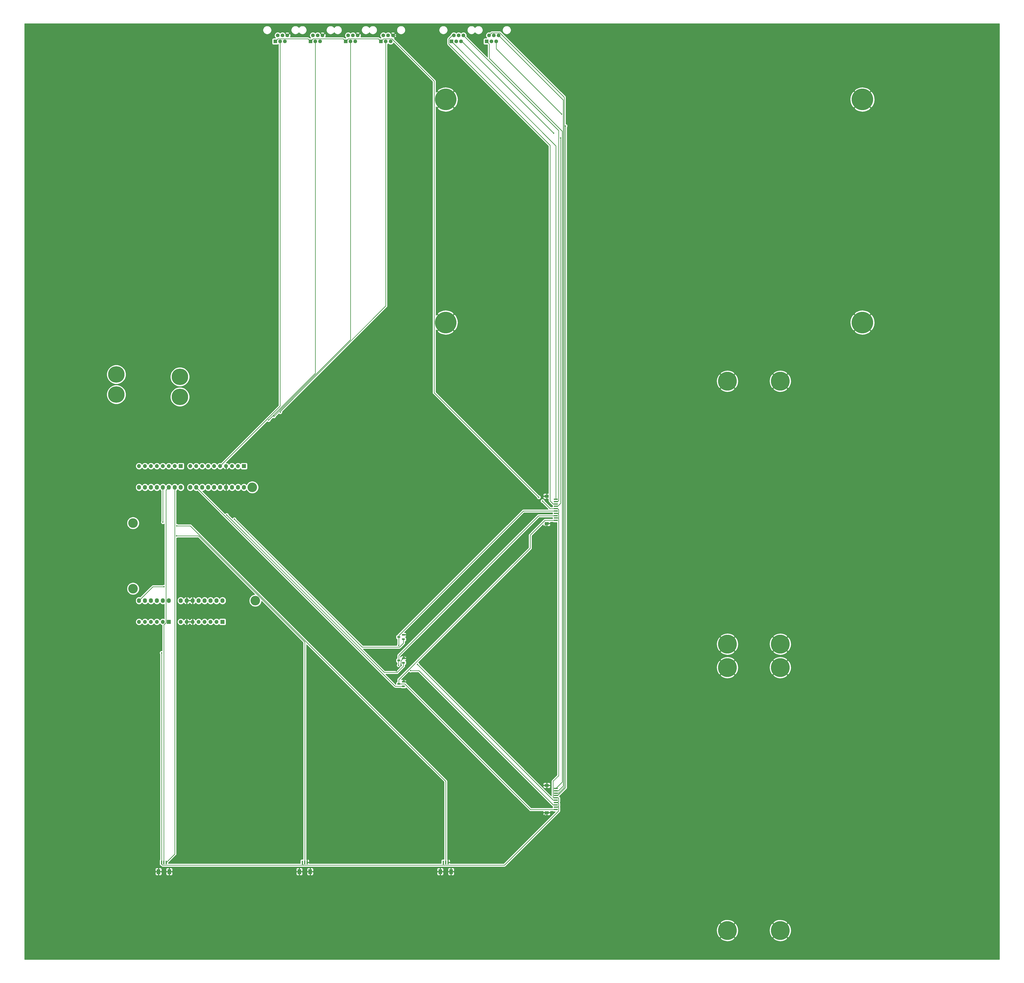
<source format=gtl>
G04 #@! TF.GenerationSoftware,KiCad,Pcbnew,(5.1.9)-1*
G04 #@! TF.CreationDate,2022-01-25T19:13:17-07:00*
G04 #@! TF.ProjectId,Lifting_Mech_PCB_Mount,4c696674-696e-4675-9f4d-6563685f5043,rev?*
G04 #@! TF.SameCoordinates,Original*
G04 #@! TF.FileFunction,Copper,L1,Top*
G04 #@! TF.FilePolarity,Positive*
%FSLAX46Y46*%
G04 Gerber Fmt 4.6, Leading zero omitted, Abs format (unit mm)*
G04 Created by KiCad (PCBNEW (5.1.9)-1) date 2022-01-25 19:13:17*
%MOMM*%
%LPD*%
G01*
G04 APERTURE LIST*
G04 #@! TA.AperFunction,ComponentPad*
%ADD10C,8.000000*%
G04 #@! TD*
G04 #@! TA.AperFunction,ComponentPad*
%ADD11C,7.000000*%
G04 #@! TD*
G04 #@! TA.AperFunction,SMDPad,CuDef*
%ADD12R,0.600000X1.550000*%
G04 #@! TD*
G04 #@! TA.AperFunction,SMDPad,CuDef*
%ADD13R,1.500000X2.000000*%
G04 #@! TD*
G04 #@! TA.AperFunction,SMDPad,CuDef*
%ADD14R,1.250000X0.700000*%
G04 #@! TD*
G04 #@! TA.AperFunction,ComponentPad*
%ADD15C,1.600000*%
G04 #@! TD*
G04 #@! TA.AperFunction,ComponentPad*
%ADD16R,1.600000X1.600000*%
G04 #@! TD*
G04 #@! TA.AperFunction,ComponentPad*
%ADD17O,1.727200X2.032000*%
G04 #@! TD*
G04 #@! TA.AperFunction,ComponentPad*
%ADD18C,4.064000*%
G04 #@! TD*
G04 #@! TA.AperFunction,SMDPad,CuDef*
%ADD19R,1.700000X0.600000*%
G04 #@! TD*
G04 #@! TA.AperFunction,SMDPad,CuDef*
%ADD20R,1.800000X1.200000*%
G04 #@! TD*
G04 #@! TA.AperFunction,ComponentPad*
%ADD21C,9.200000*%
G04 #@! TD*
G04 #@! TA.AperFunction,ComponentPad*
%ADD22R,1.700000X1.700000*%
G04 #@! TD*
G04 #@! TA.AperFunction,ComponentPad*
%ADD23O,1.700000X1.700000*%
G04 #@! TD*
G04 #@! TA.AperFunction,ViaPad*
%ADD24C,0.600000*%
G04 #@! TD*
G04 #@! TA.AperFunction,Conductor*
%ADD25C,0.250000*%
G04 #@! TD*
G04 #@! TA.AperFunction,Conductor*
%ADD26C,0.254000*%
G04 #@! TD*
G04 #@! TA.AperFunction,Conductor*
%ADD27C,0.100000*%
G04 #@! TD*
G04 APERTURE END LIST*
D10*
X300000000Y-153000000D03*
D11*
X66798000Y-159685000D03*
X66798000Y-151135000D03*
X39748000Y-158685000D03*
X39748000Y-150135000D03*
D12*
X59000000Y-358062000D03*
X60000000Y-358062000D03*
X61000000Y-358062000D03*
D13*
X62300000Y-361938000D03*
X57700000Y-361938000D03*
D12*
X179000000Y-358062000D03*
X180000000Y-358062000D03*
X181000000Y-358062000D03*
D13*
X182300000Y-361938000D03*
X177700000Y-361938000D03*
D12*
X119000000Y-358062000D03*
X120000000Y-358062000D03*
X121000000Y-358062000D03*
D13*
X122300000Y-361938000D03*
X117700000Y-361938000D03*
D14*
X162000000Y-282950000D03*
X162000000Y-281050000D03*
X160000000Y-282000000D03*
X162000000Y-272950000D03*
X162000000Y-271050000D03*
X160000000Y-272000000D03*
X162000000Y-262950000D03*
X162000000Y-261050000D03*
X160000000Y-262000000D03*
D15*
X110510000Y-5730000D03*
X109490000Y-8270000D03*
X108470000Y-5730000D03*
D16*
X107450000Y-8270000D03*
D15*
X112550000Y-5730000D03*
X111530000Y-8270000D03*
X125510000Y-5730000D03*
X124490000Y-8270000D03*
X123470000Y-5730000D03*
D16*
X122450000Y-8270000D03*
D15*
X127550000Y-5730000D03*
X126530000Y-8270000D03*
X140510000Y-5730000D03*
X139490000Y-8270000D03*
X138470000Y-5730000D03*
D16*
X137450000Y-8270000D03*
D15*
X142550000Y-5730000D03*
X141530000Y-8270000D03*
X155510000Y-5730000D03*
X154490000Y-8270000D03*
X153470000Y-5730000D03*
D16*
X152450000Y-8270000D03*
D15*
X157550000Y-5730000D03*
X156530000Y-8270000D03*
X185510000Y-5730000D03*
X184490000Y-8270000D03*
X183470000Y-5730000D03*
D16*
X182450000Y-8270000D03*
D15*
X187550000Y-5730000D03*
X186530000Y-8270000D03*
X200510000Y-5730000D03*
X199490000Y-8270000D03*
X198470000Y-5730000D03*
D16*
X197450000Y-8270000D03*
D15*
X202550000Y-5730000D03*
X201530000Y-8270000D03*
D17*
X84968000Y-246485000D03*
X82428000Y-246485000D03*
X79888000Y-246485000D03*
X77348000Y-246485000D03*
X74808000Y-246485000D03*
X72268000Y-246485000D03*
X69728000Y-246485000D03*
X67188000Y-246485000D03*
X62108000Y-246485000D03*
X59568000Y-246485000D03*
X57028000Y-246485000D03*
X54488000Y-246485000D03*
X51948000Y-246485000D03*
X49408000Y-246485000D03*
X94112000Y-198225000D03*
X91572000Y-198225000D03*
X89032000Y-198225000D03*
X86492000Y-198225000D03*
X83952000Y-198225000D03*
X81412000Y-198225000D03*
X78872000Y-198225000D03*
X76332000Y-198225000D03*
X73792000Y-198225000D03*
X71252000Y-198225000D03*
X67188000Y-198225000D03*
X64648000Y-198225000D03*
X62108000Y-198225000D03*
X59568000Y-198225000D03*
X57028000Y-198225000D03*
X54488000Y-198225000D03*
X51948000Y-198225000D03*
X49408000Y-198225000D03*
D18*
X98938000Y-246485000D03*
X46868000Y-241405000D03*
X97668000Y-198225000D03*
X46868000Y-213465000D03*
D19*
X226938000Y-327500000D03*
X226938000Y-326500000D03*
X226937000Y-335500000D03*
X226937000Y-334500000D03*
X226937000Y-333500000D03*
X226937000Y-332500000D03*
X226937000Y-331500000D03*
X226937000Y-330500000D03*
X226937000Y-329500000D03*
X226937000Y-328500000D03*
D20*
X223062000Y-325200000D03*
X223062000Y-336800000D03*
X223062000Y-213600000D03*
X223062000Y-202000000D03*
D19*
X226937000Y-205300000D03*
X226937000Y-206300000D03*
X226937000Y-207300000D03*
X226937000Y-208300000D03*
X226937000Y-209300000D03*
X226937000Y-210300000D03*
X226937000Y-211300000D03*
X226937000Y-212300000D03*
X226938000Y-203300000D03*
X226938000Y-204300000D03*
D21*
X180000000Y-128000000D03*
X357500000Y-128000000D03*
X357500000Y-33000000D03*
X180000000Y-33000000D03*
D10*
X300000000Y-265000000D03*
X322500000Y-265000000D03*
X300000000Y-387000000D03*
X322500000Y-153000000D03*
X300000000Y-275000000D03*
X322500000Y-275000000D03*
X322500000Y-387000000D03*
D22*
X84968000Y-255530000D03*
D23*
X82428000Y-255530000D03*
X79888000Y-255530000D03*
X77348000Y-255530000D03*
X74808000Y-255530000D03*
X72268000Y-255530000D03*
X69728000Y-255530000D03*
X67188000Y-255530000D03*
D22*
X62108000Y-255530000D03*
D23*
X59568000Y-255530000D03*
X57028000Y-255530000D03*
X54488000Y-255530000D03*
X51948000Y-255530000D03*
X49408000Y-255530000D03*
D22*
X94112000Y-189180000D03*
D23*
X91572000Y-189180000D03*
X89032000Y-189180000D03*
X86492000Y-189180000D03*
X83952000Y-189180000D03*
X81412000Y-189180000D03*
X78872000Y-189180000D03*
X76332000Y-189180000D03*
X73792000Y-189180000D03*
X71252000Y-189180000D03*
X49408000Y-189180000D03*
X51948000Y-189180000D03*
X54488000Y-189180000D03*
X57028000Y-189180000D03*
X59568000Y-189180000D03*
X62108000Y-189180000D03*
X64648000Y-189180000D03*
D22*
X67188000Y-189180000D03*
D24*
X109548000Y-166215000D03*
X106898000Y-167915000D03*
X230998000Y-44265000D03*
X228998000Y-49365000D03*
X219648000Y-202465000D03*
X221248000Y-204065000D03*
X59000000Y-268767000D03*
X219698000Y-204065000D03*
X219698000Y-217065000D03*
X184271000Y-361938000D03*
X183598000Y-357765000D03*
X124425000Y-361938000D03*
X124425000Y-358138000D03*
X158998000Y-276465000D03*
X163198000Y-279865000D03*
X166298000Y-261065000D03*
X169498000Y-263565000D03*
X94348000Y-214715000D03*
X60048000Y-240565000D03*
X86748000Y-210015000D03*
X59568000Y-213045000D03*
X65388000Y-218865000D03*
X89998000Y-211815000D03*
X65448000Y-214615000D03*
X104598000Y-169565000D03*
X164998000Y-276265000D03*
X159998000Y-274065000D03*
X168002000Y-273665000D03*
X160002000Y-265665000D03*
X229348000Y-39215000D03*
X225998000Y-47365000D03*
D25*
X228037000Y-209300000D02*
X226937000Y-209300000D01*
X228112001Y-209224999D02*
X228037000Y-209300000D01*
X228112001Y-207739999D02*
X228112001Y-209224999D01*
X227672002Y-207300000D02*
X228112001Y-207739999D01*
X226937000Y-207300000D02*
X227672002Y-207300000D01*
X228112001Y-211224999D02*
X228037000Y-211300000D01*
X228037000Y-211300000D02*
X226937000Y-211300000D01*
X228112001Y-209739999D02*
X228112001Y-211224999D01*
X227672002Y-209300000D02*
X228112001Y-209739999D01*
X226937000Y-209300000D02*
X227672002Y-209300000D01*
X227672002Y-334500000D02*
X228112001Y-334060001D01*
X226937000Y-334500000D02*
X227672002Y-334500000D01*
X228112001Y-332939999D02*
X227672002Y-332500000D01*
X228112001Y-334060001D02*
X228112001Y-332939999D01*
X228112001Y-330575001D02*
X228037000Y-330500000D01*
X228037000Y-330500000D02*
X226937000Y-330500000D01*
X228112001Y-332060001D02*
X228112001Y-330575001D01*
X227672002Y-332500000D02*
X228112001Y-332060001D01*
X226937000Y-332500000D02*
X227672002Y-332500000D01*
X228112001Y-211224999D02*
X228112001Y-321050999D01*
X225837000Y-330500000D02*
X226937000Y-330500000D01*
X225761999Y-330424999D02*
X225837000Y-330500000D01*
X225761999Y-323401001D02*
X225761999Y-330424999D01*
X228112001Y-321050999D02*
X225761999Y-323401001D01*
X179075001Y-359162001D02*
X179000000Y-359087000D01*
X205010001Y-359162001D02*
X179075001Y-359162001D01*
X228112001Y-336060001D02*
X205010001Y-359162001D01*
X228112001Y-334575001D02*
X228112001Y-336060001D01*
X179000000Y-359087000D02*
X179000000Y-358062000D01*
X228037000Y-334500000D02*
X228112001Y-334575001D01*
X226937000Y-334500000D02*
X228037000Y-334500000D01*
X119000000Y-358722002D02*
X119000000Y-358062000D01*
X119439999Y-359162001D02*
X119000000Y-358722002D01*
X178924999Y-359162001D02*
X119439999Y-359162001D01*
X179000000Y-359087000D02*
X178924999Y-359162001D01*
X59000000Y-358722002D02*
X59000000Y-358062000D01*
X59439999Y-359162001D02*
X59000000Y-358722002D01*
X121324999Y-7144999D02*
X122450000Y-8270000D01*
X108575001Y-7144999D02*
X121324999Y-7144999D01*
X107450000Y-8270000D02*
X108575001Y-7144999D01*
X123575001Y-7144999D02*
X136324999Y-7144999D01*
X136324999Y-7144999D02*
X137450000Y-8270000D01*
X122450000Y-8270000D02*
X123575001Y-7144999D01*
X151324999Y-7144999D02*
X152450000Y-8270000D01*
X138575001Y-7144999D02*
X151324999Y-7144999D01*
X137450000Y-8270000D02*
X138575001Y-7144999D01*
X119439999Y-359162001D02*
X59439999Y-359162001D01*
X75143390Y-246149610D02*
X74808000Y-246485000D01*
X157070001Y-7144999D02*
X175074999Y-25149997D01*
X153575001Y-7144999D02*
X157070001Y-7144999D01*
X175074999Y-25149997D02*
X175074999Y-157891999D01*
X152450000Y-8270000D02*
X153575001Y-7144999D01*
X175074999Y-157891999D02*
X219648000Y-202465000D01*
X219648000Y-202465000D02*
X219648000Y-202465000D01*
X224483000Y-207300000D02*
X221248000Y-204065000D01*
X226937000Y-207300000D02*
X224483000Y-207300000D01*
X59000000Y-358062000D02*
X59000000Y-268767000D01*
X59000000Y-268767000D02*
X59000000Y-268767000D01*
X160019002Y-5730000D02*
X157550000Y-5730000D01*
X223062000Y-68772998D02*
X160019002Y-5730000D01*
X223062000Y-202000000D02*
X223062000Y-68772998D01*
X177700000Y-361938000D02*
X182300000Y-361938000D01*
X177700000Y-361938000D02*
X124425000Y-361938000D01*
X122300000Y-361938000D02*
X117700000Y-361938000D01*
X117700000Y-361938000D02*
X62300000Y-361938000D01*
X62300000Y-361938000D02*
X57700000Y-361938000D01*
X223062000Y-325200000D02*
X223062000Y-213600000D01*
X223062000Y-202000000D02*
X221763000Y-202000000D01*
X221763000Y-202000000D02*
X219698000Y-204065000D01*
X223062000Y-213701000D02*
X223062000Y-213600000D01*
X219698000Y-217065000D02*
X223062000Y-213701000D01*
X182300000Y-361938000D02*
X184271000Y-361938000D01*
X183301000Y-358062000D02*
X183598000Y-357765000D01*
X181000000Y-358062000D02*
X183301000Y-358062000D01*
X202097000Y-357765000D02*
X223062000Y-336800000D01*
X183598000Y-357765000D02*
X202097000Y-357765000D01*
X124425000Y-361938000D02*
X122300000Y-361938000D01*
X121076000Y-358138000D02*
X121000000Y-358062000D01*
X124425000Y-358138000D02*
X121076000Y-358138000D01*
X162000000Y-281050000D02*
X162013000Y-281050000D01*
X162013000Y-281050000D02*
X163198000Y-279865000D01*
X160950001Y-272099999D02*
X162000000Y-271050000D01*
X160950001Y-274038001D02*
X160950001Y-272099999D01*
X158998000Y-275990002D02*
X160950001Y-274038001D01*
X158998000Y-276465000D02*
X158998000Y-275990002D01*
X166283000Y-261050000D02*
X166298000Y-261065000D01*
X162000000Y-261050000D02*
X166283000Y-261050000D01*
X162000000Y-271050000D02*
X162013000Y-271050000D01*
X162013000Y-271050000D02*
X169498000Y-263565000D01*
X169498000Y-263565000D02*
X169498000Y-263565000D01*
X86492000Y-198225000D02*
X86492000Y-206859000D01*
X86492000Y-206859000D02*
X94348000Y-214715000D01*
X94348000Y-214715000D02*
X94348000Y-214715000D01*
X55328000Y-240565000D02*
X49408000Y-246485000D01*
X60048000Y-240565000D02*
X55328000Y-240565000D01*
X158517000Y-282950000D02*
X73792000Y-198225000D01*
X162000000Y-282950000D02*
X158517000Y-282950000D01*
X162000000Y-274388002D02*
X159298001Y-277090001D01*
X159298001Y-277090001D02*
X153823001Y-277090001D01*
X162000000Y-272950000D02*
X162000000Y-274388002D01*
X153823001Y-277090001D02*
X86748000Y-210015000D01*
X86748000Y-210015000D02*
X86748000Y-210015000D01*
X64648000Y-354414000D02*
X64648000Y-198225000D01*
X61000000Y-358062000D02*
X64648000Y-354414000D01*
X60919390Y-199413610D02*
X62108000Y-198225000D01*
X60919390Y-255917612D02*
X60919390Y-199413610D01*
X60000000Y-256837002D02*
X60919390Y-255917612D01*
X60000000Y-358062000D02*
X60000000Y-256837002D01*
X59568000Y-198225000D02*
X59568000Y-213045000D01*
X59568000Y-213045000D02*
X59568000Y-213045000D01*
X74806362Y-218865000D02*
X65388000Y-218865000D01*
X120000000Y-264058638D02*
X74806362Y-218865000D01*
X120000000Y-358062000D02*
X120000000Y-264058638D01*
X162000000Y-264592002D02*
X160302001Y-266290001D01*
X162000000Y-262950000D02*
X162000000Y-264592002D01*
X160302001Y-266290001D02*
X144473001Y-266290001D01*
X144473001Y-266290001D02*
X89998000Y-211815000D01*
X89998000Y-211815000D02*
X89998000Y-211815000D01*
X180000000Y-323422228D02*
X71192772Y-214615000D01*
X180000000Y-358062000D02*
X180000000Y-323422228D01*
X71192772Y-214615000D02*
X65448000Y-214615000D01*
X65448000Y-214615000D02*
X65448000Y-214615000D01*
X109490000Y-163642000D02*
X83952000Y-189180000D01*
X109490000Y-8270000D02*
X109490000Y-163642000D01*
X109659410Y-166103590D02*
X109548000Y-166215000D01*
X109659410Y-165776410D02*
X109659410Y-166103590D01*
X154490000Y-120945820D02*
X109659410Y-165776410D01*
X154490000Y-8270000D02*
X154490000Y-120945820D01*
X124490000Y-8270000D02*
X124490000Y-149673000D01*
X124490000Y-149673000D02*
X104598000Y-169565000D01*
X104598000Y-169565000D02*
X104598000Y-169565000D01*
X109209401Y-165603599D02*
X106898000Y-167915000D01*
X109209401Y-165590009D02*
X109209401Y-165603599D01*
X139490000Y-135309410D02*
X109209401Y-165590009D01*
X139490000Y-8270000D02*
X139490000Y-135309410D01*
X230073011Y-33253011D02*
X202550000Y-5730000D01*
X230073011Y-325464989D02*
X230073011Y-33253011D01*
X228038000Y-327500000D02*
X230073011Y-325464989D01*
X226938000Y-327500000D02*
X228038000Y-327500000D01*
X198575001Y-9395001D02*
X198575001Y-15442001D01*
X197450000Y-8270000D02*
X198575001Y-9395001D01*
X229623001Y-323814999D02*
X226938000Y-326500000D01*
X229623001Y-46490001D02*
X229623001Y-323814999D01*
X198575001Y-15442001D02*
X229623001Y-46490001D01*
X222276998Y-212300000D02*
X215998000Y-218578998D01*
X226937000Y-212300000D02*
X222276998Y-212300000D01*
X215998000Y-218578998D02*
X215998000Y-224165000D01*
X160000000Y-280163000D02*
X160000000Y-282000000D01*
X215998000Y-224165000D02*
X160000000Y-280163000D01*
X216110002Y-335500000D02*
X226937000Y-335500000D01*
X162610002Y-282000000D02*
X216110002Y-335500000D01*
X160000000Y-282000000D02*
X162610002Y-282000000D01*
X226937000Y-210300000D02*
X219563000Y-210300000D01*
X160000000Y-269863000D02*
X160000000Y-272000000D01*
X219563000Y-210300000D02*
X160000000Y-269863000D01*
X225837000Y-333500000D02*
X168602000Y-276265000D01*
X226937000Y-333500000D02*
X225837000Y-333500000D01*
X168602000Y-276265000D02*
X164998000Y-276265000D01*
X159998000Y-272002000D02*
X160000000Y-272000000D01*
X159998000Y-274065000D02*
X159998000Y-272002000D01*
X160000000Y-261400000D02*
X160000000Y-262000000D01*
X213100000Y-208300000D02*
X160000000Y-261400000D01*
X226937000Y-208300000D02*
X213100000Y-208300000D01*
X160000000Y-262000000D02*
X159863000Y-262000000D01*
X225837000Y-331500000D02*
X168002000Y-273665000D01*
X226937000Y-331500000D02*
X225837000Y-331500000D01*
X160000000Y-265663000D02*
X160002000Y-265665000D01*
X160000000Y-262000000D02*
X160000000Y-265663000D01*
X201530000Y-8270000D02*
X201530000Y-11397000D01*
X201530000Y-11397000D02*
X229348000Y-39215000D01*
X230998000Y-326175410D02*
X227673410Y-329500000D01*
X227673410Y-329500000D02*
X226937000Y-329500000D01*
X230998000Y-44265000D02*
X230998000Y-326175410D01*
X199595001Y-4604999D02*
X203090001Y-4604999D01*
X198470000Y-5730000D02*
X199595001Y-4604999D01*
X230523021Y-32038019D02*
X203090001Y-4604999D01*
X228037000Y-328500000D02*
X230523021Y-326013979D01*
X226937000Y-328500000D02*
X228037000Y-328500000D01*
X230523021Y-326013979D02*
X230523021Y-32038019D01*
X182804998Y-5730000D02*
X183470000Y-5730000D01*
X181324999Y-7209999D02*
X182804998Y-5730000D01*
X181324999Y-9330001D02*
X181324999Y-7209999D01*
X224498000Y-52503002D02*
X181324999Y-9330001D01*
X224498000Y-203961000D02*
X224498000Y-52503002D01*
X225837000Y-205300000D02*
X224498000Y-203961000D01*
X226937000Y-205300000D02*
X225837000Y-205300000D01*
X228998000Y-49365000D02*
X228998000Y-204974002D01*
X227672002Y-206300000D02*
X226937000Y-206300000D01*
X228998000Y-204974002D02*
X227672002Y-206300000D01*
X186903000Y-8270000D02*
X186530000Y-8270000D01*
X225998000Y-47365000D02*
X186903000Y-8270000D01*
X226938000Y-52758000D02*
X182450000Y-8270000D01*
X226938000Y-203300000D02*
X226938000Y-52758000D01*
X228113001Y-46293001D02*
X187550000Y-5730000D01*
X228113001Y-203860001D02*
X228113001Y-46293001D01*
X227673002Y-204300000D02*
X228113001Y-203860001D01*
X226938000Y-204300000D02*
X227673002Y-204300000D01*
D26*
X415790001Y-399290000D02*
X710000Y-399290000D01*
X710000Y-390269580D01*
X296910025Y-390269580D01*
X297366197Y-390841185D01*
X298166183Y-391281207D01*
X299036641Y-391556704D01*
X299944121Y-391657091D01*
X300853748Y-391578508D01*
X301730566Y-391323975D01*
X302540879Y-390903275D01*
X302633803Y-390841185D01*
X303089975Y-390269580D01*
X319410025Y-390269580D01*
X319866197Y-390841185D01*
X320666183Y-391281207D01*
X321536641Y-391556704D01*
X322444121Y-391657091D01*
X323353748Y-391578508D01*
X324230566Y-391323975D01*
X325040879Y-390903275D01*
X325133803Y-390841185D01*
X325589975Y-390269580D01*
X322500000Y-387179605D01*
X319410025Y-390269580D01*
X303089975Y-390269580D01*
X300000000Y-387179605D01*
X296910025Y-390269580D01*
X710000Y-390269580D01*
X710000Y-386944121D01*
X295342909Y-386944121D01*
X295421492Y-387853748D01*
X295676025Y-388730566D01*
X296096725Y-389540879D01*
X296158815Y-389633803D01*
X296730420Y-390089975D01*
X299820395Y-387000000D01*
X300179605Y-387000000D01*
X303269580Y-390089975D01*
X303841185Y-389633803D01*
X304281207Y-388833817D01*
X304556704Y-387963359D01*
X304657091Y-387055879D01*
X304647437Y-386944121D01*
X317842909Y-386944121D01*
X317921492Y-387853748D01*
X318176025Y-388730566D01*
X318596725Y-389540879D01*
X318658815Y-389633803D01*
X319230420Y-390089975D01*
X322320395Y-387000000D01*
X322679605Y-387000000D01*
X325769580Y-390089975D01*
X326341185Y-389633803D01*
X326781207Y-388833817D01*
X327056704Y-387963359D01*
X327157091Y-387055879D01*
X327078508Y-386146252D01*
X326823975Y-385269434D01*
X326403275Y-384459121D01*
X326341185Y-384366197D01*
X325769580Y-383910025D01*
X322679605Y-387000000D01*
X322320395Y-387000000D01*
X319230420Y-383910025D01*
X318658815Y-384366197D01*
X318218793Y-385166183D01*
X317943296Y-386036641D01*
X317842909Y-386944121D01*
X304647437Y-386944121D01*
X304578508Y-386146252D01*
X304323975Y-385269434D01*
X303903275Y-384459121D01*
X303841185Y-384366197D01*
X303269580Y-383910025D01*
X300179605Y-387000000D01*
X299820395Y-387000000D01*
X296730420Y-383910025D01*
X296158815Y-384366197D01*
X295718793Y-385166183D01*
X295443296Y-386036641D01*
X295342909Y-386944121D01*
X710000Y-386944121D01*
X710000Y-383730420D01*
X296910025Y-383730420D01*
X300000000Y-386820395D01*
X303089975Y-383730420D01*
X319410025Y-383730420D01*
X322500000Y-386820395D01*
X325589975Y-383730420D01*
X325133803Y-383158815D01*
X324333817Y-382718793D01*
X323463359Y-382443296D01*
X322555879Y-382342909D01*
X321646252Y-382421492D01*
X320769434Y-382676025D01*
X319959121Y-383096725D01*
X319866197Y-383158815D01*
X319410025Y-383730420D01*
X303089975Y-383730420D01*
X302633803Y-383158815D01*
X301833817Y-382718793D01*
X300963359Y-382443296D01*
X300055879Y-382342909D01*
X299146252Y-382421492D01*
X298269434Y-382676025D01*
X297459121Y-383096725D01*
X297366197Y-383158815D01*
X296910025Y-383730420D01*
X710000Y-383730420D01*
X710000Y-362938000D01*
X56311928Y-362938000D01*
X56324188Y-363062482D01*
X56360498Y-363182180D01*
X56419463Y-363292494D01*
X56498815Y-363389185D01*
X56595506Y-363468537D01*
X56705820Y-363527502D01*
X56825518Y-363563812D01*
X56950000Y-363576072D01*
X57414250Y-363573000D01*
X57573000Y-363414250D01*
X57573000Y-362065000D01*
X57827000Y-362065000D01*
X57827000Y-363414250D01*
X57985750Y-363573000D01*
X58450000Y-363576072D01*
X58574482Y-363563812D01*
X58694180Y-363527502D01*
X58804494Y-363468537D01*
X58901185Y-363389185D01*
X58980537Y-363292494D01*
X59039502Y-363182180D01*
X59075812Y-363062482D01*
X59088072Y-362938000D01*
X60911928Y-362938000D01*
X60924188Y-363062482D01*
X60960498Y-363182180D01*
X61019463Y-363292494D01*
X61098815Y-363389185D01*
X61195506Y-363468537D01*
X61305820Y-363527502D01*
X61425518Y-363563812D01*
X61550000Y-363576072D01*
X62014250Y-363573000D01*
X62173000Y-363414250D01*
X62173000Y-362065000D01*
X62427000Y-362065000D01*
X62427000Y-363414250D01*
X62585750Y-363573000D01*
X63050000Y-363576072D01*
X63174482Y-363563812D01*
X63294180Y-363527502D01*
X63404494Y-363468537D01*
X63501185Y-363389185D01*
X63580537Y-363292494D01*
X63639502Y-363182180D01*
X63675812Y-363062482D01*
X63688072Y-362938000D01*
X116311928Y-362938000D01*
X116324188Y-363062482D01*
X116360498Y-363182180D01*
X116419463Y-363292494D01*
X116498815Y-363389185D01*
X116595506Y-363468537D01*
X116705820Y-363527502D01*
X116825518Y-363563812D01*
X116950000Y-363576072D01*
X117414250Y-363573000D01*
X117573000Y-363414250D01*
X117573000Y-362065000D01*
X117827000Y-362065000D01*
X117827000Y-363414250D01*
X117985750Y-363573000D01*
X118450000Y-363576072D01*
X118574482Y-363563812D01*
X118694180Y-363527502D01*
X118804494Y-363468537D01*
X118901185Y-363389185D01*
X118980537Y-363292494D01*
X119039502Y-363182180D01*
X119075812Y-363062482D01*
X119088072Y-362938000D01*
X120911928Y-362938000D01*
X120924188Y-363062482D01*
X120960498Y-363182180D01*
X121019463Y-363292494D01*
X121098815Y-363389185D01*
X121195506Y-363468537D01*
X121305820Y-363527502D01*
X121425518Y-363563812D01*
X121550000Y-363576072D01*
X122014250Y-363573000D01*
X122173000Y-363414250D01*
X122173000Y-362065000D01*
X122427000Y-362065000D01*
X122427000Y-363414250D01*
X122585750Y-363573000D01*
X123050000Y-363576072D01*
X123174482Y-363563812D01*
X123294180Y-363527502D01*
X123404494Y-363468537D01*
X123501185Y-363389185D01*
X123580537Y-363292494D01*
X123639502Y-363182180D01*
X123675812Y-363062482D01*
X123688072Y-362938000D01*
X176311928Y-362938000D01*
X176324188Y-363062482D01*
X176360498Y-363182180D01*
X176419463Y-363292494D01*
X176498815Y-363389185D01*
X176595506Y-363468537D01*
X176705820Y-363527502D01*
X176825518Y-363563812D01*
X176950000Y-363576072D01*
X177414250Y-363573000D01*
X177573000Y-363414250D01*
X177573000Y-362065000D01*
X177827000Y-362065000D01*
X177827000Y-363414250D01*
X177985750Y-363573000D01*
X178450000Y-363576072D01*
X178574482Y-363563812D01*
X178694180Y-363527502D01*
X178804494Y-363468537D01*
X178901185Y-363389185D01*
X178980537Y-363292494D01*
X179039502Y-363182180D01*
X179075812Y-363062482D01*
X179088072Y-362938000D01*
X180911928Y-362938000D01*
X180924188Y-363062482D01*
X180960498Y-363182180D01*
X181019463Y-363292494D01*
X181098815Y-363389185D01*
X181195506Y-363468537D01*
X181305820Y-363527502D01*
X181425518Y-363563812D01*
X181550000Y-363576072D01*
X182014250Y-363573000D01*
X182173000Y-363414250D01*
X182173000Y-362065000D01*
X182427000Y-362065000D01*
X182427000Y-363414250D01*
X182585750Y-363573000D01*
X183050000Y-363576072D01*
X183174482Y-363563812D01*
X183294180Y-363527502D01*
X183404494Y-363468537D01*
X183501185Y-363389185D01*
X183580537Y-363292494D01*
X183639502Y-363182180D01*
X183675812Y-363062482D01*
X183688072Y-362938000D01*
X183685000Y-362223750D01*
X183526250Y-362065000D01*
X182427000Y-362065000D01*
X182173000Y-362065000D01*
X181073750Y-362065000D01*
X180915000Y-362223750D01*
X180911928Y-362938000D01*
X179088072Y-362938000D01*
X179085000Y-362223750D01*
X178926250Y-362065000D01*
X177827000Y-362065000D01*
X177573000Y-362065000D01*
X176473750Y-362065000D01*
X176315000Y-362223750D01*
X176311928Y-362938000D01*
X123688072Y-362938000D01*
X123685000Y-362223750D01*
X123526250Y-362065000D01*
X122427000Y-362065000D01*
X122173000Y-362065000D01*
X121073750Y-362065000D01*
X120915000Y-362223750D01*
X120911928Y-362938000D01*
X119088072Y-362938000D01*
X119085000Y-362223750D01*
X118926250Y-362065000D01*
X117827000Y-362065000D01*
X117573000Y-362065000D01*
X116473750Y-362065000D01*
X116315000Y-362223750D01*
X116311928Y-362938000D01*
X63688072Y-362938000D01*
X63685000Y-362223750D01*
X63526250Y-362065000D01*
X62427000Y-362065000D01*
X62173000Y-362065000D01*
X61073750Y-362065000D01*
X60915000Y-362223750D01*
X60911928Y-362938000D01*
X59088072Y-362938000D01*
X59085000Y-362223750D01*
X58926250Y-362065000D01*
X57827000Y-362065000D01*
X57573000Y-362065000D01*
X56473750Y-362065000D01*
X56315000Y-362223750D01*
X56311928Y-362938000D01*
X710000Y-362938000D01*
X710000Y-360938000D01*
X56311928Y-360938000D01*
X56315000Y-361652250D01*
X56473750Y-361811000D01*
X57573000Y-361811000D01*
X57573000Y-360461750D01*
X57827000Y-360461750D01*
X57827000Y-361811000D01*
X58926250Y-361811000D01*
X59085000Y-361652250D01*
X59088072Y-360938000D01*
X60911928Y-360938000D01*
X60915000Y-361652250D01*
X61073750Y-361811000D01*
X62173000Y-361811000D01*
X62173000Y-360461750D01*
X62427000Y-360461750D01*
X62427000Y-361811000D01*
X63526250Y-361811000D01*
X63685000Y-361652250D01*
X63688072Y-360938000D01*
X116311928Y-360938000D01*
X116315000Y-361652250D01*
X116473750Y-361811000D01*
X117573000Y-361811000D01*
X117573000Y-360461750D01*
X117827000Y-360461750D01*
X117827000Y-361811000D01*
X118926250Y-361811000D01*
X119085000Y-361652250D01*
X119088072Y-360938000D01*
X120911928Y-360938000D01*
X120915000Y-361652250D01*
X121073750Y-361811000D01*
X122173000Y-361811000D01*
X122173000Y-360461750D01*
X122427000Y-360461750D01*
X122427000Y-361811000D01*
X123526250Y-361811000D01*
X123685000Y-361652250D01*
X123688072Y-360938000D01*
X176311928Y-360938000D01*
X176315000Y-361652250D01*
X176473750Y-361811000D01*
X177573000Y-361811000D01*
X177573000Y-360461750D01*
X177827000Y-360461750D01*
X177827000Y-361811000D01*
X178926250Y-361811000D01*
X179085000Y-361652250D01*
X179088072Y-360938000D01*
X180911928Y-360938000D01*
X180915000Y-361652250D01*
X181073750Y-361811000D01*
X182173000Y-361811000D01*
X182173000Y-360461750D01*
X182427000Y-360461750D01*
X182427000Y-361811000D01*
X183526250Y-361811000D01*
X183685000Y-361652250D01*
X183688072Y-360938000D01*
X183675812Y-360813518D01*
X183639502Y-360693820D01*
X183580537Y-360583506D01*
X183501185Y-360486815D01*
X183404494Y-360407463D01*
X183294180Y-360348498D01*
X183174482Y-360312188D01*
X183050000Y-360299928D01*
X182585750Y-360303000D01*
X182427000Y-360461750D01*
X182173000Y-360461750D01*
X182014250Y-360303000D01*
X181550000Y-360299928D01*
X181425518Y-360312188D01*
X181305820Y-360348498D01*
X181195506Y-360407463D01*
X181098815Y-360486815D01*
X181019463Y-360583506D01*
X180960498Y-360693820D01*
X180924188Y-360813518D01*
X180911928Y-360938000D01*
X179088072Y-360938000D01*
X179075812Y-360813518D01*
X179039502Y-360693820D01*
X178980537Y-360583506D01*
X178901185Y-360486815D01*
X178804494Y-360407463D01*
X178694180Y-360348498D01*
X178574482Y-360312188D01*
X178450000Y-360299928D01*
X177985750Y-360303000D01*
X177827000Y-360461750D01*
X177573000Y-360461750D01*
X177414250Y-360303000D01*
X176950000Y-360299928D01*
X176825518Y-360312188D01*
X176705820Y-360348498D01*
X176595506Y-360407463D01*
X176498815Y-360486815D01*
X176419463Y-360583506D01*
X176360498Y-360693820D01*
X176324188Y-360813518D01*
X176311928Y-360938000D01*
X123688072Y-360938000D01*
X123675812Y-360813518D01*
X123639502Y-360693820D01*
X123580537Y-360583506D01*
X123501185Y-360486815D01*
X123404494Y-360407463D01*
X123294180Y-360348498D01*
X123174482Y-360312188D01*
X123050000Y-360299928D01*
X122585750Y-360303000D01*
X122427000Y-360461750D01*
X122173000Y-360461750D01*
X122014250Y-360303000D01*
X121550000Y-360299928D01*
X121425518Y-360312188D01*
X121305820Y-360348498D01*
X121195506Y-360407463D01*
X121098815Y-360486815D01*
X121019463Y-360583506D01*
X120960498Y-360693820D01*
X120924188Y-360813518D01*
X120911928Y-360938000D01*
X119088072Y-360938000D01*
X119075812Y-360813518D01*
X119039502Y-360693820D01*
X118980537Y-360583506D01*
X118901185Y-360486815D01*
X118804494Y-360407463D01*
X118694180Y-360348498D01*
X118574482Y-360312188D01*
X118450000Y-360299928D01*
X117985750Y-360303000D01*
X117827000Y-360461750D01*
X117573000Y-360461750D01*
X117414250Y-360303000D01*
X116950000Y-360299928D01*
X116825518Y-360312188D01*
X116705820Y-360348498D01*
X116595506Y-360407463D01*
X116498815Y-360486815D01*
X116419463Y-360583506D01*
X116360498Y-360693820D01*
X116324188Y-360813518D01*
X116311928Y-360938000D01*
X63688072Y-360938000D01*
X63675812Y-360813518D01*
X63639502Y-360693820D01*
X63580537Y-360583506D01*
X63501185Y-360486815D01*
X63404494Y-360407463D01*
X63294180Y-360348498D01*
X63174482Y-360312188D01*
X63050000Y-360299928D01*
X62585750Y-360303000D01*
X62427000Y-360461750D01*
X62173000Y-360461750D01*
X62014250Y-360303000D01*
X61550000Y-360299928D01*
X61425518Y-360312188D01*
X61305820Y-360348498D01*
X61195506Y-360407463D01*
X61098815Y-360486815D01*
X61019463Y-360583506D01*
X60960498Y-360693820D01*
X60924188Y-360813518D01*
X60911928Y-360938000D01*
X59088072Y-360938000D01*
X59075812Y-360813518D01*
X59039502Y-360693820D01*
X58980537Y-360583506D01*
X58901185Y-360486815D01*
X58804494Y-360407463D01*
X58694180Y-360348498D01*
X58574482Y-360312188D01*
X58450000Y-360299928D01*
X57985750Y-360303000D01*
X57827000Y-360461750D01*
X57573000Y-360461750D01*
X57414250Y-360303000D01*
X56950000Y-360299928D01*
X56825518Y-360312188D01*
X56705820Y-360348498D01*
X56595506Y-360407463D01*
X56498815Y-360486815D01*
X56419463Y-360583506D01*
X56360498Y-360693820D01*
X56324188Y-360813518D01*
X56311928Y-360938000D01*
X710000Y-360938000D01*
X710000Y-241142323D01*
X44201000Y-241142323D01*
X44201000Y-241667677D01*
X44303492Y-242182935D01*
X44504536Y-242668298D01*
X44796406Y-243105113D01*
X45167887Y-243476594D01*
X45604702Y-243768464D01*
X46090065Y-243969508D01*
X46605323Y-244072000D01*
X47130677Y-244072000D01*
X47645935Y-243969508D01*
X48131298Y-243768464D01*
X48568113Y-243476594D01*
X48939594Y-243105113D01*
X49231464Y-242668298D01*
X49432508Y-242182935D01*
X49535000Y-241667677D01*
X49535000Y-241142323D01*
X49432508Y-240627065D01*
X49231464Y-240141702D01*
X48939594Y-239704887D01*
X48568113Y-239333406D01*
X48131298Y-239041536D01*
X47645935Y-238840492D01*
X47130677Y-238738000D01*
X46605323Y-238738000D01*
X46090065Y-238840492D01*
X45604702Y-239041536D01*
X45167887Y-239333406D01*
X44796406Y-239704887D01*
X44504536Y-240141702D01*
X44303492Y-240627065D01*
X44201000Y-241142323D01*
X710000Y-241142323D01*
X710000Y-213202323D01*
X44201000Y-213202323D01*
X44201000Y-213727677D01*
X44303492Y-214242935D01*
X44504536Y-214728298D01*
X44796406Y-215165113D01*
X45167887Y-215536594D01*
X45604702Y-215828464D01*
X46090065Y-216029508D01*
X46605323Y-216132000D01*
X47130677Y-216132000D01*
X47645935Y-216029508D01*
X48131298Y-215828464D01*
X48568113Y-215536594D01*
X48939594Y-215165113D01*
X49231464Y-214728298D01*
X49432508Y-214242935D01*
X49535000Y-213727677D01*
X49535000Y-213202323D01*
X49432508Y-212687065D01*
X49231464Y-212201702D01*
X48939594Y-211764887D01*
X48568113Y-211393406D01*
X48131298Y-211101536D01*
X47645935Y-210900492D01*
X47130677Y-210798000D01*
X46605323Y-210798000D01*
X46090065Y-210900492D01*
X45604702Y-211101536D01*
X45167887Y-211393406D01*
X44796406Y-211764887D01*
X44504536Y-212201702D01*
X44303492Y-212687065D01*
X44201000Y-213202323D01*
X710000Y-213202323D01*
X710000Y-197998981D01*
X47909400Y-197998981D01*
X47909400Y-198451018D01*
X47931084Y-198671176D01*
X48016775Y-198953663D01*
X48155931Y-199214005D01*
X48343203Y-199442197D01*
X48571394Y-199629469D01*
X48831736Y-199768625D01*
X49114223Y-199854316D01*
X49408000Y-199883251D01*
X49701776Y-199854316D01*
X49984263Y-199768625D01*
X50244605Y-199629469D01*
X50472797Y-199442197D01*
X50660069Y-199214006D01*
X50678000Y-199180459D01*
X50695931Y-199214005D01*
X50883203Y-199442197D01*
X51111394Y-199629469D01*
X51371736Y-199768625D01*
X51654223Y-199854316D01*
X51948000Y-199883251D01*
X52241776Y-199854316D01*
X52524263Y-199768625D01*
X52784605Y-199629469D01*
X53012797Y-199442197D01*
X53200069Y-199214006D01*
X53218000Y-199180459D01*
X53235931Y-199214005D01*
X53423203Y-199442197D01*
X53651394Y-199629469D01*
X53911736Y-199768625D01*
X54194223Y-199854316D01*
X54488000Y-199883251D01*
X54781776Y-199854316D01*
X55064263Y-199768625D01*
X55324605Y-199629469D01*
X55552797Y-199442197D01*
X55740069Y-199214006D01*
X55758000Y-199180459D01*
X55775931Y-199214005D01*
X55963203Y-199442197D01*
X56191394Y-199629469D01*
X56451736Y-199768625D01*
X56734223Y-199854316D01*
X57028000Y-199883251D01*
X57321776Y-199854316D01*
X57604263Y-199768625D01*
X57864605Y-199629469D01*
X58092797Y-199442197D01*
X58280069Y-199214006D01*
X58298000Y-199180459D01*
X58315931Y-199214005D01*
X58503203Y-199442197D01*
X58731394Y-199629469D01*
X58808000Y-199670416D01*
X58808001Y-212499463D01*
X58739414Y-212602111D01*
X58668932Y-212772271D01*
X58633000Y-212952911D01*
X58633000Y-213137089D01*
X58668932Y-213317729D01*
X58739414Y-213487889D01*
X58841738Y-213641028D01*
X58971972Y-213771262D01*
X59125111Y-213873586D01*
X59295271Y-213944068D01*
X59475911Y-213980000D01*
X59660089Y-213980000D01*
X59840729Y-213944068D01*
X60010889Y-213873586D01*
X60159391Y-213774361D01*
X60159390Y-239633839D01*
X60140089Y-239630000D01*
X59955911Y-239630000D01*
X59775271Y-239665932D01*
X59605111Y-239736414D01*
X59502465Y-239805000D01*
X55365322Y-239805000D01*
X55327999Y-239801324D01*
X55290676Y-239805000D01*
X55290667Y-239805000D01*
X55179014Y-239815997D01*
X55035753Y-239859454D01*
X54903724Y-239930026D01*
X54787999Y-240024999D01*
X54764201Y-240053997D01*
X49901830Y-244916369D01*
X49701777Y-244855684D01*
X49408000Y-244826749D01*
X49114224Y-244855684D01*
X48831737Y-244941375D01*
X48571395Y-245080531D01*
X48343203Y-245267803D01*
X48155931Y-245495994D01*
X48016775Y-245756336D01*
X47931084Y-246038823D01*
X47909400Y-246258981D01*
X47909400Y-246711018D01*
X47931084Y-246931176D01*
X48016775Y-247213663D01*
X48155931Y-247474005D01*
X48343203Y-247702197D01*
X48571394Y-247889469D01*
X48831736Y-248028625D01*
X49114223Y-248114316D01*
X49408000Y-248143251D01*
X49701776Y-248114316D01*
X49984263Y-248028625D01*
X50244605Y-247889469D01*
X50472797Y-247702197D01*
X50660069Y-247474006D01*
X50678000Y-247440459D01*
X50695931Y-247474005D01*
X50883203Y-247702197D01*
X51111394Y-247889469D01*
X51371736Y-248028625D01*
X51654223Y-248114316D01*
X51948000Y-248143251D01*
X52241776Y-248114316D01*
X52524263Y-248028625D01*
X52784605Y-247889469D01*
X53012797Y-247702197D01*
X53200069Y-247474006D01*
X53218000Y-247440459D01*
X53235931Y-247474005D01*
X53423203Y-247702197D01*
X53651394Y-247889469D01*
X53911736Y-248028625D01*
X54194223Y-248114316D01*
X54488000Y-248143251D01*
X54781776Y-248114316D01*
X55064263Y-248028625D01*
X55324605Y-247889469D01*
X55552797Y-247702197D01*
X55740069Y-247474006D01*
X55758000Y-247440459D01*
X55775931Y-247474005D01*
X55963203Y-247702197D01*
X56191394Y-247889469D01*
X56451736Y-248028625D01*
X56734223Y-248114316D01*
X57028000Y-248143251D01*
X57321776Y-248114316D01*
X57604263Y-248028625D01*
X57864605Y-247889469D01*
X58092797Y-247702197D01*
X58280069Y-247474006D01*
X58298000Y-247440459D01*
X58315931Y-247474005D01*
X58503203Y-247702197D01*
X58731394Y-247889469D01*
X58991736Y-248028625D01*
X59274223Y-248114316D01*
X59568000Y-248143251D01*
X59861776Y-248114316D01*
X60144263Y-248028625D01*
X60159390Y-248020539D01*
X60159390Y-254167610D01*
X60001158Y-254102068D01*
X59714260Y-254045000D01*
X59421740Y-254045000D01*
X59134842Y-254102068D01*
X58864589Y-254214010D01*
X58621368Y-254376525D01*
X58414525Y-254583368D01*
X58298000Y-254757760D01*
X58181475Y-254583368D01*
X57974632Y-254376525D01*
X57731411Y-254214010D01*
X57461158Y-254102068D01*
X57174260Y-254045000D01*
X56881740Y-254045000D01*
X56594842Y-254102068D01*
X56324589Y-254214010D01*
X56081368Y-254376525D01*
X55874525Y-254583368D01*
X55758000Y-254757760D01*
X55641475Y-254583368D01*
X55434632Y-254376525D01*
X55191411Y-254214010D01*
X54921158Y-254102068D01*
X54634260Y-254045000D01*
X54341740Y-254045000D01*
X54054842Y-254102068D01*
X53784589Y-254214010D01*
X53541368Y-254376525D01*
X53334525Y-254583368D01*
X53218000Y-254757760D01*
X53101475Y-254583368D01*
X52894632Y-254376525D01*
X52651411Y-254214010D01*
X52381158Y-254102068D01*
X52094260Y-254045000D01*
X51801740Y-254045000D01*
X51514842Y-254102068D01*
X51244589Y-254214010D01*
X51001368Y-254376525D01*
X50794525Y-254583368D01*
X50678000Y-254757760D01*
X50561475Y-254583368D01*
X50354632Y-254376525D01*
X50111411Y-254214010D01*
X49841158Y-254102068D01*
X49554260Y-254045000D01*
X49261740Y-254045000D01*
X48974842Y-254102068D01*
X48704589Y-254214010D01*
X48461368Y-254376525D01*
X48254525Y-254583368D01*
X48092010Y-254826589D01*
X47980068Y-255096842D01*
X47923000Y-255383740D01*
X47923000Y-255676260D01*
X47980068Y-255963158D01*
X48092010Y-256233411D01*
X48254525Y-256476632D01*
X48461368Y-256683475D01*
X48704589Y-256845990D01*
X48974842Y-256957932D01*
X49261740Y-257015000D01*
X49554260Y-257015000D01*
X49841158Y-256957932D01*
X50111411Y-256845990D01*
X50354632Y-256683475D01*
X50561475Y-256476632D01*
X50678000Y-256302240D01*
X50794525Y-256476632D01*
X51001368Y-256683475D01*
X51244589Y-256845990D01*
X51514842Y-256957932D01*
X51801740Y-257015000D01*
X52094260Y-257015000D01*
X52381158Y-256957932D01*
X52651411Y-256845990D01*
X52894632Y-256683475D01*
X53101475Y-256476632D01*
X53218000Y-256302240D01*
X53334525Y-256476632D01*
X53541368Y-256683475D01*
X53784589Y-256845990D01*
X54054842Y-256957932D01*
X54341740Y-257015000D01*
X54634260Y-257015000D01*
X54921158Y-256957932D01*
X55191411Y-256845990D01*
X55434632Y-256683475D01*
X55641475Y-256476632D01*
X55758000Y-256302240D01*
X55874525Y-256476632D01*
X56081368Y-256683475D01*
X56324589Y-256845990D01*
X56594842Y-256957932D01*
X56881740Y-257015000D01*
X57174260Y-257015000D01*
X57461158Y-256957932D01*
X57731411Y-256845990D01*
X57974632Y-256683475D01*
X58181475Y-256476632D01*
X58298000Y-256302240D01*
X58414525Y-256476632D01*
X58621368Y-256683475D01*
X58864589Y-256845990D01*
X59134842Y-256957932D01*
X59240001Y-256978850D01*
X59240001Y-267861422D01*
X59092089Y-267832000D01*
X58907911Y-267832000D01*
X58727271Y-267867932D01*
X58557111Y-267938414D01*
X58403972Y-268040738D01*
X58273738Y-268170972D01*
X58171414Y-268324111D01*
X58100932Y-268494271D01*
X58065000Y-268674911D01*
X58065000Y-268859089D01*
X58100932Y-269039729D01*
X58171414Y-269209889D01*
X58240001Y-269312537D01*
X58240000Y-356846556D01*
X58169463Y-356932506D01*
X58110498Y-357042820D01*
X58074188Y-357162518D01*
X58061928Y-357287000D01*
X58061928Y-358837000D01*
X58074188Y-358961482D01*
X58110498Y-359081180D01*
X58169463Y-359191494D01*
X58248815Y-359288185D01*
X58345506Y-359367537D01*
X58455820Y-359426502D01*
X58575518Y-359462812D01*
X58675895Y-359472698D01*
X58876195Y-359672998D01*
X58899998Y-359702002D01*
X59010326Y-359792546D01*
X59015723Y-359796975D01*
X59147752Y-359867547D01*
X59291013Y-359911004D01*
X59439999Y-359925678D01*
X59477332Y-359922001D01*
X119402666Y-359922001D01*
X119439999Y-359925678D01*
X119477332Y-359922001D01*
X178887677Y-359922001D01*
X178924999Y-359925677D01*
X178962321Y-359922001D01*
X178962332Y-359922001D01*
X179000000Y-359918291D01*
X179037668Y-359922001D01*
X179037678Y-359922001D01*
X179075000Y-359925677D01*
X179112323Y-359922001D01*
X204972679Y-359922001D01*
X205010001Y-359925677D01*
X205047323Y-359922001D01*
X205047334Y-359922001D01*
X205158987Y-359911004D01*
X205302248Y-359867547D01*
X205434277Y-359796975D01*
X205550002Y-359702002D01*
X205573805Y-359672998D01*
X228623004Y-336623800D01*
X228652002Y-336600002D01*
X228746975Y-336484277D01*
X228817547Y-336352248D01*
X228861004Y-336208987D01*
X228872001Y-336097334D01*
X228872001Y-336097326D01*
X228875677Y-336060001D01*
X228872001Y-336022676D01*
X228872001Y-334612323D01*
X228875677Y-334575000D01*
X228872001Y-334537678D01*
X228872001Y-334537668D01*
X228861004Y-334426015D01*
X228828087Y-334317501D01*
X228861004Y-334208987D01*
X228872001Y-334097334D01*
X228872001Y-334097333D01*
X228875678Y-334060001D01*
X228872001Y-334022668D01*
X228872001Y-332977332D01*
X228875678Y-332939999D01*
X228861004Y-332791013D01*
X228817547Y-332647752D01*
X228746975Y-332515723D01*
X228734071Y-332500000D01*
X228746975Y-332484277D01*
X228817547Y-332352248D01*
X228861004Y-332208987D01*
X228872001Y-332097334D01*
X228872001Y-332097333D01*
X228875678Y-332060001D01*
X228872001Y-332022668D01*
X228872001Y-330612323D01*
X228875677Y-330575000D01*
X228872001Y-330537678D01*
X228872001Y-330537668D01*
X228861004Y-330426015D01*
X228817547Y-330282754D01*
X228746975Y-330150725D01*
X228652002Y-330035000D01*
X228623002Y-330011200D01*
X228600802Y-329989000D01*
X228577001Y-329959999D01*
X228461276Y-329865026D01*
X228420799Y-329843390D01*
X228422544Y-329825667D01*
X231509003Y-326739209D01*
X231538001Y-326715411D01*
X231632974Y-326599686D01*
X231703546Y-326467657D01*
X231747003Y-326324396D01*
X231758000Y-326212743D01*
X231758000Y-326212734D01*
X231761676Y-326175411D01*
X231758000Y-326138088D01*
X231758000Y-278269580D01*
X296910025Y-278269580D01*
X297366197Y-278841185D01*
X298166183Y-279281207D01*
X299036641Y-279556704D01*
X299944121Y-279657091D01*
X300853748Y-279578508D01*
X301730566Y-279323975D01*
X302540879Y-278903275D01*
X302633803Y-278841185D01*
X303089975Y-278269580D01*
X319410025Y-278269580D01*
X319866197Y-278841185D01*
X320666183Y-279281207D01*
X321536641Y-279556704D01*
X322444121Y-279657091D01*
X323353748Y-279578508D01*
X324230566Y-279323975D01*
X325040879Y-278903275D01*
X325133803Y-278841185D01*
X325589975Y-278269580D01*
X322500000Y-275179605D01*
X319410025Y-278269580D01*
X303089975Y-278269580D01*
X300000000Y-275179605D01*
X296910025Y-278269580D01*
X231758000Y-278269580D01*
X231758000Y-274944121D01*
X295342909Y-274944121D01*
X295421492Y-275853748D01*
X295676025Y-276730566D01*
X296096725Y-277540879D01*
X296158815Y-277633803D01*
X296730420Y-278089975D01*
X299820395Y-275000000D01*
X300179605Y-275000000D01*
X303269580Y-278089975D01*
X303841185Y-277633803D01*
X304281207Y-276833817D01*
X304556704Y-275963359D01*
X304657091Y-275055879D01*
X304647437Y-274944121D01*
X317842909Y-274944121D01*
X317921492Y-275853748D01*
X318176025Y-276730566D01*
X318596725Y-277540879D01*
X318658815Y-277633803D01*
X319230420Y-278089975D01*
X322320395Y-275000000D01*
X322679605Y-275000000D01*
X325769580Y-278089975D01*
X326341185Y-277633803D01*
X326781207Y-276833817D01*
X327056704Y-275963359D01*
X327157091Y-275055879D01*
X327078508Y-274146252D01*
X326823975Y-273269434D01*
X326403275Y-272459121D01*
X326341185Y-272366197D01*
X325769580Y-271910025D01*
X322679605Y-275000000D01*
X322320395Y-275000000D01*
X319230420Y-271910025D01*
X318658815Y-272366197D01*
X318218793Y-273166183D01*
X317943296Y-274036641D01*
X317842909Y-274944121D01*
X304647437Y-274944121D01*
X304578508Y-274146252D01*
X304323975Y-273269434D01*
X303903275Y-272459121D01*
X303841185Y-272366197D01*
X303269580Y-271910025D01*
X300179605Y-275000000D01*
X299820395Y-275000000D01*
X296730420Y-271910025D01*
X296158815Y-272366197D01*
X295718793Y-273166183D01*
X295443296Y-274036641D01*
X295342909Y-274944121D01*
X231758000Y-274944121D01*
X231758000Y-271730420D01*
X296910025Y-271730420D01*
X300000000Y-274820395D01*
X303089975Y-271730420D01*
X319410025Y-271730420D01*
X322500000Y-274820395D01*
X325589975Y-271730420D01*
X325133803Y-271158815D01*
X324333817Y-270718793D01*
X323463359Y-270443296D01*
X322555879Y-270342909D01*
X321646252Y-270421492D01*
X320769434Y-270676025D01*
X319959121Y-271096725D01*
X319866197Y-271158815D01*
X319410025Y-271730420D01*
X303089975Y-271730420D01*
X302633803Y-271158815D01*
X301833817Y-270718793D01*
X300963359Y-270443296D01*
X300055879Y-270342909D01*
X299146252Y-270421492D01*
X298269434Y-270676025D01*
X297459121Y-271096725D01*
X297366197Y-271158815D01*
X296910025Y-271730420D01*
X231758000Y-271730420D01*
X231758000Y-268269580D01*
X296910025Y-268269580D01*
X297366197Y-268841185D01*
X298166183Y-269281207D01*
X299036641Y-269556704D01*
X299944121Y-269657091D01*
X300853748Y-269578508D01*
X301730566Y-269323975D01*
X302540879Y-268903275D01*
X302633803Y-268841185D01*
X303089975Y-268269580D01*
X319410025Y-268269580D01*
X319866197Y-268841185D01*
X320666183Y-269281207D01*
X321536641Y-269556704D01*
X322444121Y-269657091D01*
X323353748Y-269578508D01*
X324230566Y-269323975D01*
X325040879Y-268903275D01*
X325133803Y-268841185D01*
X325589975Y-268269580D01*
X322500000Y-265179605D01*
X319410025Y-268269580D01*
X303089975Y-268269580D01*
X300000000Y-265179605D01*
X296910025Y-268269580D01*
X231758000Y-268269580D01*
X231758000Y-264944121D01*
X295342909Y-264944121D01*
X295421492Y-265853748D01*
X295676025Y-266730566D01*
X296096725Y-267540879D01*
X296158815Y-267633803D01*
X296730420Y-268089975D01*
X299820395Y-265000000D01*
X300179605Y-265000000D01*
X303269580Y-268089975D01*
X303841185Y-267633803D01*
X304281207Y-266833817D01*
X304556704Y-265963359D01*
X304657091Y-265055879D01*
X304647437Y-264944121D01*
X317842909Y-264944121D01*
X317921492Y-265853748D01*
X318176025Y-266730566D01*
X318596725Y-267540879D01*
X318658815Y-267633803D01*
X319230420Y-268089975D01*
X322320395Y-265000000D01*
X322679605Y-265000000D01*
X325769580Y-268089975D01*
X326341185Y-267633803D01*
X326781207Y-266833817D01*
X327056704Y-265963359D01*
X327157091Y-265055879D01*
X327078508Y-264146252D01*
X326823975Y-263269434D01*
X326403275Y-262459121D01*
X326341185Y-262366197D01*
X325769580Y-261910025D01*
X322679605Y-265000000D01*
X322320395Y-265000000D01*
X319230420Y-261910025D01*
X318658815Y-262366197D01*
X318218793Y-263166183D01*
X317943296Y-264036641D01*
X317842909Y-264944121D01*
X304647437Y-264944121D01*
X304578508Y-264146252D01*
X304323975Y-263269434D01*
X303903275Y-262459121D01*
X303841185Y-262366197D01*
X303269580Y-261910025D01*
X300179605Y-265000000D01*
X299820395Y-265000000D01*
X296730420Y-261910025D01*
X296158815Y-262366197D01*
X295718793Y-263166183D01*
X295443296Y-264036641D01*
X295342909Y-264944121D01*
X231758000Y-264944121D01*
X231758000Y-261730420D01*
X296910025Y-261730420D01*
X300000000Y-264820395D01*
X303089975Y-261730420D01*
X319410025Y-261730420D01*
X322500000Y-264820395D01*
X325589975Y-261730420D01*
X325133803Y-261158815D01*
X324333817Y-260718793D01*
X323463359Y-260443296D01*
X322555879Y-260342909D01*
X321646252Y-260421492D01*
X320769434Y-260676025D01*
X319959121Y-261096725D01*
X319866197Y-261158815D01*
X319410025Y-261730420D01*
X303089975Y-261730420D01*
X302633803Y-261158815D01*
X301833817Y-260718793D01*
X300963359Y-260443296D01*
X300055879Y-260342909D01*
X299146252Y-260421492D01*
X298269434Y-260676025D01*
X297459121Y-261096725D01*
X297366197Y-261158815D01*
X296910025Y-261730420D01*
X231758000Y-261730420D01*
X231758000Y-156269580D01*
X296910025Y-156269580D01*
X297366197Y-156841185D01*
X298166183Y-157281207D01*
X299036641Y-157556704D01*
X299944121Y-157657091D01*
X300853748Y-157578508D01*
X301730566Y-157323975D01*
X302540879Y-156903275D01*
X302633803Y-156841185D01*
X303089975Y-156269580D01*
X319410025Y-156269580D01*
X319866197Y-156841185D01*
X320666183Y-157281207D01*
X321536641Y-157556704D01*
X322444121Y-157657091D01*
X323353748Y-157578508D01*
X324230566Y-157323975D01*
X325040879Y-156903275D01*
X325133803Y-156841185D01*
X325589975Y-156269580D01*
X322500000Y-153179605D01*
X319410025Y-156269580D01*
X303089975Y-156269580D01*
X300000000Y-153179605D01*
X296910025Y-156269580D01*
X231758000Y-156269580D01*
X231758000Y-152944121D01*
X295342909Y-152944121D01*
X295421492Y-153853748D01*
X295676025Y-154730566D01*
X296096725Y-155540879D01*
X296158815Y-155633803D01*
X296730420Y-156089975D01*
X299820395Y-153000000D01*
X300179605Y-153000000D01*
X303269580Y-156089975D01*
X303841185Y-155633803D01*
X304281207Y-154833817D01*
X304556704Y-153963359D01*
X304657091Y-153055879D01*
X304647437Y-152944121D01*
X317842909Y-152944121D01*
X317921492Y-153853748D01*
X318176025Y-154730566D01*
X318596725Y-155540879D01*
X318658815Y-155633803D01*
X319230420Y-156089975D01*
X322320395Y-153000000D01*
X322679605Y-153000000D01*
X325769580Y-156089975D01*
X326341185Y-155633803D01*
X326781207Y-154833817D01*
X327056704Y-153963359D01*
X327157091Y-153055879D01*
X327078508Y-152146252D01*
X326823975Y-151269434D01*
X326403275Y-150459121D01*
X326341185Y-150366197D01*
X325769580Y-149910025D01*
X322679605Y-153000000D01*
X322320395Y-153000000D01*
X319230420Y-149910025D01*
X318658815Y-150366197D01*
X318218793Y-151166183D01*
X317943296Y-152036641D01*
X317842909Y-152944121D01*
X304647437Y-152944121D01*
X304578508Y-152146252D01*
X304323975Y-151269434D01*
X303903275Y-150459121D01*
X303841185Y-150366197D01*
X303269580Y-149910025D01*
X300179605Y-153000000D01*
X299820395Y-153000000D01*
X296730420Y-149910025D01*
X296158815Y-150366197D01*
X295718793Y-151166183D01*
X295443296Y-152036641D01*
X295342909Y-152944121D01*
X231758000Y-152944121D01*
X231758000Y-149730420D01*
X296910025Y-149730420D01*
X300000000Y-152820395D01*
X303089975Y-149730420D01*
X319410025Y-149730420D01*
X322500000Y-152820395D01*
X325589975Y-149730420D01*
X325133803Y-149158815D01*
X324333817Y-148718793D01*
X323463359Y-148443296D01*
X322555879Y-148342909D01*
X321646252Y-148421492D01*
X320769434Y-148676025D01*
X319959121Y-149096725D01*
X319866197Y-149158815D01*
X319410025Y-149730420D01*
X303089975Y-149730420D01*
X302633803Y-149158815D01*
X301833817Y-148718793D01*
X300963359Y-148443296D01*
X300055879Y-148342909D01*
X299146252Y-148421492D01*
X298269434Y-148676025D01*
X297459121Y-149096725D01*
X297366197Y-149158815D01*
X296910025Y-149730420D01*
X231758000Y-149730420D01*
X231758000Y-131696046D01*
X353983559Y-131696046D01*
X354511702Y-132329105D01*
X355413688Y-132828911D01*
X356395850Y-133143144D01*
X357420443Y-133259729D01*
X358448094Y-133174186D01*
X359439310Y-132889801D01*
X360356000Y-132417504D01*
X360488298Y-132329105D01*
X361016441Y-131696046D01*
X357500000Y-128179605D01*
X353983559Y-131696046D01*
X231758000Y-131696046D01*
X231758000Y-127920443D01*
X352240271Y-127920443D01*
X352325814Y-128948094D01*
X352610199Y-129939310D01*
X353082496Y-130856000D01*
X353170895Y-130988298D01*
X353803954Y-131516441D01*
X357320395Y-128000000D01*
X357679605Y-128000000D01*
X361196046Y-131516441D01*
X361829105Y-130988298D01*
X362328911Y-130086312D01*
X362643144Y-129104150D01*
X362759729Y-128079557D01*
X362674186Y-127051906D01*
X362389801Y-126060690D01*
X361917504Y-125144000D01*
X361829105Y-125011702D01*
X361196046Y-124483559D01*
X357679605Y-128000000D01*
X357320395Y-128000000D01*
X353803954Y-124483559D01*
X353170895Y-125011702D01*
X352671089Y-125913688D01*
X352356856Y-126895850D01*
X352240271Y-127920443D01*
X231758000Y-127920443D01*
X231758000Y-124303954D01*
X353983559Y-124303954D01*
X357500000Y-127820395D01*
X361016441Y-124303954D01*
X360488298Y-123670895D01*
X359586312Y-123171089D01*
X358604150Y-122856856D01*
X357579557Y-122740271D01*
X356551906Y-122825814D01*
X355560690Y-123110199D01*
X354644000Y-123582496D01*
X354511702Y-123670895D01*
X353983559Y-124303954D01*
X231758000Y-124303954D01*
X231758000Y-44810535D01*
X231826586Y-44707889D01*
X231897068Y-44537729D01*
X231933000Y-44357089D01*
X231933000Y-44172911D01*
X231897068Y-43992271D01*
X231826586Y-43822111D01*
X231724262Y-43668972D01*
X231594028Y-43538738D01*
X231440889Y-43436414D01*
X231283021Y-43371023D01*
X231283021Y-36696046D01*
X353983559Y-36696046D01*
X354511702Y-37329105D01*
X355413688Y-37828911D01*
X356395850Y-38143144D01*
X357420443Y-38259729D01*
X358448094Y-38174186D01*
X359439310Y-37889801D01*
X360356000Y-37417504D01*
X360488298Y-37329105D01*
X361016441Y-36696046D01*
X357500000Y-33179605D01*
X353983559Y-36696046D01*
X231283021Y-36696046D01*
X231283021Y-32920443D01*
X352240271Y-32920443D01*
X352325814Y-33948094D01*
X352610199Y-34939310D01*
X353082496Y-35856000D01*
X353170895Y-35988298D01*
X353803954Y-36516441D01*
X357320395Y-33000000D01*
X357679605Y-33000000D01*
X361196046Y-36516441D01*
X361829105Y-35988298D01*
X362328911Y-35086312D01*
X362643144Y-34104150D01*
X362759729Y-33079557D01*
X362674186Y-32051906D01*
X362389801Y-31060690D01*
X361917504Y-30144000D01*
X361829105Y-30011702D01*
X361196046Y-29483559D01*
X357679605Y-33000000D01*
X357320395Y-33000000D01*
X353803954Y-29483559D01*
X353170895Y-30011702D01*
X352671089Y-30913688D01*
X352356856Y-31895850D01*
X352240271Y-32920443D01*
X231283021Y-32920443D01*
X231283021Y-32075342D01*
X231286697Y-32038019D01*
X231283021Y-32000696D01*
X231283021Y-32000686D01*
X231272024Y-31889033D01*
X231228567Y-31745772D01*
X231157995Y-31613742D01*
X231086820Y-31527016D01*
X231063022Y-31498018D01*
X231034024Y-31474220D01*
X228863758Y-29303954D01*
X353983559Y-29303954D01*
X357500000Y-32820395D01*
X361016441Y-29303954D01*
X360488298Y-28670895D01*
X359586312Y-28171089D01*
X358604150Y-27856856D01*
X357579557Y-27740271D01*
X356551906Y-27825814D01*
X355560690Y-28110199D01*
X354644000Y-28582496D01*
X354511702Y-28670895D01*
X353983559Y-29303954D01*
X228863758Y-29303954D01*
X203653805Y-4094002D01*
X203630002Y-4064998D01*
X203514277Y-3970025D01*
X203382248Y-3899453D01*
X203238987Y-3855996D01*
X203127334Y-3844999D01*
X203127323Y-3844999D01*
X203090001Y-3841323D01*
X203052679Y-3844999D01*
X199632326Y-3844999D01*
X199595001Y-3841323D01*
X199557676Y-3844999D01*
X199557668Y-3844999D01*
X199446015Y-3855996D01*
X199302754Y-3899453D01*
X199170725Y-3970025D01*
X199055000Y-4064998D01*
X199031202Y-4093996D01*
X198793886Y-4331312D01*
X198611335Y-4295000D01*
X198328665Y-4295000D01*
X198051426Y-4350147D01*
X197790273Y-4458320D01*
X197555241Y-4615363D01*
X197355363Y-4815241D01*
X197198320Y-5050273D01*
X197090147Y-5311426D01*
X197035000Y-5588665D01*
X197035000Y-5871335D01*
X197090147Y-6148574D01*
X197198320Y-6409727D01*
X197355363Y-6644759D01*
X197542532Y-6831928D01*
X196650000Y-6831928D01*
X196525518Y-6844188D01*
X196405820Y-6880498D01*
X196295506Y-6939463D01*
X196198815Y-7018815D01*
X196119463Y-7115506D01*
X196060498Y-7225820D01*
X196024188Y-7345518D01*
X196011928Y-7470000D01*
X196011928Y-9070000D01*
X196024188Y-9194482D01*
X196060498Y-9314180D01*
X196119463Y-9424494D01*
X196198815Y-9521185D01*
X196295506Y-9600537D01*
X196405820Y-9659502D01*
X196525518Y-9695812D01*
X196650000Y-9708072D01*
X197813270Y-9708072D01*
X197815001Y-9709803D01*
X197815002Y-14920201D01*
X188948688Y-6053887D01*
X188985000Y-5871335D01*
X188985000Y-5588665D01*
X188929853Y-5311426D01*
X188821680Y-5050273D01*
X188664637Y-4815241D01*
X188464759Y-4615363D01*
X188229727Y-4458320D01*
X187968574Y-4350147D01*
X187691335Y-4295000D01*
X187408665Y-4295000D01*
X187131426Y-4350147D01*
X186870273Y-4458320D01*
X186635241Y-4615363D01*
X186530000Y-4720604D01*
X186424759Y-4615363D01*
X186189727Y-4458320D01*
X185928574Y-4350147D01*
X185651335Y-4295000D01*
X185368665Y-4295000D01*
X185091426Y-4350147D01*
X184830273Y-4458320D01*
X184595241Y-4615363D01*
X184490000Y-4720604D01*
X184384759Y-4615363D01*
X184149727Y-4458320D01*
X183888574Y-4350147D01*
X183611335Y-4295000D01*
X183328665Y-4295000D01*
X183051426Y-4350147D01*
X182790273Y-4458320D01*
X182555241Y-4615363D01*
X182355363Y-4815241D01*
X182198320Y-5050273D01*
X182090147Y-5311426D01*
X182075590Y-5384606D01*
X180813997Y-6646200D01*
X180784999Y-6669998D01*
X180761201Y-6698996D01*
X180761200Y-6698997D01*
X180690025Y-6785723D01*
X180619453Y-6917753D01*
X180575997Y-7061014D01*
X180561323Y-7209999D01*
X180565000Y-7247331D01*
X180564999Y-9292678D01*
X180561323Y-9330001D01*
X180564999Y-9367323D01*
X180564999Y-9367333D01*
X180575996Y-9478986D01*
X180619453Y-9622247D01*
X180690025Y-9754277D01*
X180729870Y-9802827D01*
X180784998Y-9870002D01*
X180814002Y-9893805D01*
X223738001Y-52817805D01*
X223738000Y-200763048D01*
X223347750Y-200765000D01*
X223189000Y-200923750D01*
X223189000Y-201873000D01*
X223209000Y-201873000D01*
X223209000Y-202127000D01*
X223189000Y-202127000D01*
X223189000Y-203076250D01*
X223347750Y-203235000D01*
X223738000Y-203236952D01*
X223738000Y-203923678D01*
X223734324Y-203961000D01*
X223738000Y-203998322D01*
X223738000Y-203998332D01*
X223748997Y-204109985D01*
X223763286Y-204157089D01*
X223792454Y-204253246D01*
X223863026Y-204385276D01*
X223902871Y-204433826D01*
X223957999Y-204501001D01*
X223987003Y-204524804D01*
X225273201Y-205811003D01*
X225296999Y-205840001D01*
X225325997Y-205863799D01*
X225412723Y-205934974D01*
X225453201Y-205956610D01*
X225448928Y-206000000D01*
X225448928Y-206540000D01*
X224797802Y-206540000D01*
X222171153Y-203913352D01*
X222147068Y-203792271D01*
X222076586Y-203622111D01*
X221974262Y-203468972D01*
X221844028Y-203338738D01*
X221690889Y-203236414D01*
X221520729Y-203165932D01*
X221340089Y-203130000D01*
X221155911Y-203130000D01*
X220975271Y-203165932D01*
X220805111Y-203236414D01*
X220651972Y-203338738D01*
X220521738Y-203468972D01*
X220419414Y-203622111D01*
X220348932Y-203792271D01*
X220313000Y-203972911D01*
X220313000Y-204157089D01*
X220348932Y-204337729D01*
X220419414Y-204507889D01*
X220521738Y-204661028D01*
X220651972Y-204791262D01*
X220805111Y-204893586D01*
X220975271Y-204964068D01*
X221096352Y-204988153D01*
X223648198Y-207540000D01*
X213137322Y-207540000D01*
X213099999Y-207536324D01*
X213062676Y-207540000D01*
X213062667Y-207540000D01*
X212951014Y-207550997D01*
X212807753Y-207594454D01*
X212675724Y-207665026D01*
X212559999Y-207759999D01*
X212536201Y-207788997D01*
X159489003Y-260836196D01*
X159459999Y-260859999D01*
X159408296Y-260923000D01*
X159365026Y-260975724D01*
X159344045Y-261014977D01*
X159250518Y-261024188D01*
X159130820Y-261060498D01*
X159020506Y-261119463D01*
X158923815Y-261198815D01*
X158844463Y-261295506D01*
X158785498Y-261405820D01*
X158749188Y-261525518D01*
X158736928Y-261650000D01*
X158736928Y-262350000D01*
X158749188Y-262474482D01*
X158785498Y-262594180D01*
X158844463Y-262704494D01*
X158923815Y-262801185D01*
X159020506Y-262880537D01*
X159130820Y-262939502D01*
X159240000Y-262972621D01*
X159240001Y-265122457D01*
X159173414Y-265222111D01*
X159102932Y-265392271D01*
X159075535Y-265530001D01*
X144787803Y-265530001D01*
X90921153Y-211663352D01*
X90897068Y-211542271D01*
X90826586Y-211372111D01*
X90724262Y-211218972D01*
X90594028Y-211088738D01*
X90440889Y-210986414D01*
X90270729Y-210915932D01*
X90090089Y-210880000D01*
X89905911Y-210880000D01*
X89725271Y-210915932D01*
X89555111Y-210986414D01*
X89401972Y-211088738D01*
X89271738Y-211218972D01*
X89173619Y-211365818D01*
X87671153Y-209863352D01*
X87647068Y-209742271D01*
X87576586Y-209572111D01*
X87474262Y-209418972D01*
X87344028Y-209288738D01*
X87190889Y-209186414D01*
X87020729Y-209115932D01*
X86840089Y-209080000D01*
X86655911Y-209080000D01*
X86475271Y-209115932D01*
X86305111Y-209186414D01*
X86151972Y-209288738D01*
X86041256Y-209399454D01*
X76507743Y-199865942D01*
X76625776Y-199854316D01*
X76908263Y-199768625D01*
X77168605Y-199629469D01*
X77396797Y-199442197D01*
X77584069Y-199214006D01*
X77602000Y-199180459D01*
X77619931Y-199214005D01*
X77807203Y-199442197D01*
X78035394Y-199629469D01*
X78295736Y-199768625D01*
X78578223Y-199854316D01*
X78872000Y-199883251D01*
X79165776Y-199854316D01*
X79448263Y-199768625D01*
X79708605Y-199629469D01*
X79936797Y-199442197D01*
X80124069Y-199214006D01*
X80142000Y-199180459D01*
X80159931Y-199214005D01*
X80347203Y-199442197D01*
X80575394Y-199629469D01*
X80835736Y-199768625D01*
X81118223Y-199854316D01*
X81412000Y-199883251D01*
X81705776Y-199854316D01*
X81988263Y-199768625D01*
X82248605Y-199629469D01*
X82476797Y-199442197D01*
X82664069Y-199214006D01*
X82682000Y-199180459D01*
X82699931Y-199214005D01*
X82887203Y-199442197D01*
X83115394Y-199629469D01*
X83375736Y-199768625D01*
X83658223Y-199854316D01*
X83952000Y-199883251D01*
X84245776Y-199854316D01*
X84528263Y-199768625D01*
X84788605Y-199629469D01*
X85016797Y-199442197D01*
X85204069Y-199214006D01*
X85225424Y-199174053D01*
X85373514Y-199376729D01*
X85589965Y-199575733D01*
X85841081Y-199728686D01*
X86117211Y-199829709D01*
X86132974Y-199832358D01*
X86365000Y-199711217D01*
X86365000Y-198352000D01*
X86345000Y-198352000D01*
X86345000Y-198098000D01*
X86365000Y-198098000D01*
X86365000Y-196738783D01*
X86619000Y-196738783D01*
X86619000Y-198098000D01*
X86639000Y-198098000D01*
X86639000Y-198352000D01*
X86619000Y-198352000D01*
X86619000Y-199711217D01*
X86851026Y-199832358D01*
X86866789Y-199829709D01*
X87142919Y-199728686D01*
X87394035Y-199575733D01*
X87610486Y-199376729D01*
X87758576Y-199174053D01*
X87779931Y-199214005D01*
X87967203Y-199442197D01*
X88195394Y-199629469D01*
X88455736Y-199768625D01*
X88738223Y-199854316D01*
X89032000Y-199883251D01*
X89325776Y-199854316D01*
X89608263Y-199768625D01*
X89868605Y-199629469D01*
X90096797Y-199442197D01*
X90284069Y-199214006D01*
X90302000Y-199180459D01*
X90319931Y-199214005D01*
X90507203Y-199442197D01*
X90735394Y-199629469D01*
X90995736Y-199768625D01*
X91278223Y-199854316D01*
X91572000Y-199883251D01*
X91865776Y-199854316D01*
X92148263Y-199768625D01*
X92408605Y-199629469D01*
X92636797Y-199442197D01*
X92824069Y-199214006D01*
X92842000Y-199180459D01*
X92859931Y-199214005D01*
X93047203Y-199442197D01*
X93275394Y-199629469D01*
X93535736Y-199768625D01*
X93818223Y-199854316D01*
X94112000Y-199883251D01*
X94405776Y-199854316D01*
X94688263Y-199768625D01*
X94948605Y-199629469D01*
X95176797Y-199442197D01*
X95248999Y-199354219D01*
X95304536Y-199488298D01*
X95596406Y-199925113D01*
X95967887Y-200296594D01*
X96404702Y-200588464D01*
X96890065Y-200789508D01*
X97405323Y-200892000D01*
X97930677Y-200892000D01*
X98445935Y-200789508D01*
X98931298Y-200588464D01*
X99368113Y-200296594D01*
X99739594Y-199925113D01*
X100031464Y-199488298D01*
X100232508Y-199002935D01*
X100335000Y-198487677D01*
X100335000Y-197962323D01*
X100232508Y-197447065D01*
X100031464Y-196961702D01*
X99739594Y-196524887D01*
X99368113Y-196153406D01*
X98931298Y-195861536D01*
X98445935Y-195660492D01*
X97930677Y-195558000D01*
X97405323Y-195558000D01*
X96890065Y-195660492D01*
X96404702Y-195861536D01*
X95967887Y-196153406D01*
X95596406Y-196524887D01*
X95304536Y-196961702D01*
X95248999Y-197095781D01*
X95176797Y-197007803D01*
X94948606Y-196820531D01*
X94688264Y-196681375D01*
X94405777Y-196595684D01*
X94112000Y-196566749D01*
X93818224Y-196595684D01*
X93535737Y-196681375D01*
X93275395Y-196820531D01*
X93047203Y-197007803D01*
X92859931Y-197235994D01*
X92842000Y-197269541D01*
X92824069Y-197235994D01*
X92636797Y-197007803D01*
X92408606Y-196820531D01*
X92148264Y-196681375D01*
X91865777Y-196595684D01*
X91572000Y-196566749D01*
X91278224Y-196595684D01*
X90995737Y-196681375D01*
X90735395Y-196820531D01*
X90507203Y-197007803D01*
X90319931Y-197235994D01*
X90302000Y-197269541D01*
X90284069Y-197235994D01*
X90096797Y-197007803D01*
X89868606Y-196820531D01*
X89608264Y-196681375D01*
X89325777Y-196595684D01*
X89032000Y-196566749D01*
X88738224Y-196595684D01*
X88455737Y-196681375D01*
X88195395Y-196820531D01*
X87967203Y-197007803D01*
X87779931Y-197235994D01*
X87758576Y-197275947D01*
X87610486Y-197073271D01*
X87394035Y-196874267D01*
X87142919Y-196721314D01*
X86866789Y-196620291D01*
X86851026Y-196617642D01*
X86619000Y-196738783D01*
X86365000Y-196738783D01*
X86132974Y-196617642D01*
X86117211Y-196620291D01*
X85841081Y-196721314D01*
X85589965Y-196874267D01*
X85373514Y-197073271D01*
X85225424Y-197275947D01*
X85204069Y-197235994D01*
X85016797Y-197007803D01*
X84788606Y-196820531D01*
X84528264Y-196681375D01*
X84245777Y-196595684D01*
X83952000Y-196566749D01*
X83658224Y-196595684D01*
X83375737Y-196681375D01*
X83115395Y-196820531D01*
X82887203Y-197007803D01*
X82699931Y-197235994D01*
X82682000Y-197269541D01*
X82664069Y-197235994D01*
X82476797Y-197007803D01*
X82248606Y-196820531D01*
X81988264Y-196681375D01*
X81705777Y-196595684D01*
X81412000Y-196566749D01*
X81118224Y-196595684D01*
X80835737Y-196681375D01*
X80575395Y-196820531D01*
X80347203Y-197007803D01*
X80159931Y-197235994D01*
X80142000Y-197269541D01*
X80124069Y-197235994D01*
X79936797Y-197007803D01*
X79708606Y-196820531D01*
X79448264Y-196681375D01*
X79165777Y-196595684D01*
X78872000Y-196566749D01*
X78578224Y-196595684D01*
X78295737Y-196681375D01*
X78035395Y-196820531D01*
X77807203Y-197007803D01*
X77619931Y-197235994D01*
X77602000Y-197269541D01*
X77584069Y-197235994D01*
X77396797Y-197007803D01*
X77168606Y-196820531D01*
X76908264Y-196681375D01*
X76625777Y-196595684D01*
X76332000Y-196566749D01*
X76038224Y-196595684D01*
X75755737Y-196681375D01*
X75495395Y-196820531D01*
X75267203Y-197007803D01*
X75079931Y-197235994D01*
X75062000Y-197269541D01*
X75044069Y-197235994D01*
X74856797Y-197007803D01*
X74628606Y-196820531D01*
X74368264Y-196681375D01*
X74085777Y-196595684D01*
X73792000Y-196566749D01*
X73498224Y-196595684D01*
X73215737Y-196681375D01*
X72955395Y-196820531D01*
X72727203Y-197007803D01*
X72539931Y-197235994D01*
X72522000Y-197269541D01*
X72504069Y-197235994D01*
X72316797Y-197007803D01*
X72088606Y-196820531D01*
X71828264Y-196681375D01*
X71545777Y-196595684D01*
X71252000Y-196566749D01*
X70958224Y-196595684D01*
X70675737Y-196681375D01*
X70415395Y-196820531D01*
X70187203Y-197007803D01*
X69999931Y-197235994D01*
X69860775Y-197496336D01*
X69775084Y-197778823D01*
X69753400Y-197998981D01*
X69753400Y-198451018D01*
X69775084Y-198671176D01*
X69860775Y-198953663D01*
X69999931Y-199214005D01*
X70187203Y-199442197D01*
X70415394Y-199629469D01*
X70675736Y-199768625D01*
X70958223Y-199854316D01*
X71252000Y-199883251D01*
X71545776Y-199854316D01*
X71828263Y-199768625D01*
X72088605Y-199629469D01*
X72316797Y-199442197D01*
X72504069Y-199214006D01*
X72522000Y-199180459D01*
X72539931Y-199214005D01*
X72727203Y-199442197D01*
X72955394Y-199629469D01*
X73215736Y-199768625D01*
X73498223Y-199854316D01*
X73792000Y-199883251D01*
X74085776Y-199854316D01*
X74285830Y-199793631D01*
X157953201Y-283461003D01*
X157976999Y-283490001D01*
X158005997Y-283513799D01*
X158092723Y-283584974D01*
X158222785Y-283654494D01*
X158224753Y-283655546D01*
X158368014Y-283699003D01*
X158479667Y-283710000D01*
X158479676Y-283710000D01*
X158516999Y-283713676D01*
X158554322Y-283710000D01*
X160890015Y-283710000D01*
X160923815Y-283751185D01*
X161020506Y-283830537D01*
X161130820Y-283889502D01*
X161250518Y-283925812D01*
X161375000Y-283938072D01*
X162625000Y-283938072D01*
X162749482Y-283925812D01*
X162869180Y-283889502D01*
X162979494Y-283830537D01*
X163076185Y-283751185D01*
X163155537Y-283654494D01*
X163167435Y-283632234D01*
X215546203Y-336011003D01*
X215570001Y-336040001D01*
X215598999Y-336063799D01*
X215685726Y-336134974D01*
X215817755Y-336205546D01*
X215961016Y-336249003D01*
X216110002Y-336263677D01*
X216147335Y-336260000D01*
X221524515Y-336260000D01*
X221527000Y-336514250D01*
X221685750Y-336673000D01*
X222935000Y-336673000D01*
X222935000Y-336653000D01*
X223189000Y-336653000D01*
X223189000Y-336673000D01*
X224438250Y-336673000D01*
X224597000Y-336514250D01*
X224599485Y-336260000D01*
X225646556Y-336260000D01*
X225732506Y-336330537D01*
X225842820Y-336389502D01*
X225962518Y-336425812D01*
X226087000Y-336438072D01*
X226659128Y-336438072D01*
X204695200Y-358402001D01*
X181935341Y-358402001D01*
X181935000Y-358347750D01*
X181776250Y-358189000D01*
X181127000Y-358189000D01*
X181127000Y-358209000D01*
X180938072Y-358209000D01*
X180938072Y-357287000D01*
X180925812Y-357162518D01*
X180889502Y-357042820D01*
X180873000Y-357011947D01*
X180873000Y-356810750D01*
X181127000Y-356810750D01*
X181127000Y-357935000D01*
X181776250Y-357935000D01*
X181935000Y-357776250D01*
X181938072Y-357287000D01*
X181925812Y-357162518D01*
X181889502Y-357042820D01*
X181830537Y-356932506D01*
X181751185Y-356835815D01*
X181654494Y-356756463D01*
X181544180Y-356697498D01*
X181424482Y-356661188D01*
X181300000Y-356648928D01*
X181285750Y-356652000D01*
X181127000Y-356810750D01*
X180873000Y-356810750D01*
X180760000Y-356697750D01*
X180760000Y-337400000D01*
X221523928Y-337400000D01*
X221536188Y-337524482D01*
X221572498Y-337644180D01*
X221631463Y-337754494D01*
X221710815Y-337851185D01*
X221807506Y-337930537D01*
X221917820Y-337989502D01*
X222037518Y-338025812D01*
X222162000Y-338038072D01*
X222776250Y-338035000D01*
X222935000Y-337876250D01*
X222935000Y-336927000D01*
X223189000Y-336927000D01*
X223189000Y-337876250D01*
X223347750Y-338035000D01*
X223962000Y-338038072D01*
X224086482Y-338025812D01*
X224206180Y-337989502D01*
X224316494Y-337930537D01*
X224413185Y-337851185D01*
X224492537Y-337754494D01*
X224551502Y-337644180D01*
X224587812Y-337524482D01*
X224600072Y-337400000D01*
X224597000Y-337085750D01*
X224438250Y-336927000D01*
X223189000Y-336927000D01*
X222935000Y-336927000D01*
X221685750Y-336927000D01*
X221527000Y-337085750D01*
X221523928Y-337400000D01*
X180760000Y-337400000D01*
X180760000Y-323459561D01*
X180763677Y-323422228D01*
X180749003Y-323273242D01*
X180705546Y-323129981D01*
X180634974Y-322997952D01*
X180563799Y-322911225D01*
X180540001Y-322882227D01*
X180511003Y-322858429D01*
X71756576Y-214104003D01*
X71732773Y-214074999D01*
X71617048Y-213980026D01*
X71485019Y-213909454D01*
X71341758Y-213865997D01*
X71230105Y-213855000D01*
X71230094Y-213855000D01*
X71192772Y-213851324D01*
X71155450Y-213855000D01*
X65993535Y-213855000D01*
X65890889Y-213786414D01*
X65720729Y-213715932D01*
X65540089Y-213680000D01*
X65408000Y-213680000D01*
X65408000Y-199670415D01*
X65484605Y-199629469D01*
X65712797Y-199442197D01*
X65900069Y-199214006D01*
X65918000Y-199180459D01*
X65935931Y-199214005D01*
X66123203Y-199442197D01*
X66351394Y-199629469D01*
X66611736Y-199768625D01*
X66894223Y-199854316D01*
X67188000Y-199883251D01*
X67481776Y-199854316D01*
X67764263Y-199768625D01*
X68024605Y-199629469D01*
X68252797Y-199442197D01*
X68440069Y-199214006D01*
X68579225Y-198953664D01*
X68664916Y-198671177D01*
X68686600Y-198451019D01*
X68686600Y-197998982D01*
X68664916Y-197778824D01*
X68579225Y-197496337D01*
X68440069Y-197235994D01*
X68252797Y-197007803D01*
X68024606Y-196820531D01*
X67764264Y-196681375D01*
X67481777Y-196595684D01*
X67188000Y-196566749D01*
X66894224Y-196595684D01*
X66611737Y-196681375D01*
X66351395Y-196820531D01*
X66123203Y-197007803D01*
X65935931Y-197235994D01*
X65918000Y-197269541D01*
X65900069Y-197235994D01*
X65712797Y-197007803D01*
X65484606Y-196820531D01*
X65224264Y-196681375D01*
X64941777Y-196595684D01*
X64648000Y-196566749D01*
X64354224Y-196595684D01*
X64071737Y-196681375D01*
X63811395Y-196820531D01*
X63583203Y-197007803D01*
X63395931Y-197235994D01*
X63378000Y-197269541D01*
X63360069Y-197235994D01*
X63172797Y-197007803D01*
X62944606Y-196820531D01*
X62684264Y-196681375D01*
X62401777Y-196595684D01*
X62108000Y-196566749D01*
X61814224Y-196595684D01*
X61531737Y-196681375D01*
X61271395Y-196820531D01*
X61043203Y-197007803D01*
X60855931Y-197235994D01*
X60838000Y-197269541D01*
X60820069Y-197235994D01*
X60632797Y-197007803D01*
X60404606Y-196820531D01*
X60144264Y-196681375D01*
X59861777Y-196595684D01*
X59568000Y-196566749D01*
X59274224Y-196595684D01*
X58991737Y-196681375D01*
X58731395Y-196820531D01*
X58503203Y-197007803D01*
X58315931Y-197235994D01*
X58298000Y-197269541D01*
X58280069Y-197235994D01*
X58092797Y-197007803D01*
X57864606Y-196820531D01*
X57604264Y-196681375D01*
X57321777Y-196595684D01*
X57028000Y-196566749D01*
X56734224Y-196595684D01*
X56451737Y-196681375D01*
X56191395Y-196820531D01*
X55963203Y-197007803D01*
X55775931Y-197235994D01*
X55758000Y-197269541D01*
X55740069Y-197235994D01*
X55552797Y-197007803D01*
X55324606Y-196820531D01*
X55064264Y-196681375D01*
X54781777Y-196595684D01*
X54488000Y-196566749D01*
X54194224Y-196595684D01*
X53911737Y-196681375D01*
X53651395Y-196820531D01*
X53423203Y-197007803D01*
X53235931Y-197235994D01*
X53218000Y-197269541D01*
X53200069Y-197235994D01*
X53012797Y-197007803D01*
X52784606Y-196820531D01*
X52524264Y-196681375D01*
X52241777Y-196595684D01*
X51948000Y-196566749D01*
X51654224Y-196595684D01*
X51371737Y-196681375D01*
X51111395Y-196820531D01*
X50883203Y-197007803D01*
X50695931Y-197235994D01*
X50678000Y-197269541D01*
X50660069Y-197235994D01*
X50472797Y-197007803D01*
X50244606Y-196820531D01*
X49984264Y-196681375D01*
X49701777Y-196595684D01*
X49408000Y-196566749D01*
X49114224Y-196595684D01*
X48831737Y-196681375D01*
X48571395Y-196820531D01*
X48343203Y-197007803D01*
X48155931Y-197235994D01*
X48016775Y-197496336D01*
X47931084Y-197778823D01*
X47909400Y-197998981D01*
X710000Y-197998981D01*
X710000Y-189033740D01*
X47923000Y-189033740D01*
X47923000Y-189326260D01*
X47980068Y-189613158D01*
X48092010Y-189883411D01*
X48254525Y-190126632D01*
X48461368Y-190333475D01*
X48704589Y-190495990D01*
X48974842Y-190607932D01*
X49261740Y-190665000D01*
X49554260Y-190665000D01*
X49841158Y-190607932D01*
X50111411Y-190495990D01*
X50354632Y-190333475D01*
X50561475Y-190126632D01*
X50678000Y-189952240D01*
X50794525Y-190126632D01*
X51001368Y-190333475D01*
X51244589Y-190495990D01*
X51514842Y-190607932D01*
X51801740Y-190665000D01*
X52094260Y-190665000D01*
X52381158Y-190607932D01*
X52651411Y-190495990D01*
X52894632Y-190333475D01*
X53101475Y-190126632D01*
X53218000Y-189952240D01*
X53334525Y-190126632D01*
X53541368Y-190333475D01*
X53784589Y-190495990D01*
X54054842Y-190607932D01*
X54341740Y-190665000D01*
X54634260Y-190665000D01*
X54921158Y-190607932D01*
X55191411Y-190495990D01*
X55434632Y-190333475D01*
X55641475Y-190126632D01*
X55758000Y-189952240D01*
X55874525Y-190126632D01*
X56081368Y-190333475D01*
X56324589Y-190495990D01*
X56594842Y-190607932D01*
X56881740Y-190665000D01*
X57174260Y-190665000D01*
X57461158Y-190607932D01*
X57731411Y-190495990D01*
X57974632Y-190333475D01*
X58181475Y-190126632D01*
X58298000Y-189952240D01*
X58414525Y-190126632D01*
X58621368Y-190333475D01*
X58864589Y-190495990D01*
X59134842Y-190607932D01*
X59421740Y-190665000D01*
X59714260Y-190665000D01*
X60001158Y-190607932D01*
X60271411Y-190495990D01*
X60514632Y-190333475D01*
X60721475Y-190126632D01*
X60838000Y-189952240D01*
X60954525Y-190126632D01*
X61161368Y-190333475D01*
X61404589Y-190495990D01*
X61674842Y-190607932D01*
X61961740Y-190665000D01*
X62254260Y-190665000D01*
X62541158Y-190607932D01*
X62811411Y-190495990D01*
X63054632Y-190333475D01*
X63261475Y-190126632D01*
X63378000Y-189952240D01*
X63494525Y-190126632D01*
X63701368Y-190333475D01*
X63944589Y-190495990D01*
X64214842Y-190607932D01*
X64501740Y-190665000D01*
X64794260Y-190665000D01*
X65081158Y-190607932D01*
X65351411Y-190495990D01*
X65594632Y-190333475D01*
X65726487Y-190201620D01*
X65748498Y-190274180D01*
X65807463Y-190384494D01*
X65886815Y-190481185D01*
X65983506Y-190560537D01*
X66093820Y-190619502D01*
X66213518Y-190655812D01*
X66338000Y-190668072D01*
X68038000Y-190668072D01*
X68162482Y-190655812D01*
X68282180Y-190619502D01*
X68392494Y-190560537D01*
X68489185Y-190481185D01*
X68568537Y-190384494D01*
X68627502Y-190274180D01*
X68663812Y-190154482D01*
X68676072Y-190030000D01*
X68676072Y-189033740D01*
X69767000Y-189033740D01*
X69767000Y-189326260D01*
X69824068Y-189613158D01*
X69936010Y-189883411D01*
X70098525Y-190126632D01*
X70305368Y-190333475D01*
X70548589Y-190495990D01*
X70818842Y-190607932D01*
X71105740Y-190665000D01*
X71398260Y-190665000D01*
X71685158Y-190607932D01*
X71955411Y-190495990D01*
X72198632Y-190333475D01*
X72405475Y-190126632D01*
X72522000Y-189952240D01*
X72638525Y-190126632D01*
X72845368Y-190333475D01*
X73088589Y-190495990D01*
X73358842Y-190607932D01*
X73645740Y-190665000D01*
X73938260Y-190665000D01*
X74225158Y-190607932D01*
X74495411Y-190495990D01*
X74738632Y-190333475D01*
X74945475Y-190126632D01*
X75062000Y-189952240D01*
X75178525Y-190126632D01*
X75385368Y-190333475D01*
X75628589Y-190495990D01*
X75898842Y-190607932D01*
X76185740Y-190665000D01*
X76478260Y-190665000D01*
X76765158Y-190607932D01*
X77035411Y-190495990D01*
X77278632Y-190333475D01*
X77485475Y-190126632D01*
X77602000Y-189952240D01*
X77718525Y-190126632D01*
X77925368Y-190333475D01*
X78168589Y-190495990D01*
X78438842Y-190607932D01*
X78725740Y-190665000D01*
X79018260Y-190665000D01*
X79305158Y-190607932D01*
X79575411Y-190495990D01*
X79818632Y-190333475D01*
X80025475Y-190126632D01*
X80142000Y-189952240D01*
X80258525Y-190126632D01*
X80465368Y-190333475D01*
X80708589Y-190495990D01*
X80978842Y-190607932D01*
X81265740Y-190665000D01*
X81558260Y-190665000D01*
X81845158Y-190607932D01*
X82115411Y-190495990D01*
X82358632Y-190333475D01*
X82565475Y-190126632D01*
X82682000Y-189952240D01*
X82798525Y-190126632D01*
X83005368Y-190333475D01*
X83248589Y-190495990D01*
X83518842Y-190607932D01*
X83805740Y-190665000D01*
X84098260Y-190665000D01*
X84385158Y-190607932D01*
X84655411Y-190495990D01*
X84898632Y-190333475D01*
X85105475Y-190126632D01*
X85227195Y-189944466D01*
X85296822Y-190061355D01*
X85491731Y-190277588D01*
X85725080Y-190451641D01*
X85987901Y-190576825D01*
X86135110Y-190621476D01*
X86365000Y-190500155D01*
X86365000Y-189307000D01*
X86345000Y-189307000D01*
X86345000Y-189053000D01*
X86365000Y-189053000D01*
X86365000Y-189033000D01*
X86619000Y-189033000D01*
X86619000Y-189053000D01*
X86639000Y-189053000D01*
X86639000Y-189307000D01*
X86619000Y-189307000D01*
X86619000Y-190500155D01*
X86848890Y-190621476D01*
X86996099Y-190576825D01*
X87258920Y-190451641D01*
X87492269Y-190277588D01*
X87687178Y-190061355D01*
X87756805Y-189944466D01*
X87878525Y-190126632D01*
X88085368Y-190333475D01*
X88328589Y-190495990D01*
X88598842Y-190607932D01*
X88885740Y-190665000D01*
X89178260Y-190665000D01*
X89465158Y-190607932D01*
X89735411Y-190495990D01*
X89978632Y-190333475D01*
X90185475Y-190126632D01*
X90302000Y-189952240D01*
X90418525Y-190126632D01*
X90625368Y-190333475D01*
X90868589Y-190495990D01*
X91138842Y-190607932D01*
X91425740Y-190665000D01*
X91718260Y-190665000D01*
X92005158Y-190607932D01*
X92275411Y-190495990D01*
X92518632Y-190333475D01*
X92650487Y-190201620D01*
X92672498Y-190274180D01*
X92731463Y-190384494D01*
X92810815Y-190481185D01*
X92907506Y-190560537D01*
X93017820Y-190619502D01*
X93137518Y-190655812D01*
X93262000Y-190668072D01*
X94962000Y-190668072D01*
X95086482Y-190655812D01*
X95206180Y-190619502D01*
X95316494Y-190560537D01*
X95413185Y-190481185D01*
X95492537Y-190384494D01*
X95551502Y-190274180D01*
X95587812Y-190154482D01*
X95600072Y-190030000D01*
X95600072Y-188330000D01*
X95587812Y-188205518D01*
X95551502Y-188085820D01*
X95492537Y-187975506D01*
X95413185Y-187878815D01*
X95316494Y-187799463D01*
X95206180Y-187740498D01*
X95086482Y-187704188D01*
X94962000Y-187691928D01*
X93262000Y-187691928D01*
X93137518Y-187704188D01*
X93017820Y-187740498D01*
X92907506Y-187799463D01*
X92810815Y-187878815D01*
X92731463Y-187975506D01*
X92672498Y-188085820D01*
X92650487Y-188158380D01*
X92518632Y-188026525D01*
X92275411Y-187864010D01*
X92005158Y-187752068D01*
X91718260Y-187695000D01*
X91425740Y-187695000D01*
X91138842Y-187752068D01*
X90868589Y-187864010D01*
X90625368Y-188026525D01*
X90418525Y-188233368D01*
X90302000Y-188407760D01*
X90185475Y-188233368D01*
X89978632Y-188026525D01*
X89735411Y-187864010D01*
X89465158Y-187752068D01*
X89178260Y-187695000D01*
X88885740Y-187695000D01*
X88598842Y-187752068D01*
X88328589Y-187864010D01*
X88085368Y-188026525D01*
X87878525Y-188233368D01*
X87756805Y-188415534D01*
X87687178Y-188298645D01*
X87492269Y-188082412D01*
X87258920Y-187908359D01*
X86996099Y-187783175D01*
X86848890Y-187738524D01*
X86619002Y-187859844D01*
X86619002Y-187695000D01*
X86511801Y-187695000D01*
X103958756Y-170248046D01*
X104001972Y-170291262D01*
X104155111Y-170393586D01*
X104325271Y-170464068D01*
X104505911Y-170500000D01*
X104690089Y-170500000D01*
X104870729Y-170464068D01*
X105040889Y-170393586D01*
X105194028Y-170291262D01*
X105324262Y-170161028D01*
X105426586Y-170007889D01*
X105497068Y-169837729D01*
X105521153Y-169716648D01*
X106482762Y-168755039D01*
X106625271Y-168814068D01*
X106805911Y-168850000D01*
X106990089Y-168850000D01*
X107170729Y-168814068D01*
X107340889Y-168743586D01*
X107494028Y-168641262D01*
X107624262Y-168511028D01*
X107726586Y-168357889D01*
X107797068Y-168187729D01*
X107821153Y-168066648D01*
X108949256Y-166938546D01*
X108951972Y-166941262D01*
X109105111Y-167043586D01*
X109275271Y-167114068D01*
X109455911Y-167150000D01*
X109640089Y-167150000D01*
X109820729Y-167114068D01*
X109990889Y-167043586D01*
X110144028Y-166941262D01*
X110274262Y-166811028D01*
X110376586Y-166657889D01*
X110447068Y-166487729D01*
X110483000Y-166307089D01*
X110483000Y-166122911D01*
X110467190Y-166043431D01*
X155001008Y-121509615D01*
X155030001Y-121485821D01*
X155053795Y-121456828D01*
X155053799Y-121456824D01*
X155124973Y-121370097D01*
X155124974Y-121370096D01*
X155195546Y-121238067D01*
X155239003Y-121094806D01*
X155250000Y-120983153D01*
X155250000Y-120983144D01*
X155253676Y-120945821D01*
X155250000Y-120908498D01*
X155250000Y-9488043D01*
X155404759Y-9384637D01*
X155510000Y-9279396D01*
X155615241Y-9384637D01*
X155850273Y-9541680D01*
X156111426Y-9649853D01*
X156388665Y-9705000D01*
X156671335Y-9705000D01*
X156948574Y-9649853D01*
X157209727Y-9541680D01*
X157444759Y-9384637D01*
X157644637Y-9184759D01*
X157800978Y-8950777D01*
X174314999Y-25464799D01*
X174315000Y-157854666D01*
X174311323Y-157891999D01*
X174325997Y-158040984D01*
X174369453Y-158184245D01*
X174440025Y-158316275D01*
X174511200Y-158403001D01*
X174534999Y-158432000D01*
X174563997Y-158455798D01*
X218724847Y-202616649D01*
X218748932Y-202737729D01*
X218819414Y-202907889D01*
X218921738Y-203061028D01*
X219051972Y-203191262D01*
X219205111Y-203293586D01*
X219375271Y-203364068D01*
X219555911Y-203400000D01*
X219740089Y-203400000D01*
X219920729Y-203364068D01*
X220090889Y-203293586D01*
X220244028Y-203191262D01*
X220374262Y-203061028D01*
X220476586Y-202907889D01*
X220547068Y-202737729D01*
X220574464Y-202600000D01*
X221523928Y-202600000D01*
X221536188Y-202724482D01*
X221572498Y-202844180D01*
X221631463Y-202954494D01*
X221710815Y-203051185D01*
X221807506Y-203130537D01*
X221917820Y-203189502D01*
X222037518Y-203225812D01*
X222162000Y-203238072D01*
X222776250Y-203235000D01*
X222935000Y-203076250D01*
X222935000Y-202127000D01*
X221685750Y-202127000D01*
X221527000Y-202285750D01*
X221523928Y-202600000D01*
X220574464Y-202600000D01*
X220583000Y-202557089D01*
X220583000Y-202372911D01*
X220547068Y-202192271D01*
X220476586Y-202022111D01*
X220374262Y-201868972D01*
X220244028Y-201738738D01*
X220090889Y-201636414D01*
X219920729Y-201565932D01*
X219799649Y-201541847D01*
X219657802Y-201400000D01*
X221523928Y-201400000D01*
X221527000Y-201714250D01*
X221685750Y-201873000D01*
X222935000Y-201873000D01*
X222935000Y-200923750D01*
X222776250Y-200765000D01*
X222162000Y-200761928D01*
X222037518Y-200774188D01*
X221917820Y-200810498D01*
X221807506Y-200869463D01*
X221710815Y-200948815D01*
X221631463Y-201045506D01*
X221572498Y-201155820D01*
X221536188Y-201275518D01*
X221523928Y-201400000D01*
X219657802Y-201400000D01*
X175834999Y-157577198D01*
X175834999Y-131696046D01*
X176483559Y-131696046D01*
X177011702Y-132329105D01*
X177913688Y-132828911D01*
X178895850Y-133143144D01*
X179920443Y-133259729D01*
X180948094Y-133174186D01*
X181939310Y-132889801D01*
X182856000Y-132417504D01*
X182988298Y-132329105D01*
X183516441Y-131696046D01*
X180000000Y-128179605D01*
X176483559Y-131696046D01*
X175834999Y-131696046D01*
X175834999Y-131125205D01*
X176303954Y-131516441D01*
X179820395Y-128000000D01*
X180179605Y-128000000D01*
X183696046Y-131516441D01*
X184329105Y-130988298D01*
X184828911Y-130086312D01*
X185143144Y-129104150D01*
X185259729Y-128079557D01*
X185174186Y-127051906D01*
X184889801Y-126060690D01*
X184417504Y-125144000D01*
X184329105Y-125011702D01*
X183696046Y-124483559D01*
X180179605Y-128000000D01*
X179820395Y-128000000D01*
X176303954Y-124483559D01*
X175834999Y-124874795D01*
X175834999Y-124303954D01*
X176483559Y-124303954D01*
X180000000Y-127820395D01*
X183516441Y-124303954D01*
X182988298Y-123670895D01*
X182086312Y-123171089D01*
X181104150Y-122856856D01*
X180079557Y-122740271D01*
X179051906Y-122825814D01*
X178060690Y-123110199D01*
X177144000Y-123582496D01*
X177011702Y-123670895D01*
X176483559Y-124303954D01*
X175834999Y-124303954D01*
X175834999Y-36696046D01*
X176483559Y-36696046D01*
X177011702Y-37329105D01*
X177913688Y-37828911D01*
X178895850Y-38143144D01*
X179920443Y-38259729D01*
X180948094Y-38174186D01*
X181939310Y-37889801D01*
X182856000Y-37417504D01*
X182988298Y-37329105D01*
X183516441Y-36696046D01*
X180000000Y-33179605D01*
X176483559Y-36696046D01*
X175834999Y-36696046D01*
X175834999Y-36125205D01*
X176303954Y-36516441D01*
X179820395Y-33000000D01*
X180179605Y-33000000D01*
X183696046Y-36516441D01*
X184329105Y-35988298D01*
X184828911Y-35086312D01*
X185143144Y-34104150D01*
X185259729Y-33079557D01*
X185174186Y-32051906D01*
X184889801Y-31060690D01*
X184417504Y-30144000D01*
X184329105Y-30011702D01*
X183696046Y-29483559D01*
X180179605Y-33000000D01*
X179820395Y-33000000D01*
X176303954Y-29483559D01*
X175834999Y-29874795D01*
X175834999Y-29303954D01*
X176483559Y-29303954D01*
X180000000Y-32820395D01*
X183516441Y-29303954D01*
X182988298Y-28670895D01*
X182086312Y-28171089D01*
X181104150Y-27856856D01*
X180079557Y-27740271D01*
X179051906Y-27825814D01*
X178060690Y-28110199D01*
X177144000Y-28582496D01*
X177011702Y-28670895D01*
X176483559Y-29303954D01*
X175834999Y-29303954D01*
X175834999Y-25187319D01*
X175838675Y-25149996D01*
X175834999Y-25112673D01*
X175834999Y-25112664D01*
X175824002Y-25001011D01*
X175780545Y-24857750D01*
X175709973Y-24725721D01*
X175615000Y-24609996D01*
X175586003Y-24586199D01*
X158068410Y-7068607D01*
X158166292Y-7033603D01*
X158291514Y-6966671D01*
X158363097Y-6722702D01*
X157550000Y-5909605D01*
X157535858Y-5923748D01*
X157356253Y-5744143D01*
X157370395Y-5730000D01*
X157729605Y-5730000D01*
X158542702Y-6543097D01*
X158786671Y-6471514D01*
X158907571Y-6216004D01*
X158976300Y-5941816D01*
X158990217Y-5659488D01*
X158948787Y-5379870D01*
X158853603Y-5113708D01*
X158786671Y-4988486D01*
X158542702Y-4916903D01*
X157729605Y-5730000D01*
X157370395Y-5730000D01*
X156846035Y-5205640D01*
X156781680Y-5050273D01*
X156624637Y-4815241D01*
X156546694Y-4737298D01*
X156736903Y-4737298D01*
X157550000Y-5550395D01*
X158363097Y-4737298D01*
X158291514Y-4493329D01*
X158036004Y-4372429D01*
X157761816Y-4303700D01*
X157479488Y-4289783D01*
X157199870Y-4331213D01*
X156933708Y-4426397D01*
X156808486Y-4493329D01*
X156736903Y-4737298D01*
X156546694Y-4737298D01*
X156424759Y-4615363D01*
X156189727Y-4458320D01*
X155928574Y-4350147D01*
X155651335Y-4295000D01*
X155368665Y-4295000D01*
X155091426Y-4350147D01*
X154830273Y-4458320D01*
X154595241Y-4615363D01*
X154490000Y-4720604D01*
X154384759Y-4615363D01*
X154149727Y-4458320D01*
X153888574Y-4350147D01*
X153611335Y-4295000D01*
X153328665Y-4295000D01*
X153051426Y-4350147D01*
X152790273Y-4458320D01*
X152555241Y-4615363D01*
X152355363Y-4815241D01*
X152198320Y-5050273D01*
X152090147Y-5311426D01*
X152035000Y-5588665D01*
X152035000Y-5871335D01*
X152090147Y-6148574D01*
X152198320Y-6409727D01*
X152355363Y-6644759D01*
X152542532Y-6831928D01*
X152086729Y-6831928D01*
X151888803Y-6634001D01*
X151865000Y-6604998D01*
X151749275Y-6510025D01*
X151617246Y-6439453D01*
X151473985Y-6395996D01*
X151362332Y-6384999D01*
X151362321Y-6384999D01*
X151324999Y-6381323D01*
X151287677Y-6384999D01*
X143827607Y-6384999D01*
X143907571Y-6216004D01*
X143976300Y-5941816D01*
X143990217Y-5659488D01*
X143948787Y-5379870D01*
X143853603Y-5113708D01*
X143786671Y-4988486D01*
X143542702Y-4916903D01*
X142729605Y-5730000D01*
X142743748Y-5744143D01*
X142564143Y-5923748D01*
X142550000Y-5909605D01*
X142535858Y-5923748D01*
X142356253Y-5744143D01*
X142370395Y-5730000D01*
X141846035Y-5205640D01*
X141781680Y-5050273D01*
X141624637Y-4815241D01*
X141546694Y-4737298D01*
X141736903Y-4737298D01*
X142550000Y-5550395D01*
X143363097Y-4737298D01*
X143291514Y-4493329D01*
X143036004Y-4372429D01*
X142761816Y-4303700D01*
X142479488Y-4289783D01*
X142199870Y-4331213D01*
X141933708Y-4426397D01*
X141808486Y-4493329D01*
X141736903Y-4737298D01*
X141546694Y-4737298D01*
X141424759Y-4615363D01*
X141189727Y-4458320D01*
X140928574Y-4350147D01*
X140651335Y-4295000D01*
X140368665Y-4295000D01*
X140091426Y-4350147D01*
X139830273Y-4458320D01*
X139595241Y-4615363D01*
X139490000Y-4720604D01*
X139384759Y-4615363D01*
X139149727Y-4458320D01*
X138888574Y-4350147D01*
X138611335Y-4295000D01*
X138328665Y-4295000D01*
X138051426Y-4350147D01*
X137790273Y-4458320D01*
X137555241Y-4615363D01*
X137355363Y-4815241D01*
X137198320Y-5050273D01*
X137090147Y-5311426D01*
X137035000Y-5588665D01*
X137035000Y-5871335D01*
X137090147Y-6148574D01*
X137198320Y-6409727D01*
X137355363Y-6644759D01*
X137542532Y-6831928D01*
X137086729Y-6831928D01*
X136888803Y-6634001D01*
X136865000Y-6604998D01*
X136749275Y-6510025D01*
X136617246Y-6439453D01*
X136473985Y-6395996D01*
X136362332Y-6384999D01*
X136362321Y-6384999D01*
X136324999Y-6381323D01*
X136287677Y-6384999D01*
X128827607Y-6384999D01*
X128907571Y-6216004D01*
X128976300Y-5941816D01*
X128990217Y-5659488D01*
X128948787Y-5379870D01*
X128853603Y-5113708D01*
X128786671Y-4988486D01*
X128542702Y-4916903D01*
X127729605Y-5730000D01*
X127743748Y-5744143D01*
X127564143Y-5923748D01*
X127550000Y-5909605D01*
X127535858Y-5923748D01*
X127356253Y-5744143D01*
X127370395Y-5730000D01*
X126846035Y-5205640D01*
X126781680Y-5050273D01*
X126624637Y-4815241D01*
X126546694Y-4737298D01*
X126736903Y-4737298D01*
X127550000Y-5550395D01*
X128363097Y-4737298D01*
X128291514Y-4493329D01*
X128036004Y-4372429D01*
X127761816Y-4303700D01*
X127479488Y-4289783D01*
X127199870Y-4331213D01*
X126933708Y-4426397D01*
X126808486Y-4493329D01*
X126736903Y-4737298D01*
X126546694Y-4737298D01*
X126424759Y-4615363D01*
X126189727Y-4458320D01*
X125928574Y-4350147D01*
X125651335Y-4295000D01*
X125368665Y-4295000D01*
X125091426Y-4350147D01*
X124830273Y-4458320D01*
X124595241Y-4615363D01*
X124490000Y-4720604D01*
X124384759Y-4615363D01*
X124149727Y-4458320D01*
X123888574Y-4350147D01*
X123611335Y-4295000D01*
X123328665Y-4295000D01*
X123051426Y-4350147D01*
X122790273Y-4458320D01*
X122555241Y-4615363D01*
X122355363Y-4815241D01*
X122198320Y-5050273D01*
X122090147Y-5311426D01*
X122035000Y-5588665D01*
X122035000Y-5871335D01*
X122090147Y-6148574D01*
X122198320Y-6409727D01*
X122355363Y-6644759D01*
X122542532Y-6831928D01*
X122086729Y-6831928D01*
X121888803Y-6634001D01*
X121865000Y-6604998D01*
X121749275Y-6510025D01*
X121617246Y-6439453D01*
X121473985Y-6395996D01*
X121362332Y-6384999D01*
X121362321Y-6384999D01*
X121324999Y-6381323D01*
X121287677Y-6384999D01*
X113827607Y-6384999D01*
X113907571Y-6216004D01*
X113976300Y-5941816D01*
X113990217Y-5659488D01*
X113948787Y-5379870D01*
X113853603Y-5113708D01*
X113786671Y-4988486D01*
X113542702Y-4916903D01*
X112729605Y-5730000D01*
X112743748Y-5744143D01*
X112564143Y-5923748D01*
X112550000Y-5909605D01*
X112535858Y-5923748D01*
X112356253Y-5744143D01*
X112370395Y-5730000D01*
X111846035Y-5205640D01*
X111781680Y-5050273D01*
X111624637Y-4815241D01*
X111546694Y-4737298D01*
X111736903Y-4737298D01*
X112550000Y-5550395D01*
X113363097Y-4737298D01*
X113291514Y-4493329D01*
X113036004Y-4372429D01*
X112761816Y-4303700D01*
X112479488Y-4289783D01*
X112199870Y-4331213D01*
X111933708Y-4426397D01*
X111808486Y-4493329D01*
X111736903Y-4737298D01*
X111546694Y-4737298D01*
X111424759Y-4615363D01*
X111189727Y-4458320D01*
X110928574Y-4350147D01*
X110651335Y-4295000D01*
X110368665Y-4295000D01*
X110091426Y-4350147D01*
X109830273Y-4458320D01*
X109595241Y-4615363D01*
X109490000Y-4720604D01*
X109384759Y-4615363D01*
X109149727Y-4458320D01*
X108888574Y-4350147D01*
X108611335Y-4295000D01*
X108328665Y-4295000D01*
X108051426Y-4350147D01*
X107790273Y-4458320D01*
X107555241Y-4615363D01*
X107355363Y-4815241D01*
X107198320Y-5050273D01*
X107090147Y-5311426D01*
X107035000Y-5588665D01*
X107035000Y-5871335D01*
X107090147Y-6148574D01*
X107198320Y-6409727D01*
X107355363Y-6644759D01*
X107542532Y-6831928D01*
X106650000Y-6831928D01*
X106525518Y-6844188D01*
X106405820Y-6880498D01*
X106295506Y-6939463D01*
X106198815Y-7018815D01*
X106119463Y-7115506D01*
X106060498Y-7225820D01*
X106024188Y-7345518D01*
X106011928Y-7470000D01*
X106011928Y-9070000D01*
X106024188Y-9194482D01*
X106060498Y-9314180D01*
X106119463Y-9424494D01*
X106198815Y-9521185D01*
X106295506Y-9600537D01*
X106405820Y-9659502D01*
X106525518Y-9695812D01*
X106650000Y-9708072D01*
X108250000Y-9708072D01*
X108374482Y-9695812D01*
X108494180Y-9659502D01*
X108604494Y-9600537D01*
X108701185Y-9521185D01*
X108728956Y-9487346D01*
X108730000Y-9488043D01*
X108730001Y-163327197D01*
X84318408Y-187738791D01*
X84098260Y-187695000D01*
X83805740Y-187695000D01*
X83518842Y-187752068D01*
X83248589Y-187864010D01*
X83005368Y-188026525D01*
X82798525Y-188233368D01*
X82682000Y-188407760D01*
X82565475Y-188233368D01*
X82358632Y-188026525D01*
X82115411Y-187864010D01*
X81845158Y-187752068D01*
X81558260Y-187695000D01*
X81265740Y-187695000D01*
X80978842Y-187752068D01*
X80708589Y-187864010D01*
X80465368Y-188026525D01*
X80258525Y-188233368D01*
X80142000Y-188407760D01*
X80025475Y-188233368D01*
X79818632Y-188026525D01*
X79575411Y-187864010D01*
X79305158Y-187752068D01*
X79018260Y-187695000D01*
X78725740Y-187695000D01*
X78438842Y-187752068D01*
X78168589Y-187864010D01*
X77925368Y-188026525D01*
X77718525Y-188233368D01*
X77602000Y-188407760D01*
X77485475Y-188233368D01*
X77278632Y-188026525D01*
X77035411Y-187864010D01*
X76765158Y-187752068D01*
X76478260Y-187695000D01*
X76185740Y-187695000D01*
X75898842Y-187752068D01*
X75628589Y-187864010D01*
X75385368Y-188026525D01*
X75178525Y-188233368D01*
X75062000Y-188407760D01*
X74945475Y-188233368D01*
X74738632Y-188026525D01*
X74495411Y-187864010D01*
X74225158Y-187752068D01*
X73938260Y-187695000D01*
X73645740Y-187695000D01*
X73358842Y-187752068D01*
X73088589Y-187864010D01*
X72845368Y-188026525D01*
X72638525Y-188233368D01*
X72522000Y-188407760D01*
X72405475Y-188233368D01*
X72198632Y-188026525D01*
X71955411Y-187864010D01*
X71685158Y-187752068D01*
X71398260Y-187695000D01*
X71105740Y-187695000D01*
X70818842Y-187752068D01*
X70548589Y-187864010D01*
X70305368Y-188026525D01*
X70098525Y-188233368D01*
X69936010Y-188476589D01*
X69824068Y-188746842D01*
X69767000Y-189033740D01*
X68676072Y-189033740D01*
X68676072Y-188330000D01*
X68663812Y-188205518D01*
X68627502Y-188085820D01*
X68568537Y-187975506D01*
X68489185Y-187878815D01*
X68392494Y-187799463D01*
X68282180Y-187740498D01*
X68162482Y-187704188D01*
X68038000Y-187691928D01*
X66338000Y-187691928D01*
X66213518Y-187704188D01*
X66093820Y-187740498D01*
X65983506Y-187799463D01*
X65886815Y-187878815D01*
X65807463Y-187975506D01*
X65748498Y-188085820D01*
X65726487Y-188158380D01*
X65594632Y-188026525D01*
X65351411Y-187864010D01*
X65081158Y-187752068D01*
X64794260Y-187695000D01*
X64501740Y-187695000D01*
X64214842Y-187752068D01*
X63944589Y-187864010D01*
X63701368Y-188026525D01*
X63494525Y-188233368D01*
X63378000Y-188407760D01*
X63261475Y-188233368D01*
X63054632Y-188026525D01*
X62811411Y-187864010D01*
X62541158Y-187752068D01*
X62254260Y-187695000D01*
X61961740Y-187695000D01*
X61674842Y-187752068D01*
X61404589Y-187864010D01*
X61161368Y-188026525D01*
X60954525Y-188233368D01*
X60838000Y-188407760D01*
X60721475Y-188233368D01*
X60514632Y-188026525D01*
X60271411Y-187864010D01*
X60001158Y-187752068D01*
X59714260Y-187695000D01*
X59421740Y-187695000D01*
X59134842Y-187752068D01*
X58864589Y-187864010D01*
X58621368Y-188026525D01*
X58414525Y-188233368D01*
X58298000Y-188407760D01*
X58181475Y-188233368D01*
X57974632Y-188026525D01*
X57731411Y-187864010D01*
X57461158Y-187752068D01*
X57174260Y-187695000D01*
X56881740Y-187695000D01*
X56594842Y-187752068D01*
X56324589Y-187864010D01*
X56081368Y-188026525D01*
X55874525Y-188233368D01*
X55758000Y-188407760D01*
X55641475Y-188233368D01*
X55434632Y-188026525D01*
X55191411Y-187864010D01*
X54921158Y-187752068D01*
X54634260Y-187695000D01*
X54341740Y-187695000D01*
X54054842Y-187752068D01*
X53784589Y-187864010D01*
X53541368Y-188026525D01*
X53334525Y-188233368D01*
X53218000Y-188407760D01*
X53101475Y-188233368D01*
X52894632Y-188026525D01*
X52651411Y-187864010D01*
X52381158Y-187752068D01*
X52094260Y-187695000D01*
X51801740Y-187695000D01*
X51514842Y-187752068D01*
X51244589Y-187864010D01*
X51001368Y-188026525D01*
X50794525Y-188233368D01*
X50678000Y-188407760D01*
X50561475Y-188233368D01*
X50354632Y-188026525D01*
X50111411Y-187864010D01*
X49841158Y-187752068D01*
X49554260Y-187695000D01*
X49261740Y-187695000D01*
X48974842Y-187752068D01*
X48704589Y-187864010D01*
X48461368Y-188026525D01*
X48254525Y-188233368D01*
X48092010Y-188476589D01*
X47980068Y-188746842D01*
X47923000Y-189033740D01*
X710000Y-189033740D01*
X710000Y-158277738D01*
X35613000Y-158277738D01*
X35613000Y-159092262D01*
X35771906Y-159891135D01*
X36083611Y-160643657D01*
X36536136Y-161320909D01*
X37112091Y-161896864D01*
X37789343Y-162349389D01*
X38541865Y-162661094D01*
X39340738Y-162820000D01*
X40155262Y-162820000D01*
X40954135Y-162661094D01*
X41706657Y-162349389D01*
X42383909Y-161896864D01*
X42959864Y-161320909D01*
X43412389Y-160643657D01*
X43724094Y-159891135D01*
X43846106Y-159277738D01*
X62663000Y-159277738D01*
X62663000Y-160092262D01*
X62821906Y-160891135D01*
X63133611Y-161643657D01*
X63586136Y-162320909D01*
X64162091Y-162896864D01*
X64839343Y-163349389D01*
X65591865Y-163661094D01*
X66390738Y-163820000D01*
X67205262Y-163820000D01*
X68004135Y-163661094D01*
X68756657Y-163349389D01*
X69433909Y-162896864D01*
X70009864Y-162320909D01*
X70462389Y-161643657D01*
X70774094Y-160891135D01*
X70933000Y-160092262D01*
X70933000Y-159277738D01*
X70774094Y-158478865D01*
X70462389Y-157726343D01*
X70009864Y-157049091D01*
X69433909Y-156473136D01*
X68756657Y-156020611D01*
X68004135Y-155708906D01*
X67205262Y-155550000D01*
X66390738Y-155550000D01*
X65591865Y-155708906D01*
X64839343Y-156020611D01*
X64162091Y-156473136D01*
X63586136Y-157049091D01*
X63133611Y-157726343D01*
X62821906Y-158478865D01*
X62663000Y-159277738D01*
X43846106Y-159277738D01*
X43883000Y-159092262D01*
X43883000Y-158277738D01*
X43724094Y-157478865D01*
X43412389Y-156726343D01*
X42959864Y-156049091D01*
X42383909Y-155473136D01*
X41706657Y-155020611D01*
X40954135Y-154708906D01*
X40155262Y-154550000D01*
X39340738Y-154550000D01*
X38541865Y-154708906D01*
X37789343Y-155020611D01*
X37112091Y-155473136D01*
X36536136Y-156049091D01*
X36083611Y-156726343D01*
X35771906Y-157478865D01*
X35613000Y-158277738D01*
X710000Y-158277738D01*
X710000Y-149727738D01*
X35613000Y-149727738D01*
X35613000Y-150542262D01*
X35771906Y-151341135D01*
X36083611Y-152093657D01*
X36536136Y-152770909D01*
X37112091Y-153346864D01*
X37789343Y-153799389D01*
X38541865Y-154111094D01*
X39340738Y-154270000D01*
X40155262Y-154270000D01*
X40954135Y-154111094D01*
X41706657Y-153799389D01*
X42383909Y-153346864D01*
X42959864Y-152770909D01*
X43412389Y-152093657D01*
X43724094Y-151341135D01*
X43846106Y-150727738D01*
X62663000Y-150727738D01*
X62663000Y-151542262D01*
X62821906Y-152341135D01*
X63133611Y-153093657D01*
X63586136Y-153770909D01*
X64162091Y-154346864D01*
X64839343Y-154799389D01*
X65591865Y-155111094D01*
X66390738Y-155270000D01*
X67205262Y-155270000D01*
X68004135Y-155111094D01*
X68756657Y-154799389D01*
X69433909Y-154346864D01*
X70009864Y-153770909D01*
X70462389Y-153093657D01*
X70774094Y-152341135D01*
X70933000Y-151542262D01*
X70933000Y-150727738D01*
X70774094Y-149928865D01*
X70462389Y-149176343D01*
X70009864Y-148499091D01*
X69433909Y-147923136D01*
X68756657Y-147470611D01*
X68004135Y-147158906D01*
X67205262Y-147000000D01*
X66390738Y-147000000D01*
X65591865Y-147158906D01*
X64839343Y-147470611D01*
X64162091Y-147923136D01*
X63586136Y-148499091D01*
X63133611Y-149176343D01*
X62821906Y-149928865D01*
X62663000Y-150727738D01*
X43846106Y-150727738D01*
X43883000Y-150542262D01*
X43883000Y-149727738D01*
X43724094Y-148928865D01*
X43412389Y-148176343D01*
X42959864Y-147499091D01*
X42383909Y-146923136D01*
X41706657Y-146470611D01*
X40954135Y-146158906D01*
X40155262Y-146000000D01*
X39340738Y-146000000D01*
X38541865Y-146158906D01*
X37789343Y-146470611D01*
X37112091Y-146923136D01*
X36536136Y-147499091D01*
X36083611Y-148176343D01*
X35771906Y-148928865D01*
X35613000Y-149727738D01*
X710000Y-149727738D01*
X710000Y-3249268D01*
X102165000Y-3249268D01*
X102165000Y-3610732D01*
X102235518Y-3965250D01*
X102373844Y-4299199D01*
X102574662Y-4599744D01*
X102830256Y-4855338D01*
X103130801Y-5056156D01*
X103464750Y-5194482D01*
X103819268Y-5265000D01*
X104180732Y-5265000D01*
X104535250Y-5194482D01*
X104869199Y-5056156D01*
X105169744Y-4855338D01*
X105425338Y-4599744D01*
X105626156Y-4299199D01*
X105764482Y-3965250D01*
X105835000Y-3610732D01*
X105835000Y-3249268D01*
X114165000Y-3249268D01*
X114165000Y-3610732D01*
X114235518Y-3965250D01*
X114373844Y-4299199D01*
X114574662Y-4599744D01*
X114830256Y-4855338D01*
X115130801Y-5056156D01*
X115464750Y-5194482D01*
X115819268Y-5265000D01*
X116180732Y-5265000D01*
X116535250Y-5194482D01*
X116869199Y-5056156D01*
X117169744Y-4855338D01*
X117425338Y-4599744D01*
X117500000Y-4488005D01*
X117574662Y-4599744D01*
X117830256Y-4855338D01*
X118130801Y-5056156D01*
X118464750Y-5194482D01*
X118819268Y-5265000D01*
X119180732Y-5265000D01*
X119535250Y-5194482D01*
X119869199Y-5056156D01*
X120169744Y-4855338D01*
X120425338Y-4599744D01*
X120626156Y-4299199D01*
X120764482Y-3965250D01*
X120835000Y-3610732D01*
X120835000Y-3249268D01*
X129165000Y-3249268D01*
X129165000Y-3610732D01*
X129235518Y-3965250D01*
X129373844Y-4299199D01*
X129574662Y-4599744D01*
X129830256Y-4855338D01*
X130130801Y-5056156D01*
X130464750Y-5194482D01*
X130819268Y-5265000D01*
X131180732Y-5265000D01*
X131535250Y-5194482D01*
X131869199Y-5056156D01*
X132169744Y-4855338D01*
X132425338Y-4599744D01*
X132500000Y-4488005D01*
X132574662Y-4599744D01*
X132830256Y-4855338D01*
X133130801Y-5056156D01*
X133464750Y-5194482D01*
X133819268Y-5265000D01*
X134180732Y-5265000D01*
X134535250Y-5194482D01*
X134869199Y-5056156D01*
X135169744Y-4855338D01*
X135425338Y-4599744D01*
X135626156Y-4299199D01*
X135764482Y-3965250D01*
X135835000Y-3610732D01*
X135835000Y-3249268D01*
X144165000Y-3249268D01*
X144165000Y-3610732D01*
X144235518Y-3965250D01*
X144373844Y-4299199D01*
X144574662Y-4599744D01*
X144830256Y-4855338D01*
X145130801Y-5056156D01*
X145464750Y-5194482D01*
X145819268Y-5265000D01*
X146180732Y-5265000D01*
X146535250Y-5194482D01*
X146869199Y-5056156D01*
X147169744Y-4855338D01*
X147425338Y-4599744D01*
X147500000Y-4488005D01*
X147574662Y-4599744D01*
X147830256Y-4855338D01*
X148130801Y-5056156D01*
X148464750Y-5194482D01*
X148819268Y-5265000D01*
X149180732Y-5265000D01*
X149535250Y-5194482D01*
X149869199Y-5056156D01*
X150169744Y-4855338D01*
X150425338Y-4599744D01*
X150626156Y-4299199D01*
X150764482Y-3965250D01*
X150835000Y-3610732D01*
X150835000Y-3249268D01*
X159165000Y-3249268D01*
X159165000Y-3610732D01*
X159235518Y-3965250D01*
X159373844Y-4299199D01*
X159574662Y-4599744D01*
X159830256Y-4855338D01*
X160130801Y-5056156D01*
X160464750Y-5194482D01*
X160819268Y-5265000D01*
X161180732Y-5265000D01*
X161535250Y-5194482D01*
X161869199Y-5056156D01*
X162169744Y-4855338D01*
X162425338Y-4599744D01*
X162626156Y-4299199D01*
X162764482Y-3965250D01*
X162835000Y-3610732D01*
X162835000Y-3249268D01*
X177165000Y-3249268D01*
X177165000Y-3610732D01*
X177235518Y-3965250D01*
X177373844Y-4299199D01*
X177574662Y-4599744D01*
X177830256Y-4855338D01*
X178130801Y-5056156D01*
X178464750Y-5194482D01*
X178819268Y-5265000D01*
X179180732Y-5265000D01*
X179535250Y-5194482D01*
X179869199Y-5056156D01*
X180169744Y-4855338D01*
X180425338Y-4599744D01*
X180626156Y-4299199D01*
X180764482Y-3965250D01*
X180835000Y-3610732D01*
X180835000Y-3249268D01*
X189165000Y-3249268D01*
X189165000Y-3610732D01*
X189235518Y-3965250D01*
X189373844Y-4299199D01*
X189574662Y-4599744D01*
X189830256Y-4855338D01*
X190130801Y-5056156D01*
X190464750Y-5194482D01*
X190819268Y-5265000D01*
X191180732Y-5265000D01*
X191535250Y-5194482D01*
X191869199Y-5056156D01*
X192169744Y-4855338D01*
X192425338Y-4599744D01*
X192500000Y-4488005D01*
X192574662Y-4599744D01*
X192830256Y-4855338D01*
X193130801Y-5056156D01*
X193464750Y-5194482D01*
X193819268Y-5265000D01*
X194180732Y-5265000D01*
X194535250Y-5194482D01*
X194869199Y-5056156D01*
X195169744Y-4855338D01*
X195425338Y-4599744D01*
X195626156Y-4299199D01*
X195764482Y-3965250D01*
X195835000Y-3610732D01*
X195835000Y-3249268D01*
X204165000Y-3249268D01*
X204165000Y-3610732D01*
X204235518Y-3965250D01*
X204373844Y-4299199D01*
X204574662Y-4599744D01*
X204830256Y-4855338D01*
X205130801Y-5056156D01*
X205464750Y-5194482D01*
X205819268Y-5265000D01*
X206180732Y-5265000D01*
X206535250Y-5194482D01*
X206869199Y-5056156D01*
X207169744Y-4855338D01*
X207425338Y-4599744D01*
X207626156Y-4299199D01*
X207764482Y-3965250D01*
X207835000Y-3610732D01*
X207835000Y-3249268D01*
X207764482Y-2894750D01*
X207626156Y-2560801D01*
X207425338Y-2260256D01*
X207169744Y-2004662D01*
X206869199Y-1803844D01*
X206535250Y-1665518D01*
X206180732Y-1595000D01*
X205819268Y-1595000D01*
X205464750Y-1665518D01*
X205130801Y-1803844D01*
X204830256Y-2004662D01*
X204574662Y-2260256D01*
X204373844Y-2560801D01*
X204235518Y-2894750D01*
X204165000Y-3249268D01*
X195835000Y-3249268D01*
X195764482Y-2894750D01*
X195626156Y-2560801D01*
X195425338Y-2260256D01*
X195169744Y-2004662D01*
X194869199Y-1803844D01*
X194535250Y-1665518D01*
X194180732Y-1595000D01*
X193819268Y-1595000D01*
X193464750Y-1665518D01*
X193130801Y-1803844D01*
X192830256Y-2004662D01*
X192574662Y-2260256D01*
X192500000Y-2371995D01*
X192425338Y-2260256D01*
X192169744Y-2004662D01*
X191869199Y-1803844D01*
X191535250Y-1665518D01*
X191180732Y-1595000D01*
X190819268Y-1595000D01*
X190464750Y-1665518D01*
X190130801Y-1803844D01*
X189830256Y-2004662D01*
X189574662Y-2260256D01*
X189373844Y-2560801D01*
X189235518Y-2894750D01*
X189165000Y-3249268D01*
X180835000Y-3249268D01*
X180764482Y-2894750D01*
X180626156Y-2560801D01*
X180425338Y-2260256D01*
X180169744Y-2004662D01*
X179869199Y-1803844D01*
X179535250Y-1665518D01*
X179180732Y-1595000D01*
X178819268Y-1595000D01*
X178464750Y-1665518D01*
X178130801Y-1803844D01*
X177830256Y-2004662D01*
X177574662Y-2260256D01*
X177373844Y-2560801D01*
X177235518Y-2894750D01*
X177165000Y-3249268D01*
X162835000Y-3249268D01*
X162764482Y-2894750D01*
X162626156Y-2560801D01*
X162425338Y-2260256D01*
X162169744Y-2004662D01*
X161869199Y-1803844D01*
X161535250Y-1665518D01*
X161180732Y-1595000D01*
X160819268Y-1595000D01*
X160464750Y-1665518D01*
X160130801Y-1803844D01*
X159830256Y-2004662D01*
X159574662Y-2260256D01*
X159373844Y-2560801D01*
X159235518Y-2894750D01*
X159165000Y-3249268D01*
X150835000Y-3249268D01*
X150764482Y-2894750D01*
X150626156Y-2560801D01*
X150425338Y-2260256D01*
X150169744Y-2004662D01*
X149869199Y-1803844D01*
X149535250Y-1665518D01*
X149180732Y-1595000D01*
X148819268Y-1595000D01*
X148464750Y-1665518D01*
X148130801Y-1803844D01*
X147830256Y-2004662D01*
X147574662Y-2260256D01*
X147500000Y-2371995D01*
X147425338Y-2260256D01*
X147169744Y-2004662D01*
X146869199Y-1803844D01*
X146535250Y-1665518D01*
X146180732Y-1595000D01*
X145819268Y-1595000D01*
X145464750Y-1665518D01*
X145130801Y-1803844D01*
X144830256Y-2004662D01*
X144574662Y-2260256D01*
X144373844Y-2560801D01*
X144235518Y-2894750D01*
X144165000Y-3249268D01*
X135835000Y-3249268D01*
X135764482Y-2894750D01*
X135626156Y-2560801D01*
X135425338Y-2260256D01*
X135169744Y-2004662D01*
X134869199Y-1803844D01*
X134535250Y-1665518D01*
X134180732Y-1595000D01*
X133819268Y-1595000D01*
X133464750Y-1665518D01*
X133130801Y-1803844D01*
X132830256Y-2004662D01*
X132574662Y-2260256D01*
X132500000Y-2371995D01*
X132425338Y-2260256D01*
X132169744Y-2004662D01*
X131869199Y-1803844D01*
X131535250Y-1665518D01*
X131180732Y-1595000D01*
X130819268Y-1595000D01*
X130464750Y-1665518D01*
X130130801Y-1803844D01*
X129830256Y-2004662D01*
X129574662Y-2260256D01*
X129373844Y-2560801D01*
X129235518Y-2894750D01*
X129165000Y-3249268D01*
X120835000Y-3249268D01*
X120764482Y-2894750D01*
X120626156Y-2560801D01*
X120425338Y-2260256D01*
X120169744Y-2004662D01*
X119869199Y-1803844D01*
X119535250Y-1665518D01*
X119180732Y-1595000D01*
X118819268Y-1595000D01*
X118464750Y-1665518D01*
X118130801Y-1803844D01*
X117830256Y-2004662D01*
X117574662Y-2260256D01*
X117500000Y-2371995D01*
X117425338Y-2260256D01*
X117169744Y-2004662D01*
X116869199Y-1803844D01*
X116535250Y-1665518D01*
X116180732Y-1595000D01*
X115819268Y-1595000D01*
X115464750Y-1665518D01*
X115130801Y-1803844D01*
X114830256Y-2004662D01*
X114574662Y-2260256D01*
X114373844Y-2560801D01*
X114235518Y-2894750D01*
X114165000Y-3249268D01*
X105835000Y-3249268D01*
X105764482Y-2894750D01*
X105626156Y-2560801D01*
X105425338Y-2260256D01*
X105169744Y-2004662D01*
X104869199Y-1803844D01*
X104535250Y-1665518D01*
X104180732Y-1595000D01*
X103819268Y-1595000D01*
X103464750Y-1665518D01*
X103130801Y-1803844D01*
X102830256Y-2004662D01*
X102574662Y-2260256D01*
X102373844Y-2560801D01*
X102235518Y-2894750D01*
X102165000Y-3249268D01*
X710000Y-3249268D01*
X710000Y-710000D01*
X415790000Y-710000D01*
X415790001Y-399290000D01*
G04 #@! TA.AperFunction,Conductor*
D27*
G36*
X415790001Y-399290000D02*
G01*
X710000Y-399290000D01*
X710000Y-390269580D01*
X296910025Y-390269580D01*
X297366197Y-390841185D01*
X298166183Y-391281207D01*
X299036641Y-391556704D01*
X299944121Y-391657091D01*
X300853748Y-391578508D01*
X301730566Y-391323975D01*
X302540879Y-390903275D01*
X302633803Y-390841185D01*
X303089975Y-390269580D01*
X319410025Y-390269580D01*
X319866197Y-390841185D01*
X320666183Y-391281207D01*
X321536641Y-391556704D01*
X322444121Y-391657091D01*
X323353748Y-391578508D01*
X324230566Y-391323975D01*
X325040879Y-390903275D01*
X325133803Y-390841185D01*
X325589975Y-390269580D01*
X322500000Y-387179605D01*
X319410025Y-390269580D01*
X303089975Y-390269580D01*
X300000000Y-387179605D01*
X296910025Y-390269580D01*
X710000Y-390269580D01*
X710000Y-386944121D01*
X295342909Y-386944121D01*
X295421492Y-387853748D01*
X295676025Y-388730566D01*
X296096725Y-389540879D01*
X296158815Y-389633803D01*
X296730420Y-390089975D01*
X299820395Y-387000000D01*
X300179605Y-387000000D01*
X303269580Y-390089975D01*
X303841185Y-389633803D01*
X304281207Y-388833817D01*
X304556704Y-387963359D01*
X304657091Y-387055879D01*
X304647437Y-386944121D01*
X317842909Y-386944121D01*
X317921492Y-387853748D01*
X318176025Y-388730566D01*
X318596725Y-389540879D01*
X318658815Y-389633803D01*
X319230420Y-390089975D01*
X322320395Y-387000000D01*
X322679605Y-387000000D01*
X325769580Y-390089975D01*
X326341185Y-389633803D01*
X326781207Y-388833817D01*
X327056704Y-387963359D01*
X327157091Y-387055879D01*
X327078508Y-386146252D01*
X326823975Y-385269434D01*
X326403275Y-384459121D01*
X326341185Y-384366197D01*
X325769580Y-383910025D01*
X322679605Y-387000000D01*
X322320395Y-387000000D01*
X319230420Y-383910025D01*
X318658815Y-384366197D01*
X318218793Y-385166183D01*
X317943296Y-386036641D01*
X317842909Y-386944121D01*
X304647437Y-386944121D01*
X304578508Y-386146252D01*
X304323975Y-385269434D01*
X303903275Y-384459121D01*
X303841185Y-384366197D01*
X303269580Y-383910025D01*
X300179605Y-387000000D01*
X299820395Y-387000000D01*
X296730420Y-383910025D01*
X296158815Y-384366197D01*
X295718793Y-385166183D01*
X295443296Y-386036641D01*
X295342909Y-386944121D01*
X710000Y-386944121D01*
X710000Y-383730420D01*
X296910025Y-383730420D01*
X300000000Y-386820395D01*
X303089975Y-383730420D01*
X319410025Y-383730420D01*
X322500000Y-386820395D01*
X325589975Y-383730420D01*
X325133803Y-383158815D01*
X324333817Y-382718793D01*
X323463359Y-382443296D01*
X322555879Y-382342909D01*
X321646252Y-382421492D01*
X320769434Y-382676025D01*
X319959121Y-383096725D01*
X319866197Y-383158815D01*
X319410025Y-383730420D01*
X303089975Y-383730420D01*
X302633803Y-383158815D01*
X301833817Y-382718793D01*
X300963359Y-382443296D01*
X300055879Y-382342909D01*
X299146252Y-382421492D01*
X298269434Y-382676025D01*
X297459121Y-383096725D01*
X297366197Y-383158815D01*
X296910025Y-383730420D01*
X710000Y-383730420D01*
X710000Y-362938000D01*
X56311928Y-362938000D01*
X56324188Y-363062482D01*
X56360498Y-363182180D01*
X56419463Y-363292494D01*
X56498815Y-363389185D01*
X56595506Y-363468537D01*
X56705820Y-363527502D01*
X56825518Y-363563812D01*
X56950000Y-363576072D01*
X57414250Y-363573000D01*
X57573000Y-363414250D01*
X57573000Y-362065000D01*
X57827000Y-362065000D01*
X57827000Y-363414250D01*
X57985750Y-363573000D01*
X58450000Y-363576072D01*
X58574482Y-363563812D01*
X58694180Y-363527502D01*
X58804494Y-363468537D01*
X58901185Y-363389185D01*
X58980537Y-363292494D01*
X59039502Y-363182180D01*
X59075812Y-363062482D01*
X59088072Y-362938000D01*
X60911928Y-362938000D01*
X60924188Y-363062482D01*
X60960498Y-363182180D01*
X61019463Y-363292494D01*
X61098815Y-363389185D01*
X61195506Y-363468537D01*
X61305820Y-363527502D01*
X61425518Y-363563812D01*
X61550000Y-363576072D01*
X62014250Y-363573000D01*
X62173000Y-363414250D01*
X62173000Y-362065000D01*
X62427000Y-362065000D01*
X62427000Y-363414250D01*
X62585750Y-363573000D01*
X63050000Y-363576072D01*
X63174482Y-363563812D01*
X63294180Y-363527502D01*
X63404494Y-363468537D01*
X63501185Y-363389185D01*
X63580537Y-363292494D01*
X63639502Y-363182180D01*
X63675812Y-363062482D01*
X63688072Y-362938000D01*
X116311928Y-362938000D01*
X116324188Y-363062482D01*
X116360498Y-363182180D01*
X116419463Y-363292494D01*
X116498815Y-363389185D01*
X116595506Y-363468537D01*
X116705820Y-363527502D01*
X116825518Y-363563812D01*
X116950000Y-363576072D01*
X117414250Y-363573000D01*
X117573000Y-363414250D01*
X117573000Y-362065000D01*
X117827000Y-362065000D01*
X117827000Y-363414250D01*
X117985750Y-363573000D01*
X118450000Y-363576072D01*
X118574482Y-363563812D01*
X118694180Y-363527502D01*
X118804494Y-363468537D01*
X118901185Y-363389185D01*
X118980537Y-363292494D01*
X119039502Y-363182180D01*
X119075812Y-363062482D01*
X119088072Y-362938000D01*
X120911928Y-362938000D01*
X120924188Y-363062482D01*
X120960498Y-363182180D01*
X121019463Y-363292494D01*
X121098815Y-363389185D01*
X121195506Y-363468537D01*
X121305820Y-363527502D01*
X121425518Y-363563812D01*
X121550000Y-363576072D01*
X122014250Y-363573000D01*
X122173000Y-363414250D01*
X122173000Y-362065000D01*
X122427000Y-362065000D01*
X122427000Y-363414250D01*
X122585750Y-363573000D01*
X123050000Y-363576072D01*
X123174482Y-363563812D01*
X123294180Y-363527502D01*
X123404494Y-363468537D01*
X123501185Y-363389185D01*
X123580537Y-363292494D01*
X123639502Y-363182180D01*
X123675812Y-363062482D01*
X123688072Y-362938000D01*
X176311928Y-362938000D01*
X176324188Y-363062482D01*
X176360498Y-363182180D01*
X176419463Y-363292494D01*
X176498815Y-363389185D01*
X176595506Y-363468537D01*
X176705820Y-363527502D01*
X176825518Y-363563812D01*
X176950000Y-363576072D01*
X177414250Y-363573000D01*
X177573000Y-363414250D01*
X177573000Y-362065000D01*
X177827000Y-362065000D01*
X177827000Y-363414250D01*
X177985750Y-363573000D01*
X178450000Y-363576072D01*
X178574482Y-363563812D01*
X178694180Y-363527502D01*
X178804494Y-363468537D01*
X178901185Y-363389185D01*
X178980537Y-363292494D01*
X179039502Y-363182180D01*
X179075812Y-363062482D01*
X179088072Y-362938000D01*
X180911928Y-362938000D01*
X180924188Y-363062482D01*
X180960498Y-363182180D01*
X181019463Y-363292494D01*
X181098815Y-363389185D01*
X181195506Y-363468537D01*
X181305820Y-363527502D01*
X181425518Y-363563812D01*
X181550000Y-363576072D01*
X182014250Y-363573000D01*
X182173000Y-363414250D01*
X182173000Y-362065000D01*
X182427000Y-362065000D01*
X182427000Y-363414250D01*
X182585750Y-363573000D01*
X183050000Y-363576072D01*
X183174482Y-363563812D01*
X183294180Y-363527502D01*
X183404494Y-363468537D01*
X183501185Y-363389185D01*
X183580537Y-363292494D01*
X183639502Y-363182180D01*
X183675812Y-363062482D01*
X183688072Y-362938000D01*
X183685000Y-362223750D01*
X183526250Y-362065000D01*
X182427000Y-362065000D01*
X182173000Y-362065000D01*
X181073750Y-362065000D01*
X180915000Y-362223750D01*
X180911928Y-362938000D01*
X179088072Y-362938000D01*
X179085000Y-362223750D01*
X178926250Y-362065000D01*
X177827000Y-362065000D01*
X177573000Y-362065000D01*
X176473750Y-362065000D01*
X176315000Y-362223750D01*
X176311928Y-362938000D01*
X123688072Y-362938000D01*
X123685000Y-362223750D01*
X123526250Y-362065000D01*
X122427000Y-362065000D01*
X122173000Y-362065000D01*
X121073750Y-362065000D01*
X120915000Y-362223750D01*
X120911928Y-362938000D01*
X119088072Y-362938000D01*
X119085000Y-362223750D01*
X118926250Y-362065000D01*
X117827000Y-362065000D01*
X117573000Y-362065000D01*
X116473750Y-362065000D01*
X116315000Y-362223750D01*
X116311928Y-362938000D01*
X63688072Y-362938000D01*
X63685000Y-362223750D01*
X63526250Y-362065000D01*
X62427000Y-362065000D01*
X62173000Y-362065000D01*
X61073750Y-362065000D01*
X60915000Y-362223750D01*
X60911928Y-362938000D01*
X59088072Y-362938000D01*
X59085000Y-362223750D01*
X58926250Y-362065000D01*
X57827000Y-362065000D01*
X57573000Y-362065000D01*
X56473750Y-362065000D01*
X56315000Y-362223750D01*
X56311928Y-362938000D01*
X710000Y-362938000D01*
X710000Y-360938000D01*
X56311928Y-360938000D01*
X56315000Y-361652250D01*
X56473750Y-361811000D01*
X57573000Y-361811000D01*
X57573000Y-360461750D01*
X57827000Y-360461750D01*
X57827000Y-361811000D01*
X58926250Y-361811000D01*
X59085000Y-361652250D01*
X59088072Y-360938000D01*
X60911928Y-360938000D01*
X60915000Y-361652250D01*
X61073750Y-361811000D01*
X62173000Y-361811000D01*
X62173000Y-360461750D01*
X62427000Y-360461750D01*
X62427000Y-361811000D01*
X63526250Y-361811000D01*
X63685000Y-361652250D01*
X63688072Y-360938000D01*
X116311928Y-360938000D01*
X116315000Y-361652250D01*
X116473750Y-361811000D01*
X117573000Y-361811000D01*
X117573000Y-360461750D01*
X117827000Y-360461750D01*
X117827000Y-361811000D01*
X118926250Y-361811000D01*
X119085000Y-361652250D01*
X119088072Y-360938000D01*
X120911928Y-360938000D01*
X120915000Y-361652250D01*
X121073750Y-361811000D01*
X122173000Y-361811000D01*
X122173000Y-360461750D01*
X122427000Y-360461750D01*
X122427000Y-361811000D01*
X123526250Y-361811000D01*
X123685000Y-361652250D01*
X123688072Y-360938000D01*
X176311928Y-360938000D01*
X176315000Y-361652250D01*
X176473750Y-361811000D01*
X177573000Y-361811000D01*
X177573000Y-360461750D01*
X177827000Y-360461750D01*
X177827000Y-361811000D01*
X178926250Y-361811000D01*
X179085000Y-361652250D01*
X179088072Y-360938000D01*
X180911928Y-360938000D01*
X180915000Y-361652250D01*
X181073750Y-361811000D01*
X182173000Y-361811000D01*
X182173000Y-360461750D01*
X182427000Y-360461750D01*
X182427000Y-361811000D01*
X183526250Y-361811000D01*
X183685000Y-361652250D01*
X183688072Y-360938000D01*
X183675812Y-360813518D01*
X183639502Y-360693820D01*
X183580537Y-360583506D01*
X183501185Y-360486815D01*
X183404494Y-360407463D01*
X183294180Y-360348498D01*
X183174482Y-360312188D01*
X183050000Y-360299928D01*
X182585750Y-360303000D01*
X182427000Y-360461750D01*
X182173000Y-360461750D01*
X182014250Y-360303000D01*
X181550000Y-360299928D01*
X181425518Y-360312188D01*
X181305820Y-360348498D01*
X181195506Y-360407463D01*
X181098815Y-360486815D01*
X181019463Y-360583506D01*
X180960498Y-360693820D01*
X180924188Y-360813518D01*
X180911928Y-360938000D01*
X179088072Y-360938000D01*
X179075812Y-360813518D01*
X179039502Y-360693820D01*
X178980537Y-360583506D01*
X178901185Y-360486815D01*
X178804494Y-360407463D01*
X178694180Y-360348498D01*
X178574482Y-360312188D01*
X178450000Y-360299928D01*
X177985750Y-360303000D01*
X177827000Y-360461750D01*
X177573000Y-360461750D01*
X177414250Y-360303000D01*
X176950000Y-360299928D01*
X176825518Y-360312188D01*
X176705820Y-360348498D01*
X176595506Y-360407463D01*
X176498815Y-360486815D01*
X176419463Y-360583506D01*
X176360498Y-360693820D01*
X176324188Y-360813518D01*
X176311928Y-360938000D01*
X123688072Y-360938000D01*
X123675812Y-360813518D01*
X123639502Y-360693820D01*
X123580537Y-360583506D01*
X123501185Y-360486815D01*
X123404494Y-360407463D01*
X123294180Y-360348498D01*
X123174482Y-360312188D01*
X123050000Y-360299928D01*
X122585750Y-360303000D01*
X122427000Y-360461750D01*
X122173000Y-360461750D01*
X122014250Y-360303000D01*
X121550000Y-360299928D01*
X121425518Y-360312188D01*
X121305820Y-360348498D01*
X121195506Y-360407463D01*
X121098815Y-360486815D01*
X121019463Y-360583506D01*
X120960498Y-360693820D01*
X120924188Y-360813518D01*
X120911928Y-360938000D01*
X119088072Y-360938000D01*
X119075812Y-360813518D01*
X119039502Y-360693820D01*
X118980537Y-360583506D01*
X118901185Y-360486815D01*
X118804494Y-360407463D01*
X118694180Y-360348498D01*
X118574482Y-360312188D01*
X118450000Y-360299928D01*
X117985750Y-360303000D01*
X117827000Y-360461750D01*
X117573000Y-360461750D01*
X117414250Y-360303000D01*
X116950000Y-360299928D01*
X116825518Y-360312188D01*
X116705820Y-360348498D01*
X116595506Y-360407463D01*
X116498815Y-360486815D01*
X116419463Y-360583506D01*
X116360498Y-360693820D01*
X116324188Y-360813518D01*
X116311928Y-360938000D01*
X63688072Y-360938000D01*
X63675812Y-360813518D01*
X63639502Y-360693820D01*
X63580537Y-360583506D01*
X63501185Y-360486815D01*
X63404494Y-360407463D01*
X63294180Y-360348498D01*
X63174482Y-360312188D01*
X63050000Y-360299928D01*
X62585750Y-360303000D01*
X62427000Y-360461750D01*
X62173000Y-360461750D01*
X62014250Y-360303000D01*
X61550000Y-360299928D01*
X61425518Y-360312188D01*
X61305820Y-360348498D01*
X61195506Y-360407463D01*
X61098815Y-360486815D01*
X61019463Y-360583506D01*
X60960498Y-360693820D01*
X60924188Y-360813518D01*
X60911928Y-360938000D01*
X59088072Y-360938000D01*
X59075812Y-360813518D01*
X59039502Y-360693820D01*
X58980537Y-360583506D01*
X58901185Y-360486815D01*
X58804494Y-360407463D01*
X58694180Y-360348498D01*
X58574482Y-360312188D01*
X58450000Y-360299928D01*
X57985750Y-360303000D01*
X57827000Y-360461750D01*
X57573000Y-360461750D01*
X57414250Y-360303000D01*
X56950000Y-360299928D01*
X56825518Y-360312188D01*
X56705820Y-360348498D01*
X56595506Y-360407463D01*
X56498815Y-360486815D01*
X56419463Y-360583506D01*
X56360498Y-360693820D01*
X56324188Y-360813518D01*
X56311928Y-360938000D01*
X710000Y-360938000D01*
X710000Y-241142323D01*
X44201000Y-241142323D01*
X44201000Y-241667677D01*
X44303492Y-242182935D01*
X44504536Y-242668298D01*
X44796406Y-243105113D01*
X45167887Y-243476594D01*
X45604702Y-243768464D01*
X46090065Y-243969508D01*
X46605323Y-244072000D01*
X47130677Y-244072000D01*
X47645935Y-243969508D01*
X48131298Y-243768464D01*
X48568113Y-243476594D01*
X48939594Y-243105113D01*
X49231464Y-242668298D01*
X49432508Y-242182935D01*
X49535000Y-241667677D01*
X49535000Y-241142323D01*
X49432508Y-240627065D01*
X49231464Y-240141702D01*
X48939594Y-239704887D01*
X48568113Y-239333406D01*
X48131298Y-239041536D01*
X47645935Y-238840492D01*
X47130677Y-238738000D01*
X46605323Y-238738000D01*
X46090065Y-238840492D01*
X45604702Y-239041536D01*
X45167887Y-239333406D01*
X44796406Y-239704887D01*
X44504536Y-240141702D01*
X44303492Y-240627065D01*
X44201000Y-241142323D01*
X710000Y-241142323D01*
X710000Y-213202323D01*
X44201000Y-213202323D01*
X44201000Y-213727677D01*
X44303492Y-214242935D01*
X44504536Y-214728298D01*
X44796406Y-215165113D01*
X45167887Y-215536594D01*
X45604702Y-215828464D01*
X46090065Y-216029508D01*
X46605323Y-216132000D01*
X47130677Y-216132000D01*
X47645935Y-216029508D01*
X48131298Y-215828464D01*
X48568113Y-215536594D01*
X48939594Y-215165113D01*
X49231464Y-214728298D01*
X49432508Y-214242935D01*
X49535000Y-213727677D01*
X49535000Y-213202323D01*
X49432508Y-212687065D01*
X49231464Y-212201702D01*
X48939594Y-211764887D01*
X48568113Y-211393406D01*
X48131298Y-211101536D01*
X47645935Y-210900492D01*
X47130677Y-210798000D01*
X46605323Y-210798000D01*
X46090065Y-210900492D01*
X45604702Y-211101536D01*
X45167887Y-211393406D01*
X44796406Y-211764887D01*
X44504536Y-212201702D01*
X44303492Y-212687065D01*
X44201000Y-213202323D01*
X710000Y-213202323D01*
X710000Y-197998981D01*
X47909400Y-197998981D01*
X47909400Y-198451018D01*
X47931084Y-198671176D01*
X48016775Y-198953663D01*
X48155931Y-199214005D01*
X48343203Y-199442197D01*
X48571394Y-199629469D01*
X48831736Y-199768625D01*
X49114223Y-199854316D01*
X49408000Y-199883251D01*
X49701776Y-199854316D01*
X49984263Y-199768625D01*
X50244605Y-199629469D01*
X50472797Y-199442197D01*
X50660069Y-199214006D01*
X50678000Y-199180459D01*
X50695931Y-199214005D01*
X50883203Y-199442197D01*
X51111394Y-199629469D01*
X51371736Y-199768625D01*
X51654223Y-199854316D01*
X51948000Y-199883251D01*
X52241776Y-199854316D01*
X52524263Y-199768625D01*
X52784605Y-199629469D01*
X53012797Y-199442197D01*
X53200069Y-199214006D01*
X53218000Y-199180459D01*
X53235931Y-199214005D01*
X53423203Y-199442197D01*
X53651394Y-199629469D01*
X53911736Y-199768625D01*
X54194223Y-199854316D01*
X54488000Y-199883251D01*
X54781776Y-199854316D01*
X55064263Y-199768625D01*
X55324605Y-199629469D01*
X55552797Y-199442197D01*
X55740069Y-199214006D01*
X55758000Y-199180459D01*
X55775931Y-199214005D01*
X55963203Y-199442197D01*
X56191394Y-199629469D01*
X56451736Y-199768625D01*
X56734223Y-199854316D01*
X57028000Y-199883251D01*
X57321776Y-199854316D01*
X57604263Y-199768625D01*
X57864605Y-199629469D01*
X58092797Y-199442197D01*
X58280069Y-199214006D01*
X58298000Y-199180459D01*
X58315931Y-199214005D01*
X58503203Y-199442197D01*
X58731394Y-199629469D01*
X58808000Y-199670416D01*
X58808001Y-212499463D01*
X58739414Y-212602111D01*
X58668932Y-212772271D01*
X58633000Y-212952911D01*
X58633000Y-213137089D01*
X58668932Y-213317729D01*
X58739414Y-213487889D01*
X58841738Y-213641028D01*
X58971972Y-213771262D01*
X59125111Y-213873586D01*
X59295271Y-213944068D01*
X59475911Y-213980000D01*
X59660089Y-213980000D01*
X59840729Y-213944068D01*
X60010889Y-213873586D01*
X60159391Y-213774361D01*
X60159390Y-239633839D01*
X60140089Y-239630000D01*
X59955911Y-239630000D01*
X59775271Y-239665932D01*
X59605111Y-239736414D01*
X59502465Y-239805000D01*
X55365322Y-239805000D01*
X55327999Y-239801324D01*
X55290676Y-239805000D01*
X55290667Y-239805000D01*
X55179014Y-239815997D01*
X55035753Y-239859454D01*
X54903724Y-239930026D01*
X54787999Y-240024999D01*
X54764201Y-240053997D01*
X49901830Y-244916369D01*
X49701777Y-244855684D01*
X49408000Y-244826749D01*
X49114224Y-244855684D01*
X48831737Y-244941375D01*
X48571395Y-245080531D01*
X48343203Y-245267803D01*
X48155931Y-245495994D01*
X48016775Y-245756336D01*
X47931084Y-246038823D01*
X47909400Y-246258981D01*
X47909400Y-246711018D01*
X47931084Y-246931176D01*
X48016775Y-247213663D01*
X48155931Y-247474005D01*
X48343203Y-247702197D01*
X48571394Y-247889469D01*
X48831736Y-248028625D01*
X49114223Y-248114316D01*
X49408000Y-248143251D01*
X49701776Y-248114316D01*
X49984263Y-248028625D01*
X50244605Y-247889469D01*
X50472797Y-247702197D01*
X50660069Y-247474006D01*
X50678000Y-247440459D01*
X50695931Y-247474005D01*
X50883203Y-247702197D01*
X51111394Y-247889469D01*
X51371736Y-248028625D01*
X51654223Y-248114316D01*
X51948000Y-248143251D01*
X52241776Y-248114316D01*
X52524263Y-248028625D01*
X52784605Y-247889469D01*
X53012797Y-247702197D01*
X53200069Y-247474006D01*
X53218000Y-247440459D01*
X53235931Y-247474005D01*
X53423203Y-247702197D01*
X53651394Y-247889469D01*
X53911736Y-248028625D01*
X54194223Y-248114316D01*
X54488000Y-248143251D01*
X54781776Y-248114316D01*
X55064263Y-248028625D01*
X55324605Y-247889469D01*
X55552797Y-247702197D01*
X55740069Y-247474006D01*
X55758000Y-247440459D01*
X55775931Y-247474005D01*
X55963203Y-247702197D01*
X56191394Y-247889469D01*
X56451736Y-248028625D01*
X56734223Y-248114316D01*
X57028000Y-248143251D01*
X57321776Y-248114316D01*
X57604263Y-248028625D01*
X57864605Y-247889469D01*
X58092797Y-247702197D01*
X58280069Y-247474006D01*
X58298000Y-247440459D01*
X58315931Y-247474005D01*
X58503203Y-247702197D01*
X58731394Y-247889469D01*
X58991736Y-248028625D01*
X59274223Y-248114316D01*
X59568000Y-248143251D01*
X59861776Y-248114316D01*
X60144263Y-248028625D01*
X60159390Y-248020539D01*
X60159390Y-254167610D01*
X60001158Y-254102068D01*
X59714260Y-254045000D01*
X59421740Y-254045000D01*
X59134842Y-254102068D01*
X58864589Y-254214010D01*
X58621368Y-254376525D01*
X58414525Y-254583368D01*
X58298000Y-254757760D01*
X58181475Y-254583368D01*
X57974632Y-254376525D01*
X57731411Y-254214010D01*
X57461158Y-254102068D01*
X57174260Y-254045000D01*
X56881740Y-254045000D01*
X56594842Y-254102068D01*
X56324589Y-254214010D01*
X56081368Y-254376525D01*
X55874525Y-254583368D01*
X55758000Y-254757760D01*
X55641475Y-254583368D01*
X55434632Y-254376525D01*
X55191411Y-254214010D01*
X54921158Y-254102068D01*
X54634260Y-254045000D01*
X54341740Y-254045000D01*
X54054842Y-254102068D01*
X53784589Y-254214010D01*
X53541368Y-254376525D01*
X53334525Y-254583368D01*
X53218000Y-254757760D01*
X53101475Y-254583368D01*
X52894632Y-254376525D01*
X52651411Y-254214010D01*
X52381158Y-254102068D01*
X52094260Y-254045000D01*
X51801740Y-254045000D01*
X51514842Y-254102068D01*
X51244589Y-254214010D01*
X51001368Y-254376525D01*
X50794525Y-254583368D01*
X50678000Y-254757760D01*
X50561475Y-254583368D01*
X50354632Y-254376525D01*
X50111411Y-254214010D01*
X49841158Y-254102068D01*
X49554260Y-254045000D01*
X49261740Y-254045000D01*
X48974842Y-254102068D01*
X48704589Y-254214010D01*
X48461368Y-254376525D01*
X48254525Y-254583368D01*
X48092010Y-254826589D01*
X47980068Y-255096842D01*
X47923000Y-255383740D01*
X47923000Y-255676260D01*
X47980068Y-255963158D01*
X48092010Y-256233411D01*
X48254525Y-256476632D01*
X48461368Y-256683475D01*
X48704589Y-256845990D01*
X48974842Y-256957932D01*
X49261740Y-257015000D01*
X49554260Y-257015000D01*
X49841158Y-256957932D01*
X50111411Y-256845990D01*
X50354632Y-256683475D01*
X50561475Y-256476632D01*
X50678000Y-256302240D01*
X50794525Y-256476632D01*
X51001368Y-256683475D01*
X51244589Y-256845990D01*
X51514842Y-256957932D01*
X51801740Y-257015000D01*
X52094260Y-257015000D01*
X52381158Y-256957932D01*
X52651411Y-256845990D01*
X52894632Y-256683475D01*
X53101475Y-256476632D01*
X53218000Y-256302240D01*
X53334525Y-256476632D01*
X53541368Y-256683475D01*
X53784589Y-256845990D01*
X54054842Y-256957932D01*
X54341740Y-257015000D01*
X54634260Y-257015000D01*
X54921158Y-256957932D01*
X55191411Y-256845990D01*
X55434632Y-256683475D01*
X55641475Y-256476632D01*
X55758000Y-256302240D01*
X55874525Y-256476632D01*
X56081368Y-256683475D01*
X56324589Y-256845990D01*
X56594842Y-256957932D01*
X56881740Y-257015000D01*
X57174260Y-257015000D01*
X57461158Y-256957932D01*
X57731411Y-256845990D01*
X57974632Y-256683475D01*
X58181475Y-256476632D01*
X58298000Y-256302240D01*
X58414525Y-256476632D01*
X58621368Y-256683475D01*
X58864589Y-256845990D01*
X59134842Y-256957932D01*
X59240001Y-256978850D01*
X59240001Y-267861422D01*
X59092089Y-267832000D01*
X58907911Y-267832000D01*
X58727271Y-267867932D01*
X58557111Y-267938414D01*
X58403972Y-268040738D01*
X58273738Y-268170972D01*
X58171414Y-268324111D01*
X58100932Y-268494271D01*
X58065000Y-268674911D01*
X58065000Y-268859089D01*
X58100932Y-269039729D01*
X58171414Y-269209889D01*
X58240001Y-269312537D01*
X58240000Y-356846556D01*
X58169463Y-356932506D01*
X58110498Y-357042820D01*
X58074188Y-357162518D01*
X58061928Y-357287000D01*
X58061928Y-358837000D01*
X58074188Y-358961482D01*
X58110498Y-359081180D01*
X58169463Y-359191494D01*
X58248815Y-359288185D01*
X58345506Y-359367537D01*
X58455820Y-359426502D01*
X58575518Y-359462812D01*
X58675895Y-359472698D01*
X58876195Y-359672998D01*
X58899998Y-359702002D01*
X59010326Y-359792546D01*
X59015723Y-359796975D01*
X59147752Y-359867547D01*
X59291013Y-359911004D01*
X59439999Y-359925678D01*
X59477332Y-359922001D01*
X119402666Y-359922001D01*
X119439999Y-359925678D01*
X119477332Y-359922001D01*
X178887677Y-359922001D01*
X178924999Y-359925677D01*
X178962321Y-359922001D01*
X178962332Y-359922001D01*
X179000000Y-359918291D01*
X179037668Y-359922001D01*
X179037678Y-359922001D01*
X179075000Y-359925677D01*
X179112323Y-359922001D01*
X204972679Y-359922001D01*
X205010001Y-359925677D01*
X205047323Y-359922001D01*
X205047334Y-359922001D01*
X205158987Y-359911004D01*
X205302248Y-359867547D01*
X205434277Y-359796975D01*
X205550002Y-359702002D01*
X205573805Y-359672998D01*
X228623004Y-336623800D01*
X228652002Y-336600002D01*
X228746975Y-336484277D01*
X228817547Y-336352248D01*
X228861004Y-336208987D01*
X228872001Y-336097334D01*
X228872001Y-336097326D01*
X228875677Y-336060001D01*
X228872001Y-336022676D01*
X228872001Y-334612323D01*
X228875677Y-334575000D01*
X228872001Y-334537678D01*
X228872001Y-334537668D01*
X228861004Y-334426015D01*
X228828087Y-334317501D01*
X228861004Y-334208987D01*
X228872001Y-334097334D01*
X228872001Y-334097333D01*
X228875678Y-334060001D01*
X228872001Y-334022668D01*
X228872001Y-332977332D01*
X228875678Y-332939999D01*
X228861004Y-332791013D01*
X228817547Y-332647752D01*
X228746975Y-332515723D01*
X228734071Y-332500000D01*
X228746975Y-332484277D01*
X228817547Y-332352248D01*
X228861004Y-332208987D01*
X228872001Y-332097334D01*
X228872001Y-332097333D01*
X228875678Y-332060001D01*
X228872001Y-332022668D01*
X228872001Y-330612323D01*
X228875677Y-330575000D01*
X228872001Y-330537678D01*
X228872001Y-330537668D01*
X228861004Y-330426015D01*
X228817547Y-330282754D01*
X228746975Y-330150725D01*
X228652002Y-330035000D01*
X228623002Y-330011200D01*
X228600802Y-329989000D01*
X228577001Y-329959999D01*
X228461276Y-329865026D01*
X228420799Y-329843390D01*
X228422544Y-329825667D01*
X231509003Y-326739209D01*
X231538001Y-326715411D01*
X231632974Y-326599686D01*
X231703546Y-326467657D01*
X231747003Y-326324396D01*
X231758000Y-326212743D01*
X231758000Y-326212734D01*
X231761676Y-326175411D01*
X231758000Y-326138088D01*
X231758000Y-278269580D01*
X296910025Y-278269580D01*
X297366197Y-278841185D01*
X298166183Y-279281207D01*
X299036641Y-279556704D01*
X299944121Y-279657091D01*
X300853748Y-279578508D01*
X301730566Y-279323975D01*
X302540879Y-278903275D01*
X302633803Y-278841185D01*
X303089975Y-278269580D01*
X319410025Y-278269580D01*
X319866197Y-278841185D01*
X320666183Y-279281207D01*
X321536641Y-279556704D01*
X322444121Y-279657091D01*
X323353748Y-279578508D01*
X324230566Y-279323975D01*
X325040879Y-278903275D01*
X325133803Y-278841185D01*
X325589975Y-278269580D01*
X322500000Y-275179605D01*
X319410025Y-278269580D01*
X303089975Y-278269580D01*
X300000000Y-275179605D01*
X296910025Y-278269580D01*
X231758000Y-278269580D01*
X231758000Y-274944121D01*
X295342909Y-274944121D01*
X295421492Y-275853748D01*
X295676025Y-276730566D01*
X296096725Y-277540879D01*
X296158815Y-277633803D01*
X296730420Y-278089975D01*
X299820395Y-275000000D01*
X300179605Y-275000000D01*
X303269580Y-278089975D01*
X303841185Y-277633803D01*
X304281207Y-276833817D01*
X304556704Y-275963359D01*
X304657091Y-275055879D01*
X304647437Y-274944121D01*
X317842909Y-274944121D01*
X317921492Y-275853748D01*
X318176025Y-276730566D01*
X318596725Y-277540879D01*
X318658815Y-277633803D01*
X319230420Y-278089975D01*
X322320395Y-275000000D01*
X322679605Y-275000000D01*
X325769580Y-278089975D01*
X326341185Y-277633803D01*
X326781207Y-276833817D01*
X327056704Y-275963359D01*
X327157091Y-275055879D01*
X327078508Y-274146252D01*
X326823975Y-273269434D01*
X326403275Y-272459121D01*
X326341185Y-272366197D01*
X325769580Y-271910025D01*
X322679605Y-275000000D01*
X322320395Y-275000000D01*
X319230420Y-271910025D01*
X318658815Y-272366197D01*
X318218793Y-273166183D01*
X317943296Y-274036641D01*
X317842909Y-274944121D01*
X304647437Y-274944121D01*
X304578508Y-274146252D01*
X304323975Y-273269434D01*
X303903275Y-272459121D01*
X303841185Y-272366197D01*
X303269580Y-271910025D01*
X300179605Y-275000000D01*
X299820395Y-275000000D01*
X296730420Y-271910025D01*
X296158815Y-272366197D01*
X295718793Y-273166183D01*
X295443296Y-274036641D01*
X295342909Y-274944121D01*
X231758000Y-274944121D01*
X231758000Y-271730420D01*
X296910025Y-271730420D01*
X300000000Y-274820395D01*
X303089975Y-271730420D01*
X319410025Y-271730420D01*
X322500000Y-274820395D01*
X325589975Y-271730420D01*
X325133803Y-271158815D01*
X324333817Y-270718793D01*
X323463359Y-270443296D01*
X322555879Y-270342909D01*
X321646252Y-270421492D01*
X320769434Y-270676025D01*
X319959121Y-271096725D01*
X319866197Y-271158815D01*
X319410025Y-271730420D01*
X303089975Y-271730420D01*
X302633803Y-271158815D01*
X301833817Y-270718793D01*
X300963359Y-270443296D01*
X300055879Y-270342909D01*
X299146252Y-270421492D01*
X298269434Y-270676025D01*
X297459121Y-271096725D01*
X297366197Y-271158815D01*
X296910025Y-271730420D01*
X231758000Y-271730420D01*
X231758000Y-268269580D01*
X296910025Y-268269580D01*
X297366197Y-268841185D01*
X298166183Y-269281207D01*
X299036641Y-269556704D01*
X299944121Y-269657091D01*
X300853748Y-269578508D01*
X301730566Y-269323975D01*
X302540879Y-268903275D01*
X302633803Y-268841185D01*
X303089975Y-268269580D01*
X319410025Y-268269580D01*
X319866197Y-268841185D01*
X320666183Y-269281207D01*
X321536641Y-269556704D01*
X322444121Y-269657091D01*
X323353748Y-269578508D01*
X324230566Y-269323975D01*
X325040879Y-268903275D01*
X325133803Y-268841185D01*
X325589975Y-268269580D01*
X322500000Y-265179605D01*
X319410025Y-268269580D01*
X303089975Y-268269580D01*
X300000000Y-265179605D01*
X296910025Y-268269580D01*
X231758000Y-268269580D01*
X231758000Y-264944121D01*
X295342909Y-264944121D01*
X295421492Y-265853748D01*
X295676025Y-266730566D01*
X296096725Y-267540879D01*
X296158815Y-267633803D01*
X296730420Y-268089975D01*
X299820395Y-265000000D01*
X300179605Y-265000000D01*
X303269580Y-268089975D01*
X303841185Y-267633803D01*
X304281207Y-266833817D01*
X304556704Y-265963359D01*
X304657091Y-265055879D01*
X304647437Y-264944121D01*
X317842909Y-264944121D01*
X317921492Y-265853748D01*
X318176025Y-266730566D01*
X318596725Y-267540879D01*
X318658815Y-267633803D01*
X319230420Y-268089975D01*
X322320395Y-265000000D01*
X322679605Y-265000000D01*
X325769580Y-268089975D01*
X326341185Y-267633803D01*
X326781207Y-266833817D01*
X327056704Y-265963359D01*
X327157091Y-265055879D01*
X327078508Y-264146252D01*
X326823975Y-263269434D01*
X326403275Y-262459121D01*
X326341185Y-262366197D01*
X325769580Y-261910025D01*
X322679605Y-265000000D01*
X322320395Y-265000000D01*
X319230420Y-261910025D01*
X318658815Y-262366197D01*
X318218793Y-263166183D01*
X317943296Y-264036641D01*
X317842909Y-264944121D01*
X304647437Y-264944121D01*
X304578508Y-264146252D01*
X304323975Y-263269434D01*
X303903275Y-262459121D01*
X303841185Y-262366197D01*
X303269580Y-261910025D01*
X300179605Y-265000000D01*
X299820395Y-265000000D01*
X296730420Y-261910025D01*
X296158815Y-262366197D01*
X295718793Y-263166183D01*
X295443296Y-264036641D01*
X295342909Y-264944121D01*
X231758000Y-264944121D01*
X231758000Y-261730420D01*
X296910025Y-261730420D01*
X300000000Y-264820395D01*
X303089975Y-261730420D01*
X319410025Y-261730420D01*
X322500000Y-264820395D01*
X325589975Y-261730420D01*
X325133803Y-261158815D01*
X324333817Y-260718793D01*
X323463359Y-260443296D01*
X322555879Y-260342909D01*
X321646252Y-260421492D01*
X320769434Y-260676025D01*
X319959121Y-261096725D01*
X319866197Y-261158815D01*
X319410025Y-261730420D01*
X303089975Y-261730420D01*
X302633803Y-261158815D01*
X301833817Y-260718793D01*
X300963359Y-260443296D01*
X300055879Y-260342909D01*
X299146252Y-260421492D01*
X298269434Y-260676025D01*
X297459121Y-261096725D01*
X297366197Y-261158815D01*
X296910025Y-261730420D01*
X231758000Y-261730420D01*
X231758000Y-156269580D01*
X296910025Y-156269580D01*
X297366197Y-156841185D01*
X298166183Y-157281207D01*
X299036641Y-157556704D01*
X299944121Y-157657091D01*
X300853748Y-157578508D01*
X301730566Y-157323975D01*
X302540879Y-156903275D01*
X302633803Y-156841185D01*
X303089975Y-156269580D01*
X319410025Y-156269580D01*
X319866197Y-156841185D01*
X320666183Y-157281207D01*
X321536641Y-157556704D01*
X322444121Y-157657091D01*
X323353748Y-157578508D01*
X324230566Y-157323975D01*
X325040879Y-156903275D01*
X325133803Y-156841185D01*
X325589975Y-156269580D01*
X322500000Y-153179605D01*
X319410025Y-156269580D01*
X303089975Y-156269580D01*
X300000000Y-153179605D01*
X296910025Y-156269580D01*
X231758000Y-156269580D01*
X231758000Y-152944121D01*
X295342909Y-152944121D01*
X295421492Y-153853748D01*
X295676025Y-154730566D01*
X296096725Y-155540879D01*
X296158815Y-155633803D01*
X296730420Y-156089975D01*
X299820395Y-153000000D01*
X300179605Y-153000000D01*
X303269580Y-156089975D01*
X303841185Y-155633803D01*
X304281207Y-154833817D01*
X304556704Y-153963359D01*
X304657091Y-153055879D01*
X304647437Y-152944121D01*
X317842909Y-152944121D01*
X317921492Y-153853748D01*
X318176025Y-154730566D01*
X318596725Y-155540879D01*
X318658815Y-155633803D01*
X319230420Y-156089975D01*
X322320395Y-153000000D01*
X322679605Y-153000000D01*
X325769580Y-156089975D01*
X326341185Y-155633803D01*
X326781207Y-154833817D01*
X327056704Y-153963359D01*
X327157091Y-153055879D01*
X327078508Y-152146252D01*
X326823975Y-151269434D01*
X326403275Y-150459121D01*
X326341185Y-150366197D01*
X325769580Y-149910025D01*
X322679605Y-153000000D01*
X322320395Y-153000000D01*
X319230420Y-149910025D01*
X318658815Y-150366197D01*
X318218793Y-151166183D01*
X317943296Y-152036641D01*
X317842909Y-152944121D01*
X304647437Y-152944121D01*
X304578508Y-152146252D01*
X304323975Y-151269434D01*
X303903275Y-150459121D01*
X303841185Y-150366197D01*
X303269580Y-149910025D01*
X300179605Y-153000000D01*
X299820395Y-153000000D01*
X296730420Y-149910025D01*
X296158815Y-150366197D01*
X295718793Y-151166183D01*
X295443296Y-152036641D01*
X295342909Y-152944121D01*
X231758000Y-152944121D01*
X231758000Y-149730420D01*
X296910025Y-149730420D01*
X300000000Y-152820395D01*
X303089975Y-149730420D01*
X319410025Y-149730420D01*
X322500000Y-152820395D01*
X325589975Y-149730420D01*
X325133803Y-149158815D01*
X324333817Y-148718793D01*
X323463359Y-148443296D01*
X322555879Y-148342909D01*
X321646252Y-148421492D01*
X320769434Y-148676025D01*
X319959121Y-149096725D01*
X319866197Y-149158815D01*
X319410025Y-149730420D01*
X303089975Y-149730420D01*
X302633803Y-149158815D01*
X301833817Y-148718793D01*
X300963359Y-148443296D01*
X300055879Y-148342909D01*
X299146252Y-148421492D01*
X298269434Y-148676025D01*
X297459121Y-149096725D01*
X297366197Y-149158815D01*
X296910025Y-149730420D01*
X231758000Y-149730420D01*
X231758000Y-131696046D01*
X353983559Y-131696046D01*
X354511702Y-132329105D01*
X355413688Y-132828911D01*
X356395850Y-133143144D01*
X357420443Y-133259729D01*
X358448094Y-133174186D01*
X359439310Y-132889801D01*
X360356000Y-132417504D01*
X360488298Y-132329105D01*
X361016441Y-131696046D01*
X357500000Y-128179605D01*
X353983559Y-131696046D01*
X231758000Y-131696046D01*
X231758000Y-127920443D01*
X352240271Y-127920443D01*
X352325814Y-128948094D01*
X352610199Y-129939310D01*
X353082496Y-130856000D01*
X353170895Y-130988298D01*
X353803954Y-131516441D01*
X357320395Y-128000000D01*
X357679605Y-128000000D01*
X361196046Y-131516441D01*
X361829105Y-130988298D01*
X362328911Y-130086312D01*
X362643144Y-129104150D01*
X362759729Y-128079557D01*
X362674186Y-127051906D01*
X362389801Y-126060690D01*
X361917504Y-125144000D01*
X361829105Y-125011702D01*
X361196046Y-124483559D01*
X357679605Y-128000000D01*
X357320395Y-128000000D01*
X353803954Y-124483559D01*
X353170895Y-125011702D01*
X352671089Y-125913688D01*
X352356856Y-126895850D01*
X352240271Y-127920443D01*
X231758000Y-127920443D01*
X231758000Y-124303954D01*
X353983559Y-124303954D01*
X357500000Y-127820395D01*
X361016441Y-124303954D01*
X360488298Y-123670895D01*
X359586312Y-123171089D01*
X358604150Y-122856856D01*
X357579557Y-122740271D01*
X356551906Y-122825814D01*
X355560690Y-123110199D01*
X354644000Y-123582496D01*
X354511702Y-123670895D01*
X353983559Y-124303954D01*
X231758000Y-124303954D01*
X231758000Y-44810535D01*
X231826586Y-44707889D01*
X231897068Y-44537729D01*
X231933000Y-44357089D01*
X231933000Y-44172911D01*
X231897068Y-43992271D01*
X231826586Y-43822111D01*
X231724262Y-43668972D01*
X231594028Y-43538738D01*
X231440889Y-43436414D01*
X231283021Y-43371023D01*
X231283021Y-36696046D01*
X353983559Y-36696046D01*
X354511702Y-37329105D01*
X355413688Y-37828911D01*
X356395850Y-38143144D01*
X357420443Y-38259729D01*
X358448094Y-38174186D01*
X359439310Y-37889801D01*
X360356000Y-37417504D01*
X360488298Y-37329105D01*
X361016441Y-36696046D01*
X357500000Y-33179605D01*
X353983559Y-36696046D01*
X231283021Y-36696046D01*
X231283021Y-32920443D01*
X352240271Y-32920443D01*
X352325814Y-33948094D01*
X352610199Y-34939310D01*
X353082496Y-35856000D01*
X353170895Y-35988298D01*
X353803954Y-36516441D01*
X357320395Y-33000000D01*
X357679605Y-33000000D01*
X361196046Y-36516441D01*
X361829105Y-35988298D01*
X362328911Y-35086312D01*
X362643144Y-34104150D01*
X362759729Y-33079557D01*
X362674186Y-32051906D01*
X362389801Y-31060690D01*
X361917504Y-30144000D01*
X361829105Y-30011702D01*
X361196046Y-29483559D01*
X357679605Y-33000000D01*
X357320395Y-33000000D01*
X353803954Y-29483559D01*
X353170895Y-30011702D01*
X352671089Y-30913688D01*
X352356856Y-31895850D01*
X352240271Y-32920443D01*
X231283021Y-32920443D01*
X231283021Y-32075342D01*
X231286697Y-32038019D01*
X231283021Y-32000696D01*
X231283021Y-32000686D01*
X231272024Y-31889033D01*
X231228567Y-31745772D01*
X231157995Y-31613742D01*
X231086820Y-31527016D01*
X231063022Y-31498018D01*
X231034024Y-31474220D01*
X228863758Y-29303954D01*
X353983559Y-29303954D01*
X357500000Y-32820395D01*
X361016441Y-29303954D01*
X360488298Y-28670895D01*
X359586312Y-28171089D01*
X358604150Y-27856856D01*
X357579557Y-27740271D01*
X356551906Y-27825814D01*
X355560690Y-28110199D01*
X354644000Y-28582496D01*
X354511702Y-28670895D01*
X353983559Y-29303954D01*
X228863758Y-29303954D01*
X203653805Y-4094002D01*
X203630002Y-4064998D01*
X203514277Y-3970025D01*
X203382248Y-3899453D01*
X203238987Y-3855996D01*
X203127334Y-3844999D01*
X203127323Y-3844999D01*
X203090001Y-3841323D01*
X203052679Y-3844999D01*
X199632326Y-3844999D01*
X199595001Y-3841323D01*
X199557676Y-3844999D01*
X199557668Y-3844999D01*
X199446015Y-3855996D01*
X199302754Y-3899453D01*
X199170725Y-3970025D01*
X199055000Y-4064998D01*
X199031202Y-4093996D01*
X198793886Y-4331312D01*
X198611335Y-4295000D01*
X198328665Y-4295000D01*
X198051426Y-4350147D01*
X197790273Y-4458320D01*
X197555241Y-4615363D01*
X197355363Y-4815241D01*
X197198320Y-5050273D01*
X197090147Y-5311426D01*
X197035000Y-5588665D01*
X197035000Y-5871335D01*
X197090147Y-6148574D01*
X197198320Y-6409727D01*
X197355363Y-6644759D01*
X197542532Y-6831928D01*
X196650000Y-6831928D01*
X196525518Y-6844188D01*
X196405820Y-6880498D01*
X196295506Y-6939463D01*
X196198815Y-7018815D01*
X196119463Y-7115506D01*
X196060498Y-7225820D01*
X196024188Y-7345518D01*
X196011928Y-7470000D01*
X196011928Y-9070000D01*
X196024188Y-9194482D01*
X196060498Y-9314180D01*
X196119463Y-9424494D01*
X196198815Y-9521185D01*
X196295506Y-9600537D01*
X196405820Y-9659502D01*
X196525518Y-9695812D01*
X196650000Y-9708072D01*
X197813270Y-9708072D01*
X197815001Y-9709803D01*
X197815002Y-14920201D01*
X188948688Y-6053887D01*
X188985000Y-5871335D01*
X188985000Y-5588665D01*
X188929853Y-5311426D01*
X188821680Y-5050273D01*
X188664637Y-4815241D01*
X188464759Y-4615363D01*
X188229727Y-4458320D01*
X187968574Y-4350147D01*
X187691335Y-4295000D01*
X187408665Y-4295000D01*
X187131426Y-4350147D01*
X186870273Y-4458320D01*
X186635241Y-4615363D01*
X186530000Y-4720604D01*
X186424759Y-4615363D01*
X186189727Y-4458320D01*
X185928574Y-4350147D01*
X185651335Y-4295000D01*
X185368665Y-4295000D01*
X185091426Y-4350147D01*
X184830273Y-4458320D01*
X184595241Y-4615363D01*
X184490000Y-4720604D01*
X184384759Y-4615363D01*
X184149727Y-4458320D01*
X183888574Y-4350147D01*
X183611335Y-4295000D01*
X183328665Y-4295000D01*
X183051426Y-4350147D01*
X182790273Y-4458320D01*
X182555241Y-4615363D01*
X182355363Y-4815241D01*
X182198320Y-5050273D01*
X182090147Y-5311426D01*
X182075590Y-5384606D01*
X180813997Y-6646200D01*
X180784999Y-6669998D01*
X180761201Y-6698996D01*
X180761200Y-6698997D01*
X180690025Y-6785723D01*
X180619453Y-6917753D01*
X180575997Y-7061014D01*
X180561323Y-7209999D01*
X180565000Y-7247331D01*
X180564999Y-9292678D01*
X180561323Y-9330001D01*
X180564999Y-9367323D01*
X180564999Y-9367333D01*
X180575996Y-9478986D01*
X180619453Y-9622247D01*
X180690025Y-9754277D01*
X180729870Y-9802827D01*
X180784998Y-9870002D01*
X180814002Y-9893805D01*
X223738001Y-52817805D01*
X223738000Y-200763048D01*
X223347750Y-200765000D01*
X223189000Y-200923750D01*
X223189000Y-201873000D01*
X223209000Y-201873000D01*
X223209000Y-202127000D01*
X223189000Y-202127000D01*
X223189000Y-203076250D01*
X223347750Y-203235000D01*
X223738000Y-203236952D01*
X223738000Y-203923678D01*
X223734324Y-203961000D01*
X223738000Y-203998322D01*
X223738000Y-203998332D01*
X223748997Y-204109985D01*
X223763286Y-204157089D01*
X223792454Y-204253246D01*
X223863026Y-204385276D01*
X223902871Y-204433826D01*
X223957999Y-204501001D01*
X223987003Y-204524804D01*
X225273201Y-205811003D01*
X225296999Y-205840001D01*
X225325997Y-205863799D01*
X225412723Y-205934974D01*
X225453201Y-205956610D01*
X225448928Y-206000000D01*
X225448928Y-206540000D01*
X224797802Y-206540000D01*
X222171153Y-203913352D01*
X222147068Y-203792271D01*
X222076586Y-203622111D01*
X221974262Y-203468972D01*
X221844028Y-203338738D01*
X221690889Y-203236414D01*
X221520729Y-203165932D01*
X221340089Y-203130000D01*
X221155911Y-203130000D01*
X220975271Y-203165932D01*
X220805111Y-203236414D01*
X220651972Y-203338738D01*
X220521738Y-203468972D01*
X220419414Y-203622111D01*
X220348932Y-203792271D01*
X220313000Y-203972911D01*
X220313000Y-204157089D01*
X220348932Y-204337729D01*
X220419414Y-204507889D01*
X220521738Y-204661028D01*
X220651972Y-204791262D01*
X220805111Y-204893586D01*
X220975271Y-204964068D01*
X221096352Y-204988153D01*
X223648198Y-207540000D01*
X213137322Y-207540000D01*
X213099999Y-207536324D01*
X213062676Y-207540000D01*
X213062667Y-207540000D01*
X212951014Y-207550997D01*
X212807753Y-207594454D01*
X212675724Y-207665026D01*
X212559999Y-207759999D01*
X212536201Y-207788997D01*
X159489003Y-260836196D01*
X159459999Y-260859999D01*
X159408296Y-260923000D01*
X159365026Y-260975724D01*
X159344045Y-261014977D01*
X159250518Y-261024188D01*
X159130820Y-261060498D01*
X159020506Y-261119463D01*
X158923815Y-261198815D01*
X158844463Y-261295506D01*
X158785498Y-261405820D01*
X158749188Y-261525518D01*
X158736928Y-261650000D01*
X158736928Y-262350000D01*
X158749188Y-262474482D01*
X158785498Y-262594180D01*
X158844463Y-262704494D01*
X158923815Y-262801185D01*
X159020506Y-262880537D01*
X159130820Y-262939502D01*
X159240000Y-262972621D01*
X159240001Y-265122457D01*
X159173414Y-265222111D01*
X159102932Y-265392271D01*
X159075535Y-265530001D01*
X144787803Y-265530001D01*
X90921153Y-211663352D01*
X90897068Y-211542271D01*
X90826586Y-211372111D01*
X90724262Y-211218972D01*
X90594028Y-211088738D01*
X90440889Y-210986414D01*
X90270729Y-210915932D01*
X90090089Y-210880000D01*
X89905911Y-210880000D01*
X89725271Y-210915932D01*
X89555111Y-210986414D01*
X89401972Y-211088738D01*
X89271738Y-211218972D01*
X89173619Y-211365818D01*
X87671153Y-209863352D01*
X87647068Y-209742271D01*
X87576586Y-209572111D01*
X87474262Y-209418972D01*
X87344028Y-209288738D01*
X87190889Y-209186414D01*
X87020729Y-209115932D01*
X86840089Y-209080000D01*
X86655911Y-209080000D01*
X86475271Y-209115932D01*
X86305111Y-209186414D01*
X86151972Y-209288738D01*
X86041256Y-209399454D01*
X76507743Y-199865942D01*
X76625776Y-199854316D01*
X76908263Y-199768625D01*
X77168605Y-199629469D01*
X77396797Y-199442197D01*
X77584069Y-199214006D01*
X77602000Y-199180459D01*
X77619931Y-199214005D01*
X77807203Y-199442197D01*
X78035394Y-199629469D01*
X78295736Y-199768625D01*
X78578223Y-199854316D01*
X78872000Y-199883251D01*
X79165776Y-199854316D01*
X79448263Y-199768625D01*
X79708605Y-199629469D01*
X79936797Y-199442197D01*
X80124069Y-199214006D01*
X80142000Y-199180459D01*
X80159931Y-199214005D01*
X80347203Y-199442197D01*
X80575394Y-199629469D01*
X80835736Y-199768625D01*
X81118223Y-199854316D01*
X81412000Y-199883251D01*
X81705776Y-199854316D01*
X81988263Y-199768625D01*
X82248605Y-199629469D01*
X82476797Y-199442197D01*
X82664069Y-199214006D01*
X82682000Y-199180459D01*
X82699931Y-199214005D01*
X82887203Y-199442197D01*
X83115394Y-199629469D01*
X83375736Y-199768625D01*
X83658223Y-199854316D01*
X83952000Y-199883251D01*
X84245776Y-199854316D01*
X84528263Y-199768625D01*
X84788605Y-199629469D01*
X85016797Y-199442197D01*
X85204069Y-199214006D01*
X85225424Y-199174053D01*
X85373514Y-199376729D01*
X85589965Y-199575733D01*
X85841081Y-199728686D01*
X86117211Y-199829709D01*
X86132974Y-199832358D01*
X86365000Y-199711217D01*
X86365000Y-198352000D01*
X86345000Y-198352000D01*
X86345000Y-198098000D01*
X86365000Y-198098000D01*
X86365000Y-196738783D01*
X86619000Y-196738783D01*
X86619000Y-198098000D01*
X86639000Y-198098000D01*
X86639000Y-198352000D01*
X86619000Y-198352000D01*
X86619000Y-199711217D01*
X86851026Y-199832358D01*
X86866789Y-199829709D01*
X87142919Y-199728686D01*
X87394035Y-199575733D01*
X87610486Y-199376729D01*
X87758576Y-199174053D01*
X87779931Y-199214005D01*
X87967203Y-199442197D01*
X88195394Y-199629469D01*
X88455736Y-199768625D01*
X88738223Y-199854316D01*
X89032000Y-199883251D01*
X89325776Y-199854316D01*
X89608263Y-199768625D01*
X89868605Y-199629469D01*
X90096797Y-199442197D01*
X90284069Y-199214006D01*
X90302000Y-199180459D01*
X90319931Y-199214005D01*
X90507203Y-199442197D01*
X90735394Y-199629469D01*
X90995736Y-199768625D01*
X91278223Y-199854316D01*
X91572000Y-199883251D01*
X91865776Y-199854316D01*
X92148263Y-199768625D01*
X92408605Y-199629469D01*
X92636797Y-199442197D01*
X92824069Y-199214006D01*
X92842000Y-199180459D01*
X92859931Y-199214005D01*
X93047203Y-199442197D01*
X93275394Y-199629469D01*
X93535736Y-199768625D01*
X93818223Y-199854316D01*
X94112000Y-199883251D01*
X94405776Y-199854316D01*
X94688263Y-199768625D01*
X94948605Y-199629469D01*
X95176797Y-199442197D01*
X95248999Y-199354219D01*
X95304536Y-199488298D01*
X95596406Y-199925113D01*
X95967887Y-200296594D01*
X96404702Y-200588464D01*
X96890065Y-200789508D01*
X97405323Y-200892000D01*
X97930677Y-200892000D01*
X98445935Y-200789508D01*
X98931298Y-200588464D01*
X99368113Y-200296594D01*
X99739594Y-199925113D01*
X100031464Y-199488298D01*
X100232508Y-199002935D01*
X100335000Y-198487677D01*
X100335000Y-197962323D01*
X100232508Y-197447065D01*
X100031464Y-196961702D01*
X99739594Y-196524887D01*
X99368113Y-196153406D01*
X98931298Y-195861536D01*
X98445935Y-195660492D01*
X97930677Y-195558000D01*
X97405323Y-195558000D01*
X96890065Y-195660492D01*
X96404702Y-195861536D01*
X95967887Y-196153406D01*
X95596406Y-196524887D01*
X95304536Y-196961702D01*
X95248999Y-197095781D01*
X95176797Y-197007803D01*
X94948606Y-196820531D01*
X94688264Y-196681375D01*
X94405777Y-196595684D01*
X94112000Y-196566749D01*
X93818224Y-196595684D01*
X93535737Y-196681375D01*
X93275395Y-196820531D01*
X93047203Y-197007803D01*
X92859931Y-197235994D01*
X92842000Y-197269541D01*
X92824069Y-197235994D01*
X92636797Y-197007803D01*
X92408606Y-196820531D01*
X92148264Y-196681375D01*
X91865777Y-196595684D01*
X91572000Y-196566749D01*
X91278224Y-196595684D01*
X90995737Y-196681375D01*
X90735395Y-196820531D01*
X90507203Y-197007803D01*
X90319931Y-197235994D01*
X90302000Y-197269541D01*
X90284069Y-197235994D01*
X90096797Y-197007803D01*
X89868606Y-196820531D01*
X89608264Y-196681375D01*
X89325777Y-196595684D01*
X89032000Y-196566749D01*
X88738224Y-196595684D01*
X88455737Y-196681375D01*
X88195395Y-196820531D01*
X87967203Y-197007803D01*
X87779931Y-197235994D01*
X87758576Y-197275947D01*
X87610486Y-197073271D01*
X87394035Y-196874267D01*
X87142919Y-196721314D01*
X86866789Y-196620291D01*
X86851026Y-196617642D01*
X86619000Y-196738783D01*
X86365000Y-196738783D01*
X86132974Y-196617642D01*
X86117211Y-196620291D01*
X85841081Y-196721314D01*
X85589965Y-196874267D01*
X85373514Y-197073271D01*
X85225424Y-197275947D01*
X85204069Y-197235994D01*
X85016797Y-197007803D01*
X84788606Y-196820531D01*
X84528264Y-196681375D01*
X84245777Y-196595684D01*
X83952000Y-196566749D01*
X83658224Y-196595684D01*
X83375737Y-196681375D01*
X83115395Y-196820531D01*
X82887203Y-197007803D01*
X82699931Y-197235994D01*
X82682000Y-197269541D01*
X82664069Y-197235994D01*
X82476797Y-197007803D01*
X82248606Y-196820531D01*
X81988264Y-196681375D01*
X81705777Y-196595684D01*
X81412000Y-196566749D01*
X81118224Y-196595684D01*
X80835737Y-196681375D01*
X80575395Y-196820531D01*
X80347203Y-197007803D01*
X80159931Y-197235994D01*
X80142000Y-197269541D01*
X80124069Y-197235994D01*
X79936797Y-197007803D01*
X79708606Y-196820531D01*
X79448264Y-196681375D01*
X79165777Y-196595684D01*
X78872000Y-196566749D01*
X78578224Y-196595684D01*
X78295737Y-196681375D01*
X78035395Y-196820531D01*
X77807203Y-197007803D01*
X77619931Y-197235994D01*
X77602000Y-197269541D01*
X77584069Y-197235994D01*
X77396797Y-197007803D01*
X77168606Y-196820531D01*
X76908264Y-196681375D01*
X76625777Y-196595684D01*
X76332000Y-196566749D01*
X76038224Y-196595684D01*
X75755737Y-196681375D01*
X75495395Y-196820531D01*
X75267203Y-197007803D01*
X75079931Y-197235994D01*
X75062000Y-197269541D01*
X75044069Y-197235994D01*
X74856797Y-197007803D01*
X74628606Y-196820531D01*
X74368264Y-196681375D01*
X74085777Y-196595684D01*
X73792000Y-196566749D01*
X73498224Y-196595684D01*
X73215737Y-196681375D01*
X72955395Y-196820531D01*
X72727203Y-197007803D01*
X72539931Y-197235994D01*
X72522000Y-197269541D01*
X72504069Y-197235994D01*
X72316797Y-197007803D01*
X72088606Y-196820531D01*
X71828264Y-196681375D01*
X71545777Y-196595684D01*
X71252000Y-196566749D01*
X70958224Y-196595684D01*
X70675737Y-196681375D01*
X70415395Y-196820531D01*
X70187203Y-197007803D01*
X69999931Y-197235994D01*
X69860775Y-197496336D01*
X69775084Y-197778823D01*
X69753400Y-197998981D01*
X69753400Y-198451018D01*
X69775084Y-198671176D01*
X69860775Y-198953663D01*
X69999931Y-199214005D01*
X70187203Y-199442197D01*
X70415394Y-199629469D01*
X70675736Y-199768625D01*
X70958223Y-199854316D01*
X71252000Y-199883251D01*
X71545776Y-199854316D01*
X71828263Y-199768625D01*
X72088605Y-199629469D01*
X72316797Y-199442197D01*
X72504069Y-199214006D01*
X72522000Y-199180459D01*
X72539931Y-199214005D01*
X72727203Y-199442197D01*
X72955394Y-199629469D01*
X73215736Y-199768625D01*
X73498223Y-199854316D01*
X73792000Y-199883251D01*
X74085776Y-199854316D01*
X74285830Y-199793631D01*
X157953201Y-283461003D01*
X157976999Y-283490001D01*
X158005997Y-283513799D01*
X158092723Y-283584974D01*
X158222785Y-283654494D01*
X158224753Y-283655546D01*
X158368014Y-283699003D01*
X158479667Y-283710000D01*
X158479676Y-283710000D01*
X158516999Y-283713676D01*
X158554322Y-283710000D01*
X160890015Y-283710000D01*
X160923815Y-283751185D01*
X161020506Y-283830537D01*
X161130820Y-283889502D01*
X161250518Y-283925812D01*
X161375000Y-283938072D01*
X162625000Y-283938072D01*
X162749482Y-283925812D01*
X162869180Y-283889502D01*
X162979494Y-283830537D01*
X163076185Y-283751185D01*
X163155537Y-283654494D01*
X163167435Y-283632234D01*
X215546203Y-336011003D01*
X215570001Y-336040001D01*
X215598999Y-336063799D01*
X215685726Y-336134974D01*
X215817755Y-336205546D01*
X215961016Y-336249003D01*
X216110002Y-336263677D01*
X216147335Y-336260000D01*
X221524515Y-336260000D01*
X221527000Y-336514250D01*
X221685750Y-336673000D01*
X222935000Y-336673000D01*
X222935000Y-336653000D01*
X223189000Y-336653000D01*
X223189000Y-336673000D01*
X224438250Y-336673000D01*
X224597000Y-336514250D01*
X224599485Y-336260000D01*
X225646556Y-336260000D01*
X225732506Y-336330537D01*
X225842820Y-336389502D01*
X225962518Y-336425812D01*
X226087000Y-336438072D01*
X226659128Y-336438072D01*
X204695200Y-358402001D01*
X181935341Y-358402001D01*
X181935000Y-358347750D01*
X181776250Y-358189000D01*
X181127000Y-358189000D01*
X181127000Y-358209000D01*
X180938072Y-358209000D01*
X180938072Y-357287000D01*
X180925812Y-357162518D01*
X180889502Y-357042820D01*
X180873000Y-357011947D01*
X180873000Y-356810750D01*
X181127000Y-356810750D01*
X181127000Y-357935000D01*
X181776250Y-357935000D01*
X181935000Y-357776250D01*
X181938072Y-357287000D01*
X181925812Y-357162518D01*
X181889502Y-357042820D01*
X181830537Y-356932506D01*
X181751185Y-356835815D01*
X181654494Y-356756463D01*
X181544180Y-356697498D01*
X181424482Y-356661188D01*
X181300000Y-356648928D01*
X181285750Y-356652000D01*
X181127000Y-356810750D01*
X180873000Y-356810750D01*
X180760000Y-356697750D01*
X180760000Y-337400000D01*
X221523928Y-337400000D01*
X221536188Y-337524482D01*
X221572498Y-337644180D01*
X221631463Y-337754494D01*
X221710815Y-337851185D01*
X221807506Y-337930537D01*
X221917820Y-337989502D01*
X222037518Y-338025812D01*
X222162000Y-338038072D01*
X222776250Y-338035000D01*
X222935000Y-337876250D01*
X222935000Y-336927000D01*
X223189000Y-336927000D01*
X223189000Y-337876250D01*
X223347750Y-338035000D01*
X223962000Y-338038072D01*
X224086482Y-338025812D01*
X224206180Y-337989502D01*
X224316494Y-337930537D01*
X224413185Y-337851185D01*
X224492537Y-337754494D01*
X224551502Y-337644180D01*
X224587812Y-337524482D01*
X224600072Y-337400000D01*
X224597000Y-337085750D01*
X224438250Y-336927000D01*
X223189000Y-336927000D01*
X222935000Y-336927000D01*
X221685750Y-336927000D01*
X221527000Y-337085750D01*
X221523928Y-337400000D01*
X180760000Y-337400000D01*
X180760000Y-323459561D01*
X180763677Y-323422228D01*
X180749003Y-323273242D01*
X180705546Y-323129981D01*
X180634974Y-322997952D01*
X180563799Y-322911225D01*
X180540001Y-322882227D01*
X180511003Y-322858429D01*
X71756576Y-214104003D01*
X71732773Y-214074999D01*
X71617048Y-213980026D01*
X71485019Y-213909454D01*
X71341758Y-213865997D01*
X71230105Y-213855000D01*
X71230094Y-213855000D01*
X71192772Y-213851324D01*
X71155450Y-213855000D01*
X65993535Y-213855000D01*
X65890889Y-213786414D01*
X65720729Y-213715932D01*
X65540089Y-213680000D01*
X65408000Y-213680000D01*
X65408000Y-199670415D01*
X65484605Y-199629469D01*
X65712797Y-199442197D01*
X65900069Y-199214006D01*
X65918000Y-199180459D01*
X65935931Y-199214005D01*
X66123203Y-199442197D01*
X66351394Y-199629469D01*
X66611736Y-199768625D01*
X66894223Y-199854316D01*
X67188000Y-199883251D01*
X67481776Y-199854316D01*
X67764263Y-199768625D01*
X68024605Y-199629469D01*
X68252797Y-199442197D01*
X68440069Y-199214006D01*
X68579225Y-198953664D01*
X68664916Y-198671177D01*
X68686600Y-198451019D01*
X68686600Y-197998982D01*
X68664916Y-197778824D01*
X68579225Y-197496337D01*
X68440069Y-197235994D01*
X68252797Y-197007803D01*
X68024606Y-196820531D01*
X67764264Y-196681375D01*
X67481777Y-196595684D01*
X67188000Y-196566749D01*
X66894224Y-196595684D01*
X66611737Y-196681375D01*
X66351395Y-196820531D01*
X66123203Y-197007803D01*
X65935931Y-197235994D01*
X65918000Y-197269541D01*
X65900069Y-197235994D01*
X65712797Y-197007803D01*
X65484606Y-196820531D01*
X65224264Y-196681375D01*
X64941777Y-196595684D01*
X64648000Y-196566749D01*
X64354224Y-196595684D01*
X64071737Y-196681375D01*
X63811395Y-196820531D01*
X63583203Y-197007803D01*
X63395931Y-197235994D01*
X63378000Y-197269541D01*
X63360069Y-197235994D01*
X63172797Y-197007803D01*
X62944606Y-196820531D01*
X62684264Y-196681375D01*
X62401777Y-196595684D01*
X62108000Y-196566749D01*
X61814224Y-196595684D01*
X61531737Y-196681375D01*
X61271395Y-196820531D01*
X61043203Y-197007803D01*
X60855931Y-197235994D01*
X60838000Y-197269541D01*
X60820069Y-197235994D01*
X60632797Y-197007803D01*
X60404606Y-196820531D01*
X60144264Y-196681375D01*
X59861777Y-196595684D01*
X59568000Y-196566749D01*
X59274224Y-196595684D01*
X58991737Y-196681375D01*
X58731395Y-196820531D01*
X58503203Y-197007803D01*
X58315931Y-197235994D01*
X58298000Y-197269541D01*
X58280069Y-197235994D01*
X58092797Y-197007803D01*
X57864606Y-196820531D01*
X57604264Y-196681375D01*
X57321777Y-196595684D01*
X57028000Y-196566749D01*
X56734224Y-196595684D01*
X56451737Y-196681375D01*
X56191395Y-196820531D01*
X55963203Y-197007803D01*
X55775931Y-197235994D01*
X55758000Y-197269541D01*
X55740069Y-197235994D01*
X55552797Y-197007803D01*
X55324606Y-196820531D01*
X55064264Y-196681375D01*
X54781777Y-196595684D01*
X54488000Y-196566749D01*
X54194224Y-196595684D01*
X53911737Y-196681375D01*
X53651395Y-196820531D01*
X53423203Y-197007803D01*
X53235931Y-197235994D01*
X53218000Y-197269541D01*
X53200069Y-197235994D01*
X53012797Y-197007803D01*
X52784606Y-196820531D01*
X52524264Y-196681375D01*
X52241777Y-196595684D01*
X51948000Y-196566749D01*
X51654224Y-196595684D01*
X51371737Y-196681375D01*
X51111395Y-196820531D01*
X50883203Y-197007803D01*
X50695931Y-197235994D01*
X50678000Y-197269541D01*
X50660069Y-197235994D01*
X50472797Y-197007803D01*
X50244606Y-196820531D01*
X49984264Y-196681375D01*
X49701777Y-196595684D01*
X49408000Y-196566749D01*
X49114224Y-196595684D01*
X48831737Y-196681375D01*
X48571395Y-196820531D01*
X48343203Y-197007803D01*
X48155931Y-197235994D01*
X48016775Y-197496336D01*
X47931084Y-197778823D01*
X47909400Y-197998981D01*
X710000Y-197998981D01*
X710000Y-189033740D01*
X47923000Y-189033740D01*
X47923000Y-189326260D01*
X47980068Y-189613158D01*
X48092010Y-189883411D01*
X48254525Y-190126632D01*
X48461368Y-190333475D01*
X48704589Y-190495990D01*
X48974842Y-190607932D01*
X49261740Y-190665000D01*
X49554260Y-190665000D01*
X49841158Y-190607932D01*
X50111411Y-190495990D01*
X50354632Y-190333475D01*
X50561475Y-190126632D01*
X50678000Y-189952240D01*
X50794525Y-190126632D01*
X51001368Y-190333475D01*
X51244589Y-190495990D01*
X51514842Y-190607932D01*
X51801740Y-190665000D01*
X52094260Y-190665000D01*
X52381158Y-190607932D01*
X52651411Y-190495990D01*
X52894632Y-190333475D01*
X53101475Y-190126632D01*
X53218000Y-189952240D01*
X53334525Y-190126632D01*
X53541368Y-190333475D01*
X53784589Y-190495990D01*
X54054842Y-190607932D01*
X54341740Y-190665000D01*
X54634260Y-190665000D01*
X54921158Y-190607932D01*
X55191411Y-190495990D01*
X55434632Y-190333475D01*
X55641475Y-190126632D01*
X55758000Y-189952240D01*
X55874525Y-190126632D01*
X56081368Y-190333475D01*
X56324589Y-190495990D01*
X56594842Y-190607932D01*
X56881740Y-190665000D01*
X57174260Y-190665000D01*
X57461158Y-190607932D01*
X57731411Y-190495990D01*
X57974632Y-190333475D01*
X58181475Y-190126632D01*
X58298000Y-189952240D01*
X58414525Y-190126632D01*
X58621368Y-190333475D01*
X58864589Y-190495990D01*
X59134842Y-190607932D01*
X59421740Y-190665000D01*
X59714260Y-190665000D01*
X60001158Y-190607932D01*
X60271411Y-190495990D01*
X60514632Y-190333475D01*
X60721475Y-190126632D01*
X60838000Y-189952240D01*
X60954525Y-190126632D01*
X61161368Y-190333475D01*
X61404589Y-190495990D01*
X61674842Y-190607932D01*
X61961740Y-190665000D01*
X62254260Y-190665000D01*
X62541158Y-190607932D01*
X62811411Y-190495990D01*
X63054632Y-190333475D01*
X63261475Y-190126632D01*
X63378000Y-189952240D01*
X63494525Y-190126632D01*
X63701368Y-190333475D01*
X63944589Y-190495990D01*
X64214842Y-190607932D01*
X64501740Y-190665000D01*
X64794260Y-190665000D01*
X65081158Y-190607932D01*
X65351411Y-190495990D01*
X65594632Y-190333475D01*
X65726487Y-190201620D01*
X65748498Y-190274180D01*
X65807463Y-190384494D01*
X65886815Y-190481185D01*
X65983506Y-190560537D01*
X66093820Y-190619502D01*
X66213518Y-190655812D01*
X66338000Y-190668072D01*
X68038000Y-190668072D01*
X68162482Y-190655812D01*
X68282180Y-190619502D01*
X68392494Y-190560537D01*
X68489185Y-190481185D01*
X68568537Y-190384494D01*
X68627502Y-190274180D01*
X68663812Y-190154482D01*
X68676072Y-190030000D01*
X68676072Y-189033740D01*
X69767000Y-189033740D01*
X69767000Y-189326260D01*
X69824068Y-189613158D01*
X69936010Y-189883411D01*
X70098525Y-190126632D01*
X70305368Y-190333475D01*
X70548589Y-190495990D01*
X70818842Y-190607932D01*
X71105740Y-190665000D01*
X71398260Y-190665000D01*
X71685158Y-190607932D01*
X71955411Y-190495990D01*
X72198632Y-190333475D01*
X72405475Y-190126632D01*
X72522000Y-189952240D01*
X72638525Y-190126632D01*
X72845368Y-190333475D01*
X73088589Y-190495990D01*
X73358842Y-190607932D01*
X73645740Y-190665000D01*
X73938260Y-190665000D01*
X74225158Y-190607932D01*
X74495411Y-190495990D01*
X74738632Y-190333475D01*
X74945475Y-190126632D01*
X75062000Y-189952240D01*
X75178525Y-190126632D01*
X75385368Y-190333475D01*
X75628589Y-190495990D01*
X75898842Y-190607932D01*
X76185740Y-190665000D01*
X76478260Y-190665000D01*
X76765158Y-190607932D01*
X77035411Y-190495990D01*
X77278632Y-190333475D01*
X77485475Y-190126632D01*
X77602000Y-189952240D01*
X77718525Y-190126632D01*
X77925368Y-190333475D01*
X78168589Y-190495990D01*
X78438842Y-190607932D01*
X78725740Y-190665000D01*
X79018260Y-190665000D01*
X79305158Y-190607932D01*
X79575411Y-190495990D01*
X79818632Y-190333475D01*
X80025475Y-190126632D01*
X80142000Y-189952240D01*
X80258525Y-190126632D01*
X80465368Y-190333475D01*
X80708589Y-190495990D01*
X80978842Y-190607932D01*
X81265740Y-190665000D01*
X81558260Y-190665000D01*
X81845158Y-190607932D01*
X82115411Y-190495990D01*
X82358632Y-190333475D01*
X82565475Y-190126632D01*
X82682000Y-189952240D01*
X82798525Y-190126632D01*
X83005368Y-190333475D01*
X83248589Y-190495990D01*
X83518842Y-190607932D01*
X83805740Y-190665000D01*
X84098260Y-190665000D01*
X84385158Y-190607932D01*
X84655411Y-190495990D01*
X84898632Y-190333475D01*
X85105475Y-190126632D01*
X85227195Y-189944466D01*
X85296822Y-190061355D01*
X85491731Y-190277588D01*
X85725080Y-190451641D01*
X85987901Y-190576825D01*
X86135110Y-190621476D01*
X86365000Y-190500155D01*
X86365000Y-189307000D01*
X86345000Y-189307000D01*
X86345000Y-189053000D01*
X86365000Y-189053000D01*
X86365000Y-189033000D01*
X86619000Y-189033000D01*
X86619000Y-189053000D01*
X86639000Y-189053000D01*
X86639000Y-189307000D01*
X86619000Y-189307000D01*
X86619000Y-190500155D01*
X86848890Y-190621476D01*
X86996099Y-190576825D01*
X87258920Y-190451641D01*
X87492269Y-190277588D01*
X87687178Y-190061355D01*
X87756805Y-189944466D01*
X87878525Y-190126632D01*
X88085368Y-190333475D01*
X88328589Y-190495990D01*
X88598842Y-190607932D01*
X88885740Y-190665000D01*
X89178260Y-190665000D01*
X89465158Y-190607932D01*
X89735411Y-190495990D01*
X89978632Y-190333475D01*
X90185475Y-190126632D01*
X90302000Y-189952240D01*
X90418525Y-190126632D01*
X90625368Y-190333475D01*
X90868589Y-190495990D01*
X91138842Y-190607932D01*
X91425740Y-190665000D01*
X91718260Y-190665000D01*
X92005158Y-190607932D01*
X92275411Y-190495990D01*
X92518632Y-190333475D01*
X92650487Y-190201620D01*
X92672498Y-190274180D01*
X92731463Y-190384494D01*
X92810815Y-190481185D01*
X92907506Y-190560537D01*
X93017820Y-190619502D01*
X93137518Y-190655812D01*
X93262000Y-190668072D01*
X94962000Y-190668072D01*
X95086482Y-190655812D01*
X95206180Y-190619502D01*
X95316494Y-190560537D01*
X95413185Y-190481185D01*
X95492537Y-190384494D01*
X95551502Y-190274180D01*
X95587812Y-190154482D01*
X95600072Y-190030000D01*
X95600072Y-188330000D01*
X95587812Y-188205518D01*
X95551502Y-188085820D01*
X95492537Y-187975506D01*
X95413185Y-187878815D01*
X95316494Y-187799463D01*
X95206180Y-187740498D01*
X95086482Y-187704188D01*
X94962000Y-187691928D01*
X93262000Y-187691928D01*
X93137518Y-187704188D01*
X93017820Y-187740498D01*
X92907506Y-187799463D01*
X92810815Y-187878815D01*
X92731463Y-187975506D01*
X92672498Y-188085820D01*
X92650487Y-188158380D01*
X92518632Y-188026525D01*
X92275411Y-187864010D01*
X92005158Y-187752068D01*
X91718260Y-187695000D01*
X91425740Y-187695000D01*
X91138842Y-187752068D01*
X90868589Y-187864010D01*
X90625368Y-188026525D01*
X90418525Y-188233368D01*
X90302000Y-188407760D01*
X90185475Y-188233368D01*
X89978632Y-188026525D01*
X89735411Y-187864010D01*
X89465158Y-187752068D01*
X89178260Y-187695000D01*
X88885740Y-187695000D01*
X88598842Y-187752068D01*
X88328589Y-187864010D01*
X88085368Y-188026525D01*
X87878525Y-188233368D01*
X87756805Y-188415534D01*
X87687178Y-188298645D01*
X87492269Y-188082412D01*
X87258920Y-187908359D01*
X86996099Y-187783175D01*
X86848890Y-187738524D01*
X86619002Y-187859844D01*
X86619002Y-187695000D01*
X86511801Y-187695000D01*
X103958756Y-170248046D01*
X104001972Y-170291262D01*
X104155111Y-170393586D01*
X104325271Y-170464068D01*
X104505911Y-170500000D01*
X104690089Y-170500000D01*
X104870729Y-170464068D01*
X105040889Y-170393586D01*
X105194028Y-170291262D01*
X105324262Y-170161028D01*
X105426586Y-170007889D01*
X105497068Y-169837729D01*
X105521153Y-169716648D01*
X106482762Y-168755039D01*
X106625271Y-168814068D01*
X106805911Y-168850000D01*
X106990089Y-168850000D01*
X107170729Y-168814068D01*
X107340889Y-168743586D01*
X107494028Y-168641262D01*
X107624262Y-168511028D01*
X107726586Y-168357889D01*
X107797068Y-168187729D01*
X107821153Y-168066648D01*
X108949256Y-166938546D01*
X108951972Y-166941262D01*
X109105111Y-167043586D01*
X109275271Y-167114068D01*
X109455911Y-167150000D01*
X109640089Y-167150000D01*
X109820729Y-167114068D01*
X109990889Y-167043586D01*
X110144028Y-166941262D01*
X110274262Y-166811028D01*
X110376586Y-166657889D01*
X110447068Y-166487729D01*
X110483000Y-166307089D01*
X110483000Y-166122911D01*
X110467190Y-166043431D01*
X155001008Y-121509615D01*
X155030001Y-121485821D01*
X155053795Y-121456828D01*
X155053799Y-121456824D01*
X155124973Y-121370097D01*
X155124974Y-121370096D01*
X155195546Y-121238067D01*
X155239003Y-121094806D01*
X155250000Y-120983153D01*
X155250000Y-120983144D01*
X155253676Y-120945821D01*
X155250000Y-120908498D01*
X155250000Y-9488043D01*
X155404759Y-9384637D01*
X155510000Y-9279396D01*
X155615241Y-9384637D01*
X155850273Y-9541680D01*
X156111426Y-9649853D01*
X156388665Y-9705000D01*
X156671335Y-9705000D01*
X156948574Y-9649853D01*
X157209727Y-9541680D01*
X157444759Y-9384637D01*
X157644637Y-9184759D01*
X157800978Y-8950777D01*
X174314999Y-25464799D01*
X174315000Y-157854666D01*
X174311323Y-157891999D01*
X174325997Y-158040984D01*
X174369453Y-158184245D01*
X174440025Y-158316275D01*
X174511200Y-158403001D01*
X174534999Y-158432000D01*
X174563997Y-158455798D01*
X218724847Y-202616649D01*
X218748932Y-202737729D01*
X218819414Y-202907889D01*
X218921738Y-203061028D01*
X219051972Y-203191262D01*
X219205111Y-203293586D01*
X219375271Y-203364068D01*
X219555911Y-203400000D01*
X219740089Y-203400000D01*
X219920729Y-203364068D01*
X220090889Y-203293586D01*
X220244028Y-203191262D01*
X220374262Y-203061028D01*
X220476586Y-202907889D01*
X220547068Y-202737729D01*
X220574464Y-202600000D01*
X221523928Y-202600000D01*
X221536188Y-202724482D01*
X221572498Y-202844180D01*
X221631463Y-202954494D01*
X221710815Y-203051185D01*
X221807506Y-203130537D01*
X221917820Y-203189502D01*
X222037518Y-203225812D01*
X222162000Y-203238072D01*
X222776250Y-203235000D01*
X222935000Y-203076250D01*
X222935000Y-202127000D01*
X221685750Y-202127000D01*
X221527000Y-202285750D01*
X221523928Y-202600000D01*
X220574464Y-202600000D01*
X220583000Y-202557089D01*
X220583000Y-202372911D01*
X220547068Y-202192271D01*
X220476586Y-202022111D01*
X220374262Y-201868972D01*
X220244028Y-201738738D01*
X220090889Y-201636414D01*
X219920729Y-201565932D01*
X219799649Y-201541847D01*
X219657802Y-201400000D01*
X221523928Y-201400000D01*
X221527000Y-201714250D01*
X221685750Y-201873000D01*
X222935000Y-201873000D01*
X222935000Y-200923750D01*
X222776250Y-200765000D01*
X222162000Y-200761928D01*
X222037518Y-200774188D01*
X221917820Y-200810498D01*
X221807506Y-200869463D01*
X221710815Y-200948815D01*
X221631463Y-201045506D01*
X221572498Y-201155820D01*
X221536188Y-201275518D01*
X221523928Y-201400000D01*
X219657802Y-201400000D01*
X175834999Y-157577198D01*
X175834999Y-131696046D01*
X176483559Y-131696046D01*
X177011702Y-132329105D01*
X177913688Y-132828911D01*
X178895850Y-133143144D01*
X179920443Y-133259729D01*
X180948094Y-133174186D01*
X181939310Y-132889801D01*
X182856000Y-132417504D01*
X182988298Y-132329105D01*
X183516441Y-131696046D01*
X180000000Y-128179605D01*
X176483559Y-131696046D01*
X175834999Y-131696046D01*
X175834999Y-131125205D01*
X176303954Y-131516441D01*
X179820395Y-128000000D01*
X180179605Y-128000000D01*
X183696046Y-131516441D01*
X184329105Y-130988298D01*
X184828911Y-130086312D01*
X185143144Y-129104150D01*
X185259729Y-128079557D01*
X185174186Y-127051906D01*
X184889801Y-126060690D01*
X184417504Y-125144000D01*
X184329105Y-125011702D01*
X183696046Y-124483559D01*
X180179605Y-128000000D01*
X179820395Y-128000000D01*
X176303954Y-124483559D01*
X175834999Y-124874795D01*
X175834999Y-124303954D01*
X176483559Y-124303954D01*
X180000000Y-127820395D01*
X183516441Y-124303954D01*
X182988298Y-123670895D01*
X182086312Y-123171089D01*
X181104150Y-122856856D01*
X180079557Y-122740271D01*
X179051906Y-122825814D01*
X178060690Y-123110199D01*
X177144000Y-123582496D01*
X177011702Y-123670895D01*
X176483559Y-124303954D01*
X175834999Y-124303954D01*
X175834999Y-36696046D01*
X176483559Y-36696046D01*
X177011702Y-37329105D01*
X177913688Y-37828911D01*
X178895850Y-38143144D01*
X179920443Y-38259729D01*
X180948094Y-38174186D01*
X181939310Y-37889801D01*
X182856000Y-37417504D01*
X182988298Y-37329105D01*
X183516441Y-36696046D01*
X180000000Y-33179605D01*
X176483559Y-36696046D01*
X175834999Y-36696046D01*
X175834999Y-36125205D01*
X176303954Y-36516441D01*
X179820395Y-33000000D01*
X180179605Y-33000000D01*
X183696046Y-36516441D01*
X184329105Y-35988298D01*
X184828911Y-35086312D01*
X185143144Y-34104150D01*
X185259729Y-33079557D01*
X185174186Y-32051906D01*
X184889801Y-31060690D01*
X184417504Y-30144000D01*
X184329105Y-30011702D01*
X183696046Y-29483559D01*
X180179605Y-33000000D01*
X179820395Y-33000000D01*
X176303954Y-29483559D01*
X175834999Y-29874795D01*
X175834999Y-29303954D01*
X176483559Y-29303954D01*
X180000000Y-32820395D01*
X183516441Y-29303954D01*
X182988298Y-28670895D01*
X182086312Y-28171089D01*
X181104150Y-27856856D01*
X180079557Y-27740271D01*
X179051906Y-27825814D01*
X178060690Y-28110199D01*
X177144000Y-28582496D01*
X177011702Y-28670895D01*
X176483559Y-29303954D01*
X175834999Y-29303954D01*
X175834999Y-25187319D01*
X175838675Y-25149996D01*
X175834999Y-25112673D01*
X175834999Y-25112664D01*
X175824002Y-25001011D01*
X175780545Y-24857750D01*
X175709973Y-24725721D01*
X175615000Y-24609996D01*
X175586003Y-24586199D01*
X158068410Y-7068607D01*
X158166292Y-7033603D01*
X158291514Y-6966671D01*
X158363097Y-6722702D01*
X157550000Y-5909605D01*
X157535858Y-5923748D01*
X157356253Y-5744143D01*
X157370395Y-5730000D01*
X157729605Y-5730000D01*
X158542702Y-6543097D01*
X158786671Y-6471514D01*
X158907571Y-6216004D01*
X158976300Y-5941816D01*
X158990217Y-5659488D01*
X158948787Y-5379870D01*
X158853603Y-5113708D01*
X158786671Y-4988486D01*
X158542702Y-4916903D01*
X157729605Y-5730000D01*
X157370395Y-5730000D01*
X156846035Y-5205640D01*
X156781680Y-5050273D01*
X156624637Y-4815241D01*
X156546694Y-4737298D01*
X156736903Y-4737298D01*
X157550000Y-5550395D01*
X158363097Y-4737298D01*
X158291514Y-4493329D01*
X158036004Y-4372429D01*
X157761816Y-4303700D01*
X157479488Y-4289783D01*
X157199870Y-4331213D01*
X156933708Y-4426397D01*
X156808486Y-4493329D01*
X156736903Y-4737298D01*
X156546694Y-4737298D01*
X156424759Y-4615363D01*
X156189727Y-4458320D01*
X155928574Y-4350147D01*
X155651335Y-4295000D01*
X155368665Y-4295000D01*
X155091426Y-4350147D01*
X154830273Y-4458320D01*
X154595241Y-4615363D01*
X154490000Y-4720604D01*
X154384759Y-4615363D01*
X154149727Y-4458320D01*
X153888574Y-4350147D01*
X153611335Y-4295000D01*
X153328665Y-4295000D01*
X153051426Y-4350147D01*
X152790273Y-4458320D01*
X152555241Y-4615363D01*
X152355363Y-4815241D01*
X152198320Y-5050273D01*
X152090147Y-5311426D01*
X152035000Y-5588665D01*
X152035000Y-5871335D01*
X152090147Y-6148574D01*
X152198320Y-6409727D01*
X152355363Y-6644759D01*
X152542532Y-6831928D01*
X152086729Y-6831928D01*
X151888803Y-6634001D01*
X151865000Y-6604998D01*
X151749275Y-6510025D01*
X151617246Y-6439453D01*
X151473985Y-6395996D01*
X151362332Y-6384999D01*
X151362321Y-6384999D01*
X151324999Y-6381323D01*
X151287677Y-6384999D01*
X143827607Y-6384999D01*
X143907571Y-6216004D01*
X143976300Y-5941816D01*
X143990217Y-5659488D01*
X143948787Y-5379870D01*
X143853603Y-5113708D01*
X143786671Y-4988486D01*
X143542702Y-4916903D01*
X142729605Y-5730000D01*
X142743748Y-5744143D01*
X142564143Y-5923748D01*
X142550000Y-5909605D01*
X142535858Y-5923748D01*
X142356253Y-5744143D01*
X142370395Y-5730000D01*
X141846035Y-5205640D01*
X141781680Y-5050273D01*
X141624637Y-4815241D01*
X141546694Y-4737298D01*
X141736903Y-4737298D01*
X142550000Y-5550395D01*
X143363097Y-4737298D01*
X143291514Y-4493329D01*
X143036004Y-4372429D01*
X142761816Y-4303700D01*
X142479488Y-4289783D01*
X142199870Y-4331213D01*
X141933708Y-4426397D01*
X141808486Y-4493329D01*
X141736903Y-4737298D01*
X141546694Y-4737298D01*
X141424759Y-4615363D01*
X141189727Y-4458320D01*
X140928574Y-4350147D01*
X140651335Y-4295000D01*
X140368665Y-4295000D01*
X140091426Y-4350147D01*
X139830273Y-4458320D01*
X139595241Y-4615363D01*
X139490000Y-4720604D01*
X139384759Y-4615363D01*
X139149727Y-4458320D01*
X138888574Y-4350147D01*
X138611335Y-4295000D01*
X138328665Y-4295000D01*
X138051426Y-4350147D01*
X137790273Y-4458320D01*
X137555241Y-4615363D01*
X137355363Y-4815241D01*
X137198320Y-5050273D01*
X137090147Y-5311426D01*
X137035000Y-5588665D01*
X137035000Y-5871335D01*
X137090147Y-6148574D01*
X137198320Y-6409727D01*
X137355363Y-6644759D01*
X137542532Y-6831928D01*
X137086729Y-6831928D01*
X136888803Y-6634001D01*
X136865000Y-6604998D01*
X136749275Y-6510025D01*
X136617246Y-6439453D01*
X136473985Y-6395996D01*
X136362332Y-6384999D01*
X136362321Y-6384999D01*
X136324999Y-6381323D01*
X136287677Y-6384999D01*
X128827607Y-6384999D01*
X128907571Y-6216004D01*
X128976300Y-5941816D01*
X128990217Y-5659488D01*
X128948787Y-5379870D01*
X128853603Y-5113708D01*
X128786671Y-4988486D01*
X128542702Y-4916903D01*
X127729605Y-5730000D01*
X127743748Y-5744143D01*
X127564143Y-5923748D01*
X127550000Y-5909605D01*
X127535858Y-5923748D01*
X127356253Y-5744143D01*
X127370395Y-5730000D01*
X126846035Y-5205640D01*
X126781680Y-5050273D01*
X126624637Y-4815241D01*
X126546694Y-4737298D01*
X126736903Y-4737298D01*
X127550000Y-5550395D01*
X128363097Y-4737298D01*
X128291514Y-4493329D01*
X128036004Y-4372429D01*
X127761816Y-4303700D01*
X127479488Y-4289783D01*
X127199870Y-4331213D01*
X126933708Y-4426397D01*
X126808486Y-4493329D01*
X126736903Y-4737298D01*
X126546694Y-4737298D01*
X126424759Y-4615363D01*
X126189727Y-4458320D01*
X125928574Y-4350147D01*
X125651335Y-4295000D01*
X125368665Y-4295000D01*
X125091426Y-4350147D01*
X124830273Y-4458320D01*
X124595241Y-4615363D01*
X124490000Y-4720604D01*
X124384759Y-4615363D01*
X124149727Y-4458320D01*
X123888574Y-4350147D01*
X123611335Y-4295000D01*
X123328665Y-4295000D01*
X123051426Y-4350147D01*
X122790273Y-4458320D01*
X122555241Y-4615363D01*
X122355363Y-4815241D01*
X122198320Y-5050273D01*
X122090147Y-5311426D01*
X122035000Y-5588665D01*
X122035000Y-5871335D01*
X122090147Y-6148574D01*
X122198320Y-6409727D01*
X122355363Y-6644759D01*
X122542532Y-6831928D01*
X122086729Y-6831928D01*
X121888803Y-6634001D01*
X121865000Y-6604998D01*
X121749275Y-6510025D01*
X121617246Y-6439453D01*
X121473985Y-6395996D01*
X121362332Y-6384999D01*
X121362321Y-6384999D01*
X121324999Y-6381323D01*
X121287677Y-6384999D01*
X113827607Y-6384999D01*
X113907571Y-6216004D01*
X113976300Y-5941816D01*
X113990217Y-5659488D01*
X113948787Y-5379870D01*
X113853603Y-5113708D01*
X113786671Y-4988486D01*
X113542702Y-4916903D01*
X112729605Y-5730000D01*
X112743748Y-5744143D01*
X112564143Y-5923748D01*
X112550000Y-5909605D01*
X112535858Y-5923748D01*
X112356253Y-5744143D01*
X112370395Y-5730000D01*
X111846035Y-5205640D01*
X111781680Y-5050273D01*
X111624637Y-4815241D01*
X111546694Y-4737298D01*
X111736903Y-4737298D01*
X112550000Y-5550395D01*
X113363097Y-4737298D01*
X113291514Y-4493329D01*
X113036004Y-4372429D01*
X112761816Y-4303700D01*
X112479488Y-4289783D01*
X112199870Y-4331213D01*
X111933708Y-4426397D01*
X111808486Y-4493329D01*
X111736903Y-4737298D01*
X111546694Y-4737298D01*
X111424759Y-4615363D01*
X111189727Y-4458320D01*
X110928574Y-4350147D01*
X110651335Y-4295000D01*
X110368665Y-4295000D01*
X110091426Y-4350147D01*
X109830273Y-4458320D01*
X109595241Y-4615363D01*
X109490000Y-4720604D01*
X109384759Y-4615363D01*
X109149727Y-4458320D01*
X108888574Y-4350147D01*
X108611335Y-4295000D01*
X108328665Y-4295000D01*
X108051426Y-4350147D01*
X107790273Y-4458320D01*
X107555241Y-4615363D01*
X107355363Y-4815241D01*
X107198320Y-5050273D01*
X107090147Y-5311426D01*
X107035000Y-5588665D01*
X107035000Y-5871335D01*
X107090147Y-6148574D01*
X107198320Y-6409727D01*
X107355363Y-6644759D01*
X107542532Y-6831928D01*
X106650000Y-6831928D01*
X106525518Y-6844188D01*
X106405820Y-6880498D01*
X106295506Y-6939463D01*
X106198815Y-7018815D01*
X106119463Y-7115506D01*
X106060498Y-7225820D01*
X106024188Y-7345518D01*
X106011928Y-7470000D01*
X106011928Y-9070000D01*
X106024188Y-9194482D01*
X106060498Y-9314180D01*
X106119463Y-9424494D01*
X106198815Y-9521185D01*
X106295506Y-9600537D01*
X106405820Y-9659502D01*
X106525518Y-9695812D01*
X106650000Y-9708072D01*
X108250000Y-9708072D01*
X108374482Y-9695812D01*
X108494180Y-9659502D01*
X108604494Y-9600537D01*
X108701185Y-9521185D01*
X108728956Y-9487346D01*
X108730000Y-9488043D01*
X108730001Y-163327197D01*
X84318408Y-187738791D01*
X84098260Y-187695000D01*
X83805740Y-187695000D01*
X83518842Y-187752068D01*
X83248589Y-187864010D01*
X83005368Y-188026525D01*
X82798525Y-188233368D01*
X82682000Y-188407760D01*
X82565475Y-188233368D01*
X82358632Y-188026525D01*
X82115411Y-187864010D01*
X81845158Y-187752068D01*
X81558260Y-187695000D01*
X81265740Y-187695000D01*
X80978842Y-187752068D01*
X80708589Y-187864010D01*
X80465368Y-188026525D01*
X80258525Y-188233368D01*
X80142000Y-188407760D01*
X80025475Y-188233368D01*
X79818632Y-188026525D01*
X79575411Y-187864010D01*
X79305158Y-187752068D01*
X79018260Y-187695000D01*
X78725740Y-187695000D01*
X78438842Y-187752068D01*
X78168589Y-187864010D01*
X77925368Y-188026525D01*
X77718525Y-188233368D01*
X77602000Y-188407760D01*
X77485475Y-188233368D01*
X77278632Y-188026525D01*
X77035411Y-187864010D01*
X76765158Y-187752068D01*
X76478260Y-187695000D01*
X76185740Y-187695000D01*
X75898842Y-187752068D01*
X75628589Y-187864010D01*
X75385368Y-188026525D01*
X75178525Y-188233368D01*
X75062000Y-188407760D01*
X74945475Y-188233368D01*
X74738632Y-188026525D01*
X74495411Y-187864010D01*
X74225158Y-187752068D01*
X73938260Y-187695000D01*
X73645740Y-187695000D01*
X73358842Y-187752068D01*
X73088589Y-187864010D01*
X72845368Y-188026525D01*
X72638525Y-188233368D01*
X72522000Y-188407760D01*
X72405475Y-188233368D01*
X72198632Y-188026525D01*
X71955411Y-187864010D01*
X71685158Y-187752068D01*
X71398260Y-187695000D01*
X71105740Y-187695000D01*
X70818842Y-187752068D01*
X70548589Y-187864010D01*
X70305368Y-188026525D01*
X70098525Y-188233368D01*
X69936010Y-188476589D01*
X69824068Y-188746842D01*
X69767000Y-189033740D01*
X68676072Y-189033740D01*
X68676072Y-188330000D01*
X68663812Y-188205518D01*
X68627502Y-188085820D01*
X68568537Y-187975506D01*
X68489185Y-187878815D01*
X68392494Y-187799463D01*
X68282180Y-187740498D01*
X68162482Y-187704188D01*
X68038000Y-187691928D01*
X66338000Y-187691928D01*
X66213518Y-187704188D01*
X66093820Y-187740498D01*
X65983506Y-187799463D01*
X65886815Y-187878815D01*
X65807463Y-187975506D01*
X65748498Y-188085820D01*
X65726487Y-188158380D01*
X65594632Y-188026525D01*
X65351411Y-187864010D01*
X65081158Y-187752068D01*
X64794260Y-187695000D01*
X64501740Y-187695000D01*
X64214842Y-187752068D01*
X63944589Y-187864010D01*
X63701368Y-188026525D01*
X63494525Y-188233368D01*
X63378000Y-188407760D01*
X63261475Y-188233368D01*
X63054632Y-188026525D01*
X62811411Y-187864010D01*
X62541158Y-187752068D01*
X62254260Y-187695000D01*
X61961740Y-187695000D01*
X61674842Y-187752068D01*
X61404589Y-187864010D01*
X61161368Y-188026525D01*
X60954525Y-188233368D01*
X60838000Y-188407760D01*
X60721475Y-188233368D01*
X60514632Y-188026525D01*
X60271411Y-187864010D01*
X60001158Y-187752068D01*
X59714260Y-187695000D01*
X59421740Y-187695000D01*
X59134842Y-187752068D01*
X58864589Y-187864010D01*
X58621368Y-188026525D01*
X58414525Y-188233368D01*
X58298000Y-188407760D01*
X58181475Y-188233368D01*
X57974632Y-188026525D01*
X57731411Y-187864010D01*
X57461158Y-187752068D01*
X57174260Y-187695000D01*
X56881740Y-187695000D01*
X56594842Y-187752068D01*
X56324589Y-187864010D01*
X56081368Y-188026525D01*
X55874525Y-188233368D01*
X55758000Y-188407760D01*
X55641475Y-188233368D01*
X55434632Y-188026525D01*
X55191411Y-187864010D01*
X54921158Y-187752068D01*
X54634260Y-187695000D01*
X54341740Y-187695000D01*
X54054842Y-187752068D01*
X53784589Y-187864010D01*
X53541368Y-188026525D01*
X53334525Y-188233368D01*
X53218000Y-188407760D01*
X53101475Y-188233368D01*
X52894632Y-188026525D01*
X52651411Y-187864010D01*
X52381158Y-187752068D01*
X52094260Y-187695000D01*
X51801740Y-187695000D01*
X51514842Y-187752068D01*
X51244589Y-187864010D01*
X51001368Y-188026525D01*
X50794525Y-188233368D01*
X50678000Y-188407760D01*
X50561475Y-188233368D01*
X50354632Y-188026525D01*
X50111411Y-187864010D01*
X49841158Y-187752068D01*
X49554260Y-187695000D01*
X49261740Y-187695000D01*
X48974842Y-187752068D01*
X48704589Y-187864010D01*
X48461368Y-188026525D01*
X48254525Y-188233368D01*
X48092010Y-188476589D01*
X47980068Y-188746842D01*
X47923000Y-189033740D01*
X710000Y-189033740D01*
X710000Y-158277738D01*
X35613000Y-158277738D01*
X35613000Y-159092262D01*
X35771906Y-159891135D01*
X36083611Y-160643657D01*
X36536136Y-161320909D01*
X37112091Y-161896864D01*
X37789343Y-162349389D01*
X38541865Y-162661094D01*
X39340738Y-162820000D01*
X40155262Y-162820000D01*
X40954135Y-162661094D01*
X41706657Y-162349389D01*
X42383909Y-161896864D01*
X42959864Y-161320909D01*
X43412389Y-160643657D01*
X43724094Y-159891135D01*
X43846106Y-159277738D01*
X62663000Y-159277738D01*
X62663000Y-160092262D01*
X62821906Y-160891135D01*
X63133611Y-161643657D01*
X63586136Y-162320909D01*
X64162091Y-162896864D01*
X64839343Y-163349389D01*
X65591865Y-163661094D01*
X66390738Y-163820000D01*
X67205262Y-163820000D01*
X68004135Y-163661094D01*
X68756657Y-163349389D01*
X69433909Y-162896864D01*
X70009864Y-162320909D01*
X70462389Y-161643657D01*
X70774094Y-160891135D01*
X70933000Y-160092262D01*
X70933000Y-159277738D01*
X70774094Y-158478865D01*
X70462389Y-157726343D01*
X70009864Y-157049091D01*
X69433909Y-156473136D01*
X68756657Y-156020611D01*
X68004135Y-155708906D01*
X67205262Y-155550000D01*
X66390738Y-155550000D01*
X65591865Y-155708906D01*
X64839343Y-156020611D01*
X64162091Y-156473136D01*
X63586136Y-157049091D01*
X63133611Y-157726343D01*
X62821906Y-158478865D01*
X62663000Y-159277738D01*
X43846106Y-159277738D01*
X43883000Y-159092262D01*
X43883000Y-158277738D01*
X43724094Y-157478865D01*
X43412389Y-156726343D01*
X42959864Y-156049091D01*
X42383909Y-155473136D01*
X41706657Y-155020611D01*
X40954135Y-154708906D01*
X40155262Y-154550000D01*
X39340738Y-154550000D01*
X38541865Y-154708906D01*
X37789343Y-155020611D01*
X37112091Y-155473136D01*
X36536136Y-156049091D01*
X36083611Y-156726343D01*
X35771906Y-157478865D01*
X35613000Y-158277738D01*
X710000Y-158277738D01*
X710000Y-149727738D01*
X35613000Y-149727738D01*
X35613000Y-150542262D01*
X35771906Y-151341135D01*
X36083611Y-152093657D01*
X36536136Y-152770909D01*
X37112091Y-153346864D01*
X37789343Y-153799389D01*
X38541865Y-154111094D01*
X39340738Y-154270000D01*
X40155262Y-154270000D01*
X40954135Y-154111094D01*
X41706657Y-153799389D01*
X42383909Y-153346864D01*
X42959864Y-152770909D01*
X43412389Y-152093657D01*
X43724094Y-151341135D01*
X43846106Y-150727738D01*
X62663000Y-150727738D01*
X62663000Y-151542262D01*
X62821906Y-152341135D01*
X63133611Y-153093657D01*
X63586136Y-153770909D01*
X64162091Y-154346864D01*
X64839343Y-154799389D01*
X65591865Y-155111094D01*
X66390738Y-155270000D01*
X67205262Y-155270000D01*
X68004135Y-155111094D01*
X68756657Y-154799389D01*
X69433909Y-154346864D01*
X70009864Y-153770909D01*
X70462389Y-153093657D01*
X70774094Y-152341135D01*
X70933000Y-151542262D01*
X70933000Y-150727738D01*
X70774094Y-149928865D01*
X70462389Y-149176343D01*
X70009864Y-148499091D01*
X69433909Y-147923136D01*
X68756657Y-147470611D01*
X68004135Y-147158906D01*
X67205262Y-147000000D01*
X66390738Y-147000000D01*
X65591865Y-147158906D01*
X64839343Y-147470611D01*
X64162091Y-147923136D01*
X63586136Y-148499091D01*
X63133611Y-149176343D01*
X62821906Y-149928865D01*
X62663000Y-150727738D01*
X43846106Y-150727738D01*
X43883000Y-150542262D01*
X43883000Y-149727738D01*
X43724094Y-148928865D01*
X43412389Y-148176343D01*
X42959864Y-147499091D01*
X42383909Y-146923136D01*
X41706657Y-146470611D01*
X40954135Y-146158906D01*
X40155262Y-146000000D01*
X39340738Y-146000000D01*
X38541865Y-146158906D01*
X37789343Y-146470611D01*
X37112091Y-146923136D01*
X36536136Y-147499091D01*
X36083611Y-148176343D01*
X35771906Y-148928865D01*
X35613000Y-149727738D01*
X710000Y-149727738D01*
X710000Y-3249268D01*
X102165000Y-3249268D01*
X102165000Y-3610732D01*
X102235518Y-3965250D01*
X102373844Y-4299199D01*
X102574662Y-4599744D01*
X102830256Y-4855338D01*
X103130801Y-5056156D01*
X103464750Y-5194482D01*
X103819268Y-5265000D01*
X104180732Y-5265000D01*
X104535250Y-5194482D01*
X104869199Y-5056156D01*
X105169744Y-4855338D01*
X105425338Y-4599744D01*
X105626156Y-4299199D01*
X105764482Y-3965250D01*
X105835000Y-3610732D01*
X105835000Y-3249268D01*
X114165000Y-3249268D01*
X114165000Y-3610732D01*
X114235518Y-3965250D01*
X114373844Y-4299199D01*
X114574662Y-4599744D01*
X114830256Y-4855338D01*
X115130801Y-5056156D01*
X115464750Y-5194482D01*
X115819268Y-5265000D01*
X116180732Y-5265000D01*
X116535250Y-5194482D01*
X116869199Y-5056156D01*
X117169744Y-4855338D01*
X117425338Y-4599744D01*
X117500000Y-4488005D01*
X117574662Y-4599744D01*
X117830256Y-4855338D01*
X118130801Y-5056156D01*
X118464750Y-5194482D01*
X118819268Y-5265000D01*
X119180732Y-5265000D01*
X119535250Y-5194482D01*
X119869199Y-5056156D01*
X120169744Y-4855338D01*
X120425338Y-4599744D01*
X120626156Y-4299199D01*
X120764482Y-3965250D01*
X120835000Y-3610732D01*
X120835000Y-3249268D01*
X129165000Y-3249268D01*
X129165000Y-3610732D01*
X129235518Y-3965250D01*
X129373844Y-4299199D01*
X129574662Y-4599744D01*
X129830256Y-4855338D01*
X130130801Y-5056156D01*
X130464750Y-5194482D01*
X130819268Y-5265000D01*
X131180732Y-5265000D01*
X131535250Y-5194482D01*
X131869199Y-5056156D01*
X132169744Y-4855338D01*
X132425338Y-4599744D01*
X132500000Y-4488005D01*
X132574662Y-4599744D01*
X132830256Y-4855338D01*
X133130801Y-5056156D01*
X133464750Y-5194482D01*
X133819268Y-5265000D01*
X134180732Y-5265000D01*
X134535250Y-5194482D01*
X134869199Y-5056156D01*
X135169744Y-4855338D01*
X135425338Y-4599744D01*
X135626156Y-4299199D01*
X135764482Y-3965250D01*
X135835000Y-3610732D01*
X135835000Y-3249268D01*
X144165000Y-3249268D01*
X144165000Y-3610732D01*
X144235518Y-3965250D01*
X144373844Y-4299199D01*
X144574662Y-4599744D01*
X144830256Y-4855338D01*
X145130801Y-5056156D01*
X145464750Y-5194482D01*
X145819268Y-5265000D01*
X146180732Y-5265000D01*
X146535250Y-5194482D01*
X146869199Y-5056156D01*
X147169744Y-4855338D01*
X147425338Y-4599744D01*
X147500000Y-4488005D01*
X147574662Y-4599744D01*
X147830256Y-4855338D01*
X148130801Y-5056156D01*
X148464750Y-5194482D01*
X148819268Y-5265000D01*
X149180732Y-5265000D01*
X149535250Y-5194482D01*
X149869199Y-5056156D01*
X150169744Y-4855338D01*
X150425338Y-4599744D01*
X150626156Y-4299199D01*
X150764482Y-3965250D01*
X150835000Y-3610732D01*
X150835000Y-3249268D01*
X159165000Y-3249268D01*
X159165000Y-3610732D01*
X159235518Y-3965250D01*
X159373844Y-4299199D01*
X159574662Y-4599744D01*
X159830256Y-4855338D01*
X160130801Y-5056156D01*
X160464750Y-5194482D01*
X160819268Y-5265000D01*
X161180732Y-5265000D01*
X161535250Y-5194482D01*
X161869199Y-5056156D01*
X162169744Y-4855338D01*
X162425338Y-4599744D01*
X162626156Y-4299199D01*
X162764482Y-3965250D01*
X162835000Y-3610732D01*
X162835000Y-3249268D01*
X177165000Y-3249268D01*
X177165000Y-3610732D01*
X177235518Y-3965250D01*
X177373844Y-4299199D01*
X177574662Y-4599744D01*
X177830256Y-4855338D01*
X178130801Y-5056156D01*
X178464750Y-5194482D01*
X178819268Y-5265000D01*
X179180732Y-5265000D01*
X179535250Y-5194482D01*
X179869199Y-5056156D01*
X180169744Y-4855338D01*
X180425338Y-4599744D01*
X180626156Y-4299199D01*
X180764482Y-3965250D01*
X180835000Y-3610732D01*
X180835000Y-3249268D01*
X189165000Y-3249268D01*
X189165000Y-3610732D01*
X189235518Y-3965250D01*
X189373844Y-4299199D01*
X189574662Y-4599744D01*
X189830256Y-4855338D01*
X190130801Y-5056156D01*
X190464750Y-5194482D01*
X190819268Y-5265000D01*
X191180732Y-5265000D01*
X191535250Y-5194482D01*
X191869199Y-5056156D01*
X192169744Y-4855338D01*
X192425338Y-4599744D01*
X192500000Y-4488005D01*
X192574662Y-4599744D01*
X192830256Y-4855338D01*
X193130801Y-5056156D01*
X193464750Y-5194482D01*
X193819268Y-5265000D01*
X194180732Y-5265000D01*
X194535250Y-5194482D01*
X194869199Y-5056156D01*
X195169744Y-4855338D01*
X195425338Y-4599744D01*
X195626156Y-4299199D01*
X195764482Y-3965250D01*
X195835000Y-3610732D01*
X195835000Y-3249268D01*
X204165000Y-3249268D01*
X204165000Y-3610732D01*
X204235518Y-3965250D01*
X204373844Y-4299199D01*
X204574662Y-4599744D01*
X204830256Y-4855338D01*
X205130801Y-5056156D01*
X205464750Y-5194482D01*
X205819268Y-5265000D01*
X206180732Y-5265000D01*
X206535250Y-5194482D01*
X206869199Y-5056156D01*
X207169744Y-4855338D01*
X207425338Y-4599744D01*
X207626156Y-4299199D01*
X207764482Y-3965250D01*
X207835000Y-3610732D01*
X207835000Y-3249268D01*
X207764482Y-2894750D01*
X207626156Y-2560801D01*
X207425338Y-2260256D01*
X207169744Y-2004662D01*
X206869199Y-1803844D01*
X206535250Y-1665518D01*
X206180732Y-1595000D01*
X205819268Y-1595000D01*
X205464750Y-1665518D01*
X205130801Y-1803844D01*
X204830256Y-2004662D01*
X204574662Y-2260256D01*
X204373844Y-2560801D01*
X204235518Y-2894750D01*
X204165000Y-3249268D01*
X195835000Y-3249268D01*
X195764482Y-2894750D01*
X195626156Y-2560801D01*
X195425338Y-2260256D01*
X195169744Y-2004662D01*
X194869199Y-1803844D01*
X194535250Y-1665518D01*
X194180732Y-1595000D01*
X193819268Y-1595000D01*
X193464750Y-1665518D01*
X193130801Y-1803844D01*
X192830256Y-2004662D01*
X192574662Y-2260256D01*
X192500000Y-2371995D01*
X192425338Y-2260256D01*
X192169744Y-2004662D01*
X191869199Y-1803844D01*
X191535250Y-1665518D01*
X191180732Y-1595000D01*
X190819268Y-1595000D01*
X190464750Y-1665518D01*
X190130801Y-1803844D01*
X189830256Y-2004662D01*
X189574662Y-2260256D01*
X189373844Y-2560801D01*
X189235518Y-2894750D01*
X189165000Y-3249268D01*
X180835000Y-3249268D01*
X180764482Y-2894750D01*
X180626156Y-2560801D01*
X180425338Y-2260256D01*
X180169744Y-2004662D01*
X179869199Y-1803844D01*
X179535250Y-1665518D01*
X179180732Y-1595000D01*
X178819268Y-1595000D01*
X178464750Y-1665518D01*
X178130801Y-1803844D01*
X177830256Y-2004662D01*
X177574662Y-2260256D01*
X177373844Y-2560801D01*
X177235518Y-2894750D01*
X177165000Y-3249268D01*
X162835000Y-3249268D01*
X162764482Y-2894750D01*
X162626156Y-2560801D01*
X162425338Y-2260256D01*
X162169744Y-2004662D01*
X161869199Y-1803844D01*
X161535250Y-1665518D01*
X161180732Y-1595000D01*
X160819268Y-1595000D01*
X160464750Y-1665518D01*
X160130801Y-1803844D01*
X159830256Y-2004662D01*
X159574662Y-2260256D01*
X159373844Y-2560801D01*
X159235518Y-2894750D01*
X159165000Y-3249268D01*
X150835000Y-3249268D01*
X150764482Y-2894750D01*
X150626156Y-2560801D01*
X150425338Y-2260256D01*
X150169744Y-2004662D01*
X149869199Y-1803844D01*
X149535250Y-1665518D01*
X149180732Y-1595000D01*
X148819268Y-1595000D01*
X148464750Y-1665518D01*
X148130801Y-1803844D01*
X147830256Y-2004662D01*
X147574662Y-2260256D01*
X147500000Y-2371995D01*
X147425338Y-2260256D01*
X147169744Y-2004662D01*
X146869199Y-1803844D01*
X146535250Y-1665518D01*
X146180732Y-1595000D01*
X145819268Y-1595000D01*
X145464750Y-1665518D01*
X145130801Y-1803844D01*
X144830256Y-2004662D01*
X144574662Y-2260256D01*
X144373844Y-2560801D01*
X144235518Y-2894750D01*
X144165000Y-3249268D01*
X135835000Y-3249268D01*
X135764482Y-2894750D01*
X135626156Y-2560801D01*
X135425338Y-2260256D01*
X135169744Y-2004662D01*
X134869199Y-1803844D01*
X134535250Y-1665518D01*
X134180732Y-1595000D01*
X133819268Y-1595000D01*
X133464750Y-1665518D01*
X133130801Y-1803844D01*
X132830256Y-2004662D01*
X132574662Y-2260256D01*
X132500000Y-2371995D01*
X132425338Y-2260256D01*
X132169744Y-2004662D01*
X131869199Y-1803844D01*
X131535250Y-1665518D01*
X131180732Y-1595000D01*
X130819268Y-1595000D01*
X130464750Y-1665518D01*
X130130801Y-1803844D01*
X129830256Y-2004662D01*
X129574662Y-2260256D01*
X129373844Y-2560801D01*
X129235518Y-2894750D01*
X129165000Y-3249268D01*
X120835000Y-3249268D01*
X120764482Y-2894750D01*
X120626156Y-2560801D01*
X120425338Y-2260256D01*
X120169744Y-2004662D01*
X119869199Y-1803844D01*
X119535250Y-1665518D01*
X119180732Y-1595000D01*
X118819268Y-1595000D01*
X118464750Y-1665518D01*
X118130801Y-1803844D01*
X117830256Y-2004662D01*
X117574662Y-2260256D01*
X117500000Y-2371995D01*
X117425338Y-2260256D01*
X117169744Y-2004662D01*
X116869199Y-1803844D01*
X116535250Y-1665518D01*
X116180732Y-1595000D01*
X115819268Y-1595000D01*
X115464750Y-1665518D01*
X115130801Y-1803844D01*
X114830256Y-2004662D01*
X114574662Y-2260256D01*
X114373844Y-2560801D01*
X114235518Y-2894750D01*
X114165000Y-3249268D01*
X105835000Y-3249268D01*
X105764482Y-2894750D01*
X105626156Y-2560801D01*
X105425338Y-2260256D01*
X105169744Y-2004662D01*
X104869199Y-1803844D01*
X104535250Y-1665518D01*
X104180732Y-1595000D01*
X103819268Y-1595000D01*
X103464750Y-1665518D01*
X103130801Y-1803844D01*
X102830256Y-2004662D01*
X102574662Y-2260256D01*
X102373844Y-2560801D01*
X102235518Y-2894750D01*
X102165000Y-3249268D01*
X710000Y-3249268D01*
X710000Y-710000D01*
X415790000Y-710000D01*
X415790001Y-399290000D01*
G37*
G04 #@! TD.AperFunction*
D26*
X98684560Y-243818000D02*
X98675323Y-243818000D01*
X98160065Y-243920492D01*
X97674702Y-244121536D01*
X97237887Y-244413406D01*
X96866406Y-244784887D01*
X96574536Y-245221702D01*
X96373492Y-245707065D01*
X96271000Y-246222323D01*
X96271000Y-246747677D01*
X96373492Y-247262935D01*
X96574536Y-247748298D01*
X96866406Y-248185113D01*
X97237887Y-248556594D01*
X97674702Y-248848464D01*
X98160065Y-249049508D01*
X98675323Y-249152000D01*
X99200677Y-249152000D01*
X99715935Y-249049508D01*
X100201298Y-248848464D01*
X100638113Y-248556594D01*
X101009594Y-248185113D01*
X101301464Y-247748298D01*
X101502508Y-247262935D01*
X101605000Y-246747677D01*
X101605000Y-246738440D01*
X119240001Y-264373441D01*
X119240000Y-356648928D01*
X118700000Y-356648928D01*
X118575518Y-356661188D01*
X118455820Y-356697498D01*
X118345506Y-356756463D01*
X118248815Y-356835815D01*
X118169463Y-356932506D01*
X118110498Y-357042820D01*
X118074188Y-357162518D01*
X118061928Y-357287000D01*
X118061928Y-358402001D01*
X61938072Y-358402001D01*
X61938072Y-358198729D01*
X65159004Y-354977798D01*
X65188001Y-354954001D01*
X65214332Y-354921917D01*
X65282974Y-354838277D01*
X65353546Y-354706247D01*
X65353546Y-354706246D01*
X65397003Y-354562986D01*
X65408000Y-354451333D01*
X65408000Y-354451324D01*
X65411676Y-354414001D01*
X65408000Y-354376678D01*
X65408000Y-25
... [50734 chars truncated]
</source>
